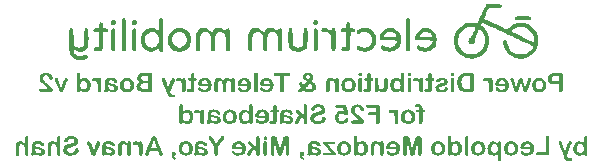
<source format=gbr>
%TF.GenerationSoftware,KiCad,Pcbnew,9.0.4*%
%TF.CreationDate,2025-11-21T04:25:38-05:00*%
%TF.ProjectId,pdb_v2,7064625f-7632-42e6-9b69-6361645f7063,v1*%
%TF.SameCoordinates,Original*%
%TF.FileFunction,Legend,Bot*%
%TF.FilePolarity,Positive*%
%FSLAX46Y46*%
G04 Gerber Fmt 4.6, Leading zero omitted, Abs format (unit mm)*
G04 Created by KiCad (PCBNEW 9.0.4) date 2025-11-21 04:25:38*
%MOMM*%
%LPD*%
G01*
G04 APERTURE LIST*
%ADD10C,0.200000*%
%ADD11C,0.000000*%
G04 APERTURE END LIST*
D10*
G36*
X73970197Y-43975207D02*
G01*
X74022031Y-43991436D01*
X74058891Y-44015776D01*
X74085351Y-44050359D01*
X74102953Y-44100182D01*
X74109636Y-44170626D01*
X74109636Y-45402685D01*
X74103789Y-45465896D01*
X74087921Y-45513985D01*
X74063441Y-45550403D01*
X74029664Y-45578313D01*
X73989677Y-45595134D01*
X73941573Y-45601010D01*
X73895704Y-45595202D01*
X73856381Y-45578334D01*
X73821981Y-45549914D01*
X73796847Y-45513022D01*
X73780586Y-45464359D01*
X73774599Y-45400438D01*
X73774599Y-44950738D01*
X73476756Y-44950738D01*
X73322579Y-44941329D01*
X73198424Y-44915484D01*
X73098953Y-44875908D01*
X73019753Y-44824025D01*
X72954260Y-44755611D01*
X72906704Y-44672934D01*
X72876729Y-44573050D01*
X72866654Y-44458833D01*
X73205522Y-44458833D01*
X73216307Y-44539929D01*
X73245881Y-44599614D01*
X73294068Y-44644883D01*
X73363495Y-44676990D01*
X73445814Y-44694148D01*
X73556484Y-44700633D01*
X73774599Y-44700633D01*
X73774599Y-44219182D01*
X73556484Y-44219182D01*
X73441152Y-44225153D01*
X73359748Y-44240574D01*
X73304165Y-44262435D01*
X73267742Y-44288937D01*
X73233740Y-44335889D01*
X73212870Y-44391700D01*
X73205522Y-44458833D01*
X72866654Y-44458833D01*
X72866034Y-44451799D01*
X72875851Y-44340657D01*
X72903920Y-44244681D01*
X72950834Y-44159271D01*
X73014906Y-44088756D01*
X73094031Y-44034489D01*
X73188211Y-43997605D01*
X73300227Y-43977323D01*
X73476855Y-43969077D01*
X73898445Y-43969077D01*
X73970197Y-43975207D01*
G37*
G36*
X72262459Y-44392933D02*
G01*
X72378861Y-44425225D01*
X72483641Y-44478299D01*
X72570367Y-44548909D01*
X72639651Y-44636470D01*
X72691641Y-44742252D01*
X72723000Y-44859182D01*
X72733879Y-44991380D01*
X72723136Y-45122457D01*
X72692235Y-45237870D01*
X72640465Y-45342338D01*
X72569774Y-45431212D01*
X72482013Y-45503407D01*
X72378960Y-45557046D01*
X72264131Y-45589609D01*
X72130873Y-45601010D01*
X71996573Y-45589759D01*
X71880708Y-45557632D01*
X71776741Y-45504469D01*
X71689301Y-45432971D01*
X71619015Y-45344470D01*
X71566840Y-45238749D01*
X71535434Y-45122115D01*
X71524602Y-44991966D01*
X71834118Y-44991966D01*
X71844223Y-45109822D01*
X71871893Y-45202065D01*
X71914736Y-45274115D01*
X71958724Y-45318883D01*
X72008512Y-45350221D01*
X72065273Y-45369292D01*
X72130873Y-45375916D01*
X72189186Y-45370569D01*
X72240701Y-45355099D01*
X72286768Y-45329705D01*
X72344288Y-45274590D01*
X72388654Y-45196251D01*
X72414861Y-45104390D01*
X72424265Y-44991966D01*
X72414711Y-44878404D01*
X72388061Y-44785434D01*
X72359508Y-44729676D01*
X72325235Y-44685765D01*
X72285186Y-44651980D01*
X72213981Y-44618351D01*
X72130873Y-44606844D01*
X72045437Y-44618434D01*
X71974596Y-44651832D01*
X71914736Y-44708156D01*
X71871999Y-44779875D01*
X71844280Y-44872569D01*
X71834118Y-44991966D01*
X71524602Y-44991966D01*
X71535359Y-44860730D01*
X71566346Y-44744792D01*
X71618010Y-44639735D01*
X71688213Y-44551254D01*
X71775816Y-44479534D01*
X71880708Y-44425811D01*
X71997414Y-44393124D01*
X72130873Y-44381750D01*
X72262459Y-44392933D01*
G37*
G36*
X71141294Y-44570696D02*
G01*
X70947315Y-45230152D01*
X70771141Y-44617884D01*
X70728310Y-44483941D01*
X70708959Y-44449765D01*
X70675388Y-44414771D01*
X70631229Y-44390611D01*
X70568853Y-44381750D01*
X70505614Y-44390645D01*
X70461329Y-44414771D01*
X70427487Y-44450038D01*
X70406726Y-44486090D01*
X70363301Y-44617884D01*
X70187028Y-45230249D01*
X69990972Y-44570696D01*
X69958725Y-44465281D01*
X69942331Y-44434682D01*
X69916882Y-44407151D01*
X69882768Y-44388690D01*
X69831911Y-44381750D01*
X69780087Y-44391252D01*
X69735565Y-44419852D01*
X69704813Y-44461662D01*
X69694811Y-44509440D01*
X69701825Y-44560890D01*
X69729333Y-44649342D01*
X69976134Y-45363899D01*
X70026088Y-45495692D01*
X70048806Y-45533777D01*
X70082867Y-45568770D01*
X70126946Y-45592340D01*
X70189303Y-45601010D01*
X70253639Y-45591765D01*
X70299202Y-45566523D01*
X70333884Y-45528328D01*
X70358157Y-45482503D01*
X70399307Y-45354227D01*
X70568853Y-44783773D01*
X70732959Y-45354227D01*
X70770290Y-45467439D01*
X70805565Y-45538386D01*
X70836759Y-45571997D01*
X70881306Y-45593159D01*
X70944051Y-45601010D01*
X70992038Y-45595855D01*
X71030208Y-45581471D01*
X71062564Y-45558099D01*
X71089362Y-45525979D01*
X71130709Y-45441177D01*
X71158308Y-45363899D01*
X71402933Y-44649342D01*
X71432650Y-44555179D01*
X71439631Y-44509440D01*
X71430010Y-44463308D01*
X71399965Y-44420926D01*
X71355958Y-44391618D01*
X71302531Y-44381750D01*
X71253426Y-44387400D01*
X71220247Y-44402227D01*
X71198469Y-44425030D01*
X71173268Y-44476289D01*
X71141294Y-44570696D01*
G37*
G36*
X69101390Y-44392931D02*
G01*
X69217925Y-44425127D01*
X69289765Y-44458689D01*
X69352526Y-44500154D01*
X69407156Y-44549691D01*
X69474254Y-44638028D01*
X69524078Y-44744401D01*
X69553808Y-44861114D01*
X69564041Y-44990305D01*
X69552868Y-45129916D01*
X69521240Y-45248492D01*
X69470800Y-45349746D01*
X69401518Y-45436488D01*
X69315474Y-45506341D01*
X69213310Y-45557387D01*
X69091810Y-45589572D01*
X68946691Y-45601010D01*
X68823244Y-45592389D01*
X68720465Y-45568281D01*
X68627922Y-45530072D01*
X68556854Y-45485825D01*
X68498273Y-45433229D01*
X68459221Y-45381680D01*
X68433913Y-45327900D01*
X68426677Y-45286230D01*
X68434485Y-45243661D01*
X68456452Y-45213445D01*
X68489788Y-45194338D01*
X68533905Y-45187556D01*
X68574639Y-45193162D01*
X68602356Y-45208170D01*
X68694251Y-45291701D01*
X68771210Y-45349147D01*
X68814013Y-45372528D01*
X68857368Y-45388421D01*
X68903113Y-45397675D01*
X68955594Y-45400926D01*
X69032330Y-45391052D01*
X69101696Y-45361750D01*
X69160476Y-45313995D01*
X69207934Y-45245295D01*
X69237860Y-45164022D01*
X69248986Y-45069538D01*
X68661213Y-45069538D01*
X68549516Y-45059983D01*
X68475543Y-45035637D01*
X68440648Y-45006817D01*
X68417811Y-44959977D01*
X68409839Y-44894464D01*
X68707704Y-44894464D01*
X69248689Y-44894464D01*
X69230829Y-44798973D01*
X69201391Y-44726013D01*
X69161937Y-44670933D01*
X69109934Y-44628490D01*
X69049732Y-44603123D01*
X68978741Y-44594339D01*
X68904039Y-44603153D01*
X68842143Y-44628296D01*
X68790103Y-44669761D01*
X68751198Y-44724273D01*
X68723116Y-44797442D01*
X68707704Y-44894464D01*
X68409839Y-44894464D01*
X68408971Y-44887332D01*
X68415854Y-44807464D01*
X68436726Y-44727915D01*
X68472477Y-44647681D01*
X68521221Y-44574951D01*
X68584326Y-44511230D01*
X68663488Y-44455902D01*
X68751318Y-44415648D01*
X68852216Y-44390553D01*
X68968849Y-44381750D01*
X69101390Y-44392931D01*
G37*
G36*
X67868778Y-45167137D02*
G01*
X67868778Y-45416362D01*
X67874396Y-45476224D01*
X67889569Y-45521171D01*
X67912895Y-45554702D01*
X67944783Y-45580371D01*
X67981530Y-45595706D01*
X68024673Y-45601010D01*
X68067015Y-45595657D01*
X68103033Y-45580157D01*
X68134275Y-45554115D01*
X68157000Y-45520346D01*
X68171758Y-45475555D01*
X68177205Y-45416460D01*
X68177205Y-44585937D01*
X68169425Y-44503606D01*
X68149300Y-44447903D01*
X68119596Y-44411391D01*
X68079924Y-44389564D01*
X68026849Y-44381750D01*
X67977999Y-44387694D01*
X67942142Y-44403890D01*
X67915962Y-44429719D01*
X67890599Y-44483257D01*
X67879065Y-44559461D01*
X67826161Y-44483307D01*
X67772530Y-44429230D01*
X67731582Y-44403668D01*
X67681080Y-44387538D01*
X67618514Y-44381750D01*
X67524641Y-44393444D01*
X67431757Y-44429328D01*
X67378966Y-44466814D01*
X67350271Y-44508451D01*
X67340851Y-44556237D01*
X67350775Y-44607543D01*
X67380022Y-44648463D01*
X67421619Y-44676099D01*
X67464696Y-44684806D01*
X67545414Y-44664583D01*
X67607563Y-44648989D01*
X67657191Y-44644360D01*
X67717829Y-44653240D01*
X67763825Y-44678163D01*
X67799304Y-44718423D01*
X67828122Y-44779182D01*
X67846971Y-44849962D01*
X67859974Y-44939600D01*
X67868778Y-45167137D01*
G37*
G36*
X66458288Y-43975350D02*
G01*
X66508655Y-43991954D01*
X66544261Y-44016949D01*
X66569624Y-44052063D01*
X66586467Y-44101742D01*
X66592830Y-44170919D01*
X66592830Y-45344653D01*
X66588919Y-45418984D01*
X66578784Y-45472050D01*
X66556768Y-45515711D01*
X66518443Y-45548742D01*
X66465761Y-45568213D01*
X66381639Y-45576000D01*
X65953323Y-45576000D01*
X65844075Y-45572255D01*
X65751826Y-45561833D01*
X65664719Y-45542295D01*
X65584555Y-45512692D01*
X65509928Y-45472149D01*
X65441025Y-45419879D01*
X65364895Y-45338778D01*
X65304221Y-45248030D01*
X65258382Y-45147574D01*
X65225383Y-45032510D01*
X65206522Y-44909638D01*
X65199862Y-44768533D01*
X65199974Y-44766481D01*
X65539251Y-44766481D01*
X65547385Y-44906103D01*
X65569739Y-45018922D01*
X65603897Y-45109531D01*
X65648442Y-45181811D01*
X65703059Y-45238749D01*
X65742022Y-45266283D01*
X65788525Y-45287402D01*
X65884080Y-45309091D01*
X66011981Y-45313390D01*
X66257794Y-45313390D01*
X66257794Y-44231687D01*
X66044031Y-44231687D01*
X65900059Y-44240358D01*
X65788624Y-44263732D01*
X65724227Y-44293127D01*
X65665411Y-44341611D01*
X65611263Y-44412915D01*
X65574321Y-44494632D01*
X65548925Y-44609240D01*
X65539251Y-44766481D01*
X65199974Y-44766481D01*
X65208101Y-44617955D01*
X65231462Y-44487221D01*
X65268362Y-44373654D01*
X65317863Y-44274931D01*
X65379719Y-44189155D01*
X65454379Y-44114939D01*
X65522805Y-44064154D01*
X65595232Y-44026000D01*
X65672395Y-43999754D01*
X65798641Y-43977367D01*
X65959950Y-43969077D01*
X66388168Y-43969077D01*
X66458288Y-43975350D01*
G37*
G36*
X64629894Y-44554283D02*
G01*
X64629894Y-45416460D01*
X64635473Y-45475522D01*
X64650614Y-45520346D01*
X64674012Y-45554213D01*
X64705936Y-45580176D01*
X64742681Y-45595660D01*
X64785790Y-45601010D01*
X64828886Y-45595507D01*
X64865094Y-45579639D01*
X64896083Y-45553041D01*
X64918599Y-45518695D01*
X64933108Y-45474138D01*
X64938421Y-45416460D01*
X64938421Y-44562978D01*
X64933032Y-44504580D01*
X64918466Y-44460555D01*
X64896083Y-44427570D01*
X64865197Y-44402252D01*
X64828982Y-44387043D01*
X64785790Y-44381750D01*
X64742604Y-44386997D01*
X64705856Y-44402152D01*
X64674012Y-44427472D01*
X64650251Y-44460439D01*
X64635287Y-44501904D01*
X64629894Y-44554283D01*
G37*
G36*
X64782525Y-44250445D02*
G01*
X64842599Y-44240458D01*
X64892621Y-44211073D01*
X64917556Y-44182040D01*
X64932930Y-44145690D01*
X64938421Y-44099796D01*
X64933069Y-44058398D01*
X64917572Y-44023142D01*
X64891533Y-43992524D01*
X64840623Y-43960806D01*
X64782525Y-43950319D01*
X64726112Y-43959869D01*
X64676287Y-43988616D01*
X64651099Y-44017015D01*
X64635500Y-44053260D01*
X64629894Y-44099796D01*
X64635292Y-44144957D01*
X64650476Y-44181164D01*
X64675199Y-44210487D01*
X64724471Y-44240395D01*
X64782525Y-44250445D01*
G37*
G36*
X63345242Y-45206802D02*
G01*
X63352454Y-45288101D01*
X63373128Y-45358687D01*
X63406670Y-45420563D01*
X63452798Y-45473843D01*
X63512410Y-45518710D01*
X63587789Y-45555288D01*
X63668896Y-45579696D01*
X63764970Y-45595398D01*
X63878510Y-45601010D01*
X63986580Y-45595009D01*
X64079252Y-45578084D01*
X64158746Y-45551478D01*
X64233355Y-45513491D01*
X64289912Y-45472006D01*
X64331458Y-45427207D01*
X64363466Y-45375344D01*
X64381520Y-45325634D01*
X64387346Y-45276949D01*
X64378283Y-45230108D01*
X64351043Y-45190487D01*
X64310306Y-45163621D01*
X64259148Y-45154436D01*
X64214484Y-45160853D01*
X64184267Y-45178079D01*
X64159835Y-45204877D01*
X64134610Y-45243634D01*
X64082586Y-45314427D01*
X64024514Y-45361945D01*
X63980053Y-45382465D01*
X63922844Y-45395961D01*
X63849725Y-45400926D01*
X63765708Y-45390450D01*
X63702930Y-45361652D01*
X63669610Y-45332383D01*
X63651681Y-45303086D01*
X63645953Y-45272552D01*
X63652970Y-45224453D01*
X63672624Y-45187865D01*
X63705304Y-45159907D01*
X63775280Y-45128145D01*
X63902449Y-45091519D01*
X64050911Y-45050132D01*
X64157163Y-45011017D01*
X64247314Y-44960941D01*
X64314839Y-44899447D01*
X64347372Y-44850399D01*
X64367192Y-44794065D01*
X64374091Y-44728477D01*
X64368114Y-44669821D01*
X64350136Y-44613235D01*
X64319389Y-44557702D01*
X64278390Y-44508949D01*
X64225316Y-44466255D01*
X64158251Y-44429524D01*
X64085724Y-44403856D01*
X64000941Y-44387539D01*
X63901756Y-44381750D01*
X63787355Y-44388060D01*
X63690071Y-44405783D01*
X63601255Y-44434941D01*
X63533087Y-44470263D01*
X63476203Y-44514344D01*
X63437038Y-44560340D01*
X63411731Y-44610681D01*
X63403900Y-44657451D01*
X63413021Y-44705505D01*
X63439709Y-44743327D01*
X63481045Y-44767755D01*
X63540902Y-44776739D01*
X63585443Y-44769915D01*
X63621718Y-44750166D01*
X63697193Y-44670836D01*
X63734351Y-44631625D01*
X63777020Y-44601568D01*
X63827897Y-44582774D01*
X63901657Y-44575581D01*
X63977821Y-44584577D01*
X64035791Y-44609384D01*
X64066479Y-44635023D01*
X64083369Y-44662500D01*
X64088910Y-44693013D01*
X64079330Y-44734218D01*
X64049936Y-44768044D01*
X64006297Y-44793933D01*
X63943698Y-44817186D01*
X63758127Y-44865253D01*
X63624607Y-44904605D01*
X63527647Y-44946732D01*
X63446821Y-45000086D01*
X63391634Y-45058889D01*
X63356976Y-45127821D01*
X63345242Y-45206802D01*
G37*
G36*
X63076381Y-44413013D02*
G01*
X63046310Y-44413013D01*
X63046310Y-44237060D01*
X63042452Y-44123438D01*
X63034743Y-44084069D01*
X63020493Y-44051924D01*
X62998672Y-44023825D01*
X62968462Y-44001122D01*
X62932850Y-43986544D01*
X62892690Y-43981582D01*
X62837345Y-43992190D01*
X62786452Y-44025057D01*
X62760593Y-44057327D01*
X62746390Y-44095790D01*
X62737883Y-44213027D01*
X62737883Y-44413013D01*
X62630359Y-44413013D01*
X62570416Y-44421357D01*
X62530253Y-44443592D01*
X62504297Y-44478257D01*
X62495533Y-44521847D01*
X62501399Y-44559748D01*
X62517689Y-44587438D01*
X62544893Y-44607528D01*
X62599888Y-44624945D01*
X62684566Y-44631854D01*
X62737883Y-44631854D01*
X62737883Y-45175050D01*
X62733036Y-45281443D01*
X62723804Y-45315535D01*
X62707317Y-45340940D01*
X62681854Y-45357127D01*
X62639261Y-45363411D01*
X62567644Y-45354129D01*
X62496423Y-45344848D01*
X62461074Y-45352103D01*
X62428367Y-45374841D01*
X62405739Y-45408148D01*
X62398098Y-45448798D01*
X62406716Y-45493557D01*
X62432435Y-45530653D01*
X62479014Y-45562127D01*
X62534569Y-45582164D01*
X62609883Y-45595851D01*
X62710087Y-45601010D01*
X62804461Y-45594765D01*
X62874875Y-45578156D01*
X62926619Y-45553529D01*
X62970437Y-45517631D01*
X63002391Y-45474351D01*
X63023460Y-45422420D01*
X63039866Y-45331845D01*
X63046310Y-45199963D01*
X63046310Y-44631854D01*
X63083009Y-44631854D01*
X63143954Y-44623377D01*
X63184796Y-44600787D01*
X63211232Y-44565578D01*
X63220110Y-44521847D01*
X63210872Y-44478368D01*
X63183213Y-44443592D01*
X63140587Y-44421420D01*
X63076381Y-44413013D01*
G37*
G36*
X61987488Y-45167137D02*
G01*
X61987488Y-45416362D01*
X61993107Y-45476224D01*
X62008279Y-45521171D01*
X62031606Y-45554702D01*
X62063494Y-45580371D01*
X62100240Y-45595706D01*
X62143384Y-45601010D01*
X62185726Y-45595657D01*
X62221744Y-45580157D01*
X62252985Y-45554115D01*
X62275710Y-45520346D01*
X62290468Y-45475555D01*
X62295916Y-45416460D01*
X62295916Y-44585937D01*
X62288135Y-44503606D01*
X62268011Y-44447903D01*
X62238307Y-44411391D01*
X62198634Y-44389564D01*
X62145560Y-44381750D01*
X62096709Y-44387694D01*
X62060853Y-44403890D01*
X62034672Y-44429719D01*
X62009309Y-44483257D01*
X61997776Y-44559461D01*
X61944872Y-44483307D01*
X61891241Y-44429230D01*
X61850292Y-44403668D01*
X61799791Y-44387538D01*
X61737225Y-44381750D01*
X61643351Y-44393444D01*
X61550467Y-44429328D01*
X61497676Y-44466814D01*
X61468982Y-44508451D01*
X61459561Y-44556237D01*
X61469485Y-44607543D01*
X61498733Y-44648463D01*
X61540330Y-44676099D01*
X61583407Y-44684806D01*
X61664124Y-44664583D01*
X61726274Y-44648989D01*
X61775902Y-44644360D01*
X61836539Y-44653240D01*
X61882536Y-44678163D01*
X61918014Y-44718423D01*
X61946833Y-44779182D01*
X61965682Y-44849962D01*
X61978684Y-44939600D01*
X61987488Y-45167137D01*
G37*
G36*
X60992864Y-44554283D02*
G01*
X60992864Y-45416460D01*
X60998443Y-45475522D01*
X61013584Y-45520346D01*
X61036982Y-45554213D01*
X61068906Y-45580176D01*
X61105651Y-45595660D01*
X61148760Y-45601010D01*
X61191856Y-45595507D01*
X61228064Y-45579639D01*
X61259053Y-45553041D01*
X61281569Y-45518695D01*
X61296078Y-45474138D01*
X61301391Y-45416460D01*
X61301391Y-44562978D01*
X61296002Y-44504580D01*
X61281436Y-44460555D01*
X61259053Y-44427570D01*
X61228167Y-44402252D01*
X61191952Y-44387043D01*
X61148760Y-44381750D01*
X61105574Y-44386997D01*
X61068826Y-44402152D01*
X61036982Y-44427472D01*
X61013221Y-44460439D01*
X60998257Y-44501904D01*
X60992864Y-44554283D01*
G37*
G36*
X61145495Y-44250445D02*
G01*
X61205569Y-44240458D01*
X61255591Y-44211073D01*
X61280526Y-44182040D01*
X61295900Y-44145690D01*
X61301391Y-44099796D01*
X61296039Y-44058398D01*
X61280542Y-44023142D01*
X61254503Y-43992524D01*
X61203593Y-43960806D01*
X61145495Y-43950319D01*
X61089082Y-43959869D01*
X61039257Y-43988616D01*
X61014068Y-44017015D01*
X60998470Y-44053260D01*
X60992864Y-44099796D01*
X60998262Y-44144957D01*
X61013446Y-44181164D01*
X61038169Y-44210487D01*
X61087441Y-44240395D01*
X61145495Y-44250445D01*
G37*
G36*
X60593178Y-43943370D02*
G01*
X60627789Y-43959142D01*
X60656047Y-43985295D01*
X60675915Y-44019032D01*
X60689044Y-44064316D01*
X60693933Y-44124513D01*
X60693933Y-45427402D01*
X60688967Y-45483052D01*
X60675541Y-45525172D01*
X60654959Y-45556851D01*
X60626296Y-45581173D01*
X60591960Y-45595861D01*
X60550205Y-45601010D01*
X60491023Y-45589800D01*
X60443867Y-45556753D01*
X60421666Y-45524775D01*
X60407311Y-45482492D01*
X60402025Y-45426816D01*
X60402025Y-45405616D01*
X60327144Y-45485043D01*
X60253054Y-45540829D01*
X60206438Y-45564636D01*
X60147706Y-45584401D01*
X60084449Y-45596767D01*
X60015650Y-45601010D01*
X59904815Y-45589427D01*
X59805745Y-45555581D01*
X59717691Y-45500726D01*
X59643618Y-45426718D01*
X59585458Y-45337226D01*
X59541831Y-45230249D01*
X59515866Y-45113526D01*
X59507396Y-44989914D01*
X59816329Y-44989914D01*
X59826674Y-45107871D01*
X59854758Y-45198178D01*
X59897937Y-45266983D01*
X59957545Y-45321784D01*
X60021444Y-45353002D01*
X60092015Y-45363411D01*
X60175922Y-45352591D01*
X60246168Y-45321415D01*
X60306074Y-45269133D01*
X60349334Y-45201723D01*
X60377373Y-45113534D01*
X60387682Y-44998609D01*
X60377499Y-44883630D01*
X60349301Y-44791491D01*
X60302656Y-44713446D01*
X60244151Y-44658819D01*
X60173201Y-44624669D01*
X60092015Y-44613096D01*
X60013582Y-44624720D01*
X59946704Y-44658819D01*
X59892481Y-44712720D01*
X59850357Y-44788658D01*
X59825404Y-44877786D01*
X59816329Y-44989914D01*
X59507396Y-44989914D01*
X59506814Y-44981415D01*
X59514352Y-44860195D01*
X59535757Y-44755045D01*
X59569726Y-44663606D01*
X59618405Y-44579694D01*
X59677261Y-44512064D01*
X59746790Y-44458735D01*
X59825642Y-44419960D01*
X59913503Y-44396216D01*
X60012385Y-44388002D01*
X60098974Y-44393660D01*
X60171711Y-44409523D01*
X60232874Y-44434408D01*
X60318272Y-44488452D01*
X60402025Y-44562196D01*
X60402025Y-44112203D01*
X60412531Y-44035312D01*
X60440504Y-43983243D01*
X60469041Y-43958471D01*
X60504859Y-43943247D01*
X60550205Y-43937814D01*
X60593178Y-43943370D01*
G37*
G36*
X58500418Y-45431212D02*
G01*
X58500418Y-45401806D01*
X58552246Y-45459564D01*
X58609328Y-45509468D01*
X58672408Y-45549916D01*
X58740790Y-45578344D01*
X58815049Y-45595056D01*
X58903313Y-45601010D01*
X59009359Y-45589368D01*
X59101347Y-45555678D01*
X59155875Y-45521215D01*
X59200759Y-45479696D01*
X59236965Y-45430626D01*
X59266461Y-45364068D01*
X59286373Y-45274405D01*
X59293843Y-45155413D01*
X59293843Y-44563271D01*
X59288470Y-44503959D01*
X59274032Y-44459749D01*
X59252000Y-44427081D01*
X59221489Y-44402127D01*
X59185179Y-44387035D01*
X59141310Y-44381750D01*
X59096652Y-44387090D01*
X59059584Y-44402347D01*
X59028346Y-44427570D01*
X59005629Y-44460666D01*
X58990871Y-44504789D01*
X58985415Y-44563271D01*
X58985415Y-45041498D01*
X58980607Y-45140803D01*
X58967907Y-45215009D01*
X58942670Y-45278637D01*
X58905291Y-45324234D01*
X58854112Y-45352959D01*
X58782731Y-45363411D01*
X58710102Y-45352499D01*
X58640685Y-45319056D01*
X58582868Y-45267786D01*
X58543349Y-45203383D01*
X58526374Y-45121838D01*
X58518125Y-44926607D01*
X58518125Y-44563271D01*
X58512669Y-44504789D01*
X58497911Y-44460666D01*
X58475194Y-44427570D01*
X58443981Y-44402291D01*
X58407251Y-44387061D01*
X58363318Y-44381750D01*
X58319449Y-44387035D01*
X58283139Y-44402127D01*
X58252628Y-44427081D01*
X58230588Y-44459807D01*
X58216153Y-44504026D01*
X58210786Y-44563271D01*
X58210786Y-45429258D01*
X58215920Y-45485678D01*
X58229760Y-45527991D01*
X58250946Y-45559489D01*
X58296516Y-45592071D01*
X58354514Y-45603159D01*
X58412499Y-45591754D01*
X58459169Y-45557828D01*
X58481262Y-45525259D01*
X58495320Y-45483877D01*
X58500418Y-45431212D01*
G37*
G36*
X57910469Y-44413013D02*
G01*
X57880398Y-44413013D01*
X57880398Y-44237060D01*
X57876540Y-44123438D01*
X57868831Y-44084069D01*
X57854581Y-44051924D01*
X57832760Y-44023825D01*
X57802549Y-44001122D01*
X57766938Y-43986544D01*
X57726778Y-43981582D01*
X57671433Y-43992190D01*
X57620540Y-44025057D01*
X57594681Y-44057327D01*
X57580478Y-44095790D01*
X57571971Y-44213027D01*
X57571971Y-44413013D01*
X57464447Y-44413013D01*
X57404504Y-44421357D01*
X57364341Y-44443592D01*
X57338385Y-44478257D01*
X57329621Y-44521847D01*
X57335487Y-44559748D01*
X57351777Y-44587438D01*
X57378981Y-44607528D01*
X57433975Y-44624945D01*
X57518654Y-44631854D01*
X57571971Y-44631854D01*
X57571971Y-45175050D01*
X57567124Y-45281443D01*
X57557892Y-45315535D01*
X57541405Y-45340940D01*
X57515942Y-45357127D01*
X57473349Y-45363411D01*
X57401732Y-45354129D01*
X57330511Y-45344848D01*
X57295161Y-45352103D01*
X57262455Y-45374841D01*
X57239827Y-45408148D01*
X57232186Y-45448798D01*
X57240804Y-45493557D01*
X57266523Y-45530653D01*
X57313101Y-45562127D01*
X57368657Y-45582164D01*
X57443971Y-45595851D01*
X57544175Y-45601010D01*
X57638549Y-45594765D01*
X57708963Y-45578156D01*
X57760707Y-45553529D01*
X57804525Y-45517631D01*
X57836479Y-45474351D01*
X57857548Y-45422420D01*
X57873954Y-45331845D01*
X57880398Y-45199963D01*
X57880398Y-44631854D01*
X57917097Y-44631854D01*
X57978042Y-44623377D01*
X58018884Y-44600787D01*
X58045320Y-44565578D01*
X58054198Y-44521847D01*
X58044960Y-44478368D01*
X58017301Y-44443592D01*
X57974675Y-44421420D01*
X57910469Y-44413013D01*
G37*
G36*
X56819301Y-44554283D02*
G01*
X56819301Y-45416460D01*
X56824880Y-45475522D01*
X56840021Y-45520346D01*
X56863419Y-45554213D01*
X56895343Y-45580176D01*
X56932088Y-45595660D01*
X56975196Y-45601010D01*
X57018293Y-45595507D01*
X57054501Y-45579639D01*
X57085490Y-45553041D01*
X57108006Y-45518695D01*
X57122515Y-45474138D01*
X57127827Y-45416460D01*
X57127827Y-44562978D01*
X57122439Y-44504580D01*
X57107873Y-44460555D01*
X57085490Y-44427570D01*
X57054604Y-44402252D01*
X57018389Y-44387043D01*
X56975196Y-44381750D01*
X56932011Y-44386997D01*
X56895263Y-44402152D01*
X56863419Y-44427472D01*
X56839657Y-44460439D01*
X56824694Y-44501904D01*
X56819301Y-44554283D01*
G37*
G36*
X56971932Y-44250445D02*
G01*
X57032006Y-44240458D01*
X57082028Y-44211073D01*
X57106963Y-44182040D01*
X57122337Y-44145690D01*
X57127827Y-44099796D01*
X57122476Y-44058398D01*
X57106979Y-44023142D01*
X57080940Y-43992524D01*
X57030030Y-43960806D01*
X56971932Y-43950319D01*
X56915519Y-43959869D01*
X56865694Y-43988616D01*
X56840505Y-44017015D01*
X56824907Y-44053260D01*
X56819301Y-44099796D01*
X56824698Y-44144957D01*
X56839882Y-44181164D01*
X56864606Y-44210487D01*
X56913878Y-44240395D01*
X56971932Y-44250445D01*
G37*
G36*
X56114235Y-44392933D02*
G01*
X56230638Y-44425225D01*
X56335417Y-44478299D01*
X56422144Y-44548909D01*
X56491427Y-44636470D01*
X56543418Y-44742252D01*
X56574777Y-44859182D01*
X56585656Y-44991380D01*
X56574913Y-45122457D01*
X56544011Y-45237870D01*
X56492242Y-45342338D01*
X56421550Y-45431212D01*
X56333790Y-45503407D01*
X56230737Y-45557046D01*
X56115908Y-45589609D01*
X55982650Y-45601010D01*
X55848349Y-45589759D01*
X55732485Y-45557632D01*
X55628517Y-45504469D01*
X55541078Y-45432971D01*
X55470792Y-45344470D01*
X55418617Y-45238749D01*
X55387211Y-45122115D01*
X55376379Y-44991966D01*
X55685895Y-44991966D01*
X55696000Y-45109822D01*
X55723670Y-45202065D01*
X55766513Y-45274115D01*
X55810501Y-45318883D01*
X55860288Y-45350221D01*
X55917049Y-45369292D01*
X55982650Y-45375916D01*
X56040962Y-45370569D01*
X56092477Y-45355099D01*
X56138545Y-45329705D01*
X56196064Y-45274590D01*
X56240431Y-45196251D01*
X56266637Y-45104390D01*
X56276041Y-44991966D01*
X56266488Y-44878404D01*
X56239837Y-44785434D01*
X56211285Y-44729676D01*
X56177012Y-44685765D01*
X56136962Y-44651980D01*
X56065758Y-44618351D01*
X55982650Y-44606844D01*
X55897214Y-44618434D01*
X55826373Y-44651832D01*
X55766513Y-44708156D01*
X55723775Y-44779875D01*
X55696056Y-44872569D01*
X55685895Y-44991966D01*
X55376379Y-44991966D01*
X55387136Y-44860730D01*
X55418123Y-44744792D01*
X55469787Y-44639735D01*
X55539990Y-44551254D01*
X55627593Y-44479534D01*
X55732485Y-44425811D01*
X55849191Y-44393124D01*
X55982650Y-44381750D01*
X56114235Y-44392933D01*
G37*
G36*
X54863883Y-44550473D02*
G01*
X54863883Y-44577339D01*
X54810630Y-44516484D01*
X54754182Y-44468090D01*
X54694238Y-44430891D01*
X54629049Y-44404053D01*
X54556539Y-44387490D01*
X54475332Y-44381750D01*
X54396524Y-44387751D01*
X54325240Y-44405190D01*
X54260184Y-44433725D01*
X54201980Y-44473409D01*
X54155074Y-44522108D01*
X54118434Y-44580759D01*
X54093646Y-44637835D01*
X54079362Y-44699656D01*
X54070459Y-44861833D01*
X54070459Y-45416558D01*
X54075852Y-45475695D01*
X54090451Y-45520484D01*
X54112895Y-45554213D01*
X54143792Y-45580118D01*
X54179939Y-45595623D01*
X54222991Y-45601010D01*
X54266773Y-45595501D01*
X54303501Y-45579645D01*
X54334868Y-45553138D01*
X54357725Y-45518748D01*
X54372423Y-45474219D01*
X54377798Y-45416655D01*
X54377798Y-44919768D01*
X54383243Y-44821995D01*
X54397635Y-44749270D01*
X54418652Y-44696237D01*
X54452700Y-44655227D01*
X54504655Y-44629181D01*
X54581570Y-44619349D01*
X54657707Y-44631031D01*
X54726980Y-44666244D01*
X54783207Y-44721217D01*
X54823129Y-44795302D01*
X54838192Y-44875736D01*
X54845089Y-45043159D01*
X54845089Y-45416655D01*
X54850638Y-45476434D01*
X54865616Y-45521321D01*
X54888613Y-45554799D01*
X54920157Y-45580328D01*
X54957064Y-45595671D01*
X55000984Y-45601010D01*
X55043248Y-45595555D01*
X55079264Y-45579730D01*
X55110585Y-45553041D01*
X55133439Y-45518649D01*
X55148139Y-45474090D01*
X55153516Y-45416460D01*
X55153516Y-44554283D01*
X55148553Y-44497788D01*
X55135247Y-44455773D01*
X55115037Y-44424834D01*
X55070368Y-44392907D01*
X55009788Y-44381750D01*
X54970725Y-44386618D01*
X54936291Y-44400898D01*
X54907135Y-44424234D01*
X54883667Y-44457953D01*
X54869141Y-44498654D01*
X54863883Y-44550473D01*
G37*
G36*
X52648227Y-43943705D02*
G01*
X52729689Y-43960512D01*
X52801238Y-43987346D01*
X52866964Y-44025241D01*
X52919389Y-44069775D01*
X52960199Y-44121191D01*
X52990225Y-44179331D01*
X53008208Y-44241220D01*
X53014308Y-44307988D01*
X53003753Y-44392360D01*
X52971476Y-44475344D01*
X52921808Y-44557124D01*
X52847729Y-44656572D01*
X52934315Y-44704046D01*
X53008076Y-44751826D01*
X53074266Y-44804112D01*
X53127075Y-44857144D01*
X53170025Y-44915909D01*
X53202253Y-44981415D01*
X53222097Y-45052565D01*
X53228960Y-45132650D01*
X53220163Y-45217315D01*
X53193350Y-45301568D01*
X53148855Y-45379980D01*
X53084144Y-45452803D01*
X53003078Y-45512840D01*
X52899958Y-45560954D01*
X52784766Y-45590579D01*
X52650288Y-45601010D01*
X52544297Y-45595613D01*
X52453144Y-45580396D01*
X52367222Y-45554350D01*
X52287456Y-45517674D01*
X52212694Y-45470415D01*
X52140067Y-45411184D01*
X51934713Y-45568379D01*
X51883877Y-45593077D01*
X51832530Y-45601010D01*
X51783411Y-45591440D01*
X51737865Y-45561638D01*
X51706056Y-45517592D01*
X51695429Y-45464234D01*
X51701036Y-45423999D01*
X51716400Y-45394771D01*
X51746642Y-45364347D01*
X51826496Y-45297953D01*
X51909121Y-45231031D01*
X52337409Y-45231031D01*
X52432965Y-45308993D01*
X52481801Y-45337543D01*
X52532971Y-45358526D01*
X52586365Y-45371561D01*
X52641484Y-45375916D01*
X52697252Y-45370753D01*
X52749899Y-45355399D01*
X52798207Y-45330186D01*
X52840211Y-45295804D01*
X52874707Y-45254619D01*
X52899266Y-45211198D01*
X52914399Y-45164625D01*
X52919445Y-45115944D01*
X52913159Y-45059537D01*
X52894813Y-45009496D01*
X52864150Y-44964318D01*
X52799413Y-44903851D01*
X52698560Y-44837116D01*
X52512099Y-45054981D01*
X52430173Y-45142077D01*
X52337409Y-45231031D01*
X51909121Y-45231031D01*
X51954595Y-45194199D01*
X51896235Y-45089664D01*
X51856073Y-45000173D01*
X51828813Y-44915507D01*
X51821649Y-44862713D01*
X51831786Y-44812906D01*
X51862403Y-44771073D01*
X51906571Y-44742754D01*
X51956475Y-44733459D01*
X52007618Y-44743333D01*
X52044314Y-44771561D01*
X52073659Y-44816301D01*
X52110293Y-44894171D01*
X52159752Y-45005546D01*
X52237403Y-44924262D01*
X52329199Y-44817967D01*
X52429700Y-44699070D01*
X52285587Y-44602184D01*
X52190713Y-44515204D01*
X52144764Y-44450376D01*
X52117503Y-44379314D01*
X52108216Y-44299879D01*
X52108935Y-44294799D01*
X52374603Y-44294799D01*
X52380166Y-44337959D01*
X52396527Y-44376204D01*
X52424359Y-44410863D01*
X52482946Y-44459720D01*
X52584310Y-44528588D01*
X52657707Y-44436655D01*
X52705583Y-44362113D01*
X52720224Y-44324845D01*
X52724675Y-44292650D01*
X52719159Y-44253284D01*
X52702696Y-44217543D01*
X52674127Y-44184206D01*
X52638069Y-44158672D01*
X52596707Y-44143248D01*
X52548501Y-44137898D01*
X52500252Y-44143166D01*
X52459310Y-44158271D01*
X52424062Y-44183131D01*
X52396446Y-44215819D01*
X52380169Y-44252567D01*
X52374603Y-44294799D01*
X52108935Y-44294799D01*
X52120686Y-44211806D01*
X52159060Y-44125392D01*
X52197634Y-44074114D01*
X52248154Y-44028963D01*
X52312383Y-43989691D01*
X52382592Y-43961584D01*
X52462891Y-43943988D01*
X52555129Y-43937814D01*
X52648227Y-43943705D01*
G37*
G36*
X49842689Y-44244192D02*
G01*
X50198102Y-44244192D01*
X50198102Y-45400829D01*
X50204077Y-45466983D01*
X50220075Y-45515889D01*
X50244396Y-45551673D01*
X50278025Y-45578943D01*
X50317307Y-45595317D01*
X50363988Y-45601010D01*
X50411371Y-45595244D01*
X50451202Y-45578671D01*
X50485262Y-45551087D01*
X50509925Y-45514983D01*
X50526055Y-45466201D01*
X50532051Y-45400829D01*
X50532051Y-44244192D01*
X50887365Y-44244192D01*
X50943092Y-44239339D01*
X50984385Y-44226336D01*
X51014673Y-44206579D01*
X51045865Y-44163504D01*
X51056615Y-44107221D01*
X51045360Y-44049097D01*
X51012992Y-44006104D01*
X50962680Y-43979217D01*
X50887365Y-43969077D01*
X49842689Y-43969077D01*
X49786329Y-43974003D01*
X49744554Y-43987205D01*
X49713897Y-44007277D01*
X49682230Y-44050816D01*
X49671362Y-44107221D01*
X49682350Y-44163413D01*
X49714391Y-44206579D01*
X49764660Y-44233781D01*
X49842689Y-44244192D01*
G37*
G36*
X49168946Y-44392931D02*
G01*
X49285481Y-44425127D01*
X49357321Y-44458689D01*
X49420082Y-44500154D01*
X49474712Y-44549691D01*
X49541810Y-44638028D01*
X49591634Y-44744401D01*
X49621364Y-44861114D01*
X49631597Y-44990305D01*
X49620424Y-45129916D01*
X49588796Y-45248492D01*
X49538356Y-45349746D01*
X49469074Y-45436488D01*
X49383030Y-45506341D01*
X49280866Y-45557387D01*
X49159366Y-45589572D01*
X49014247Y-45601010D01*
X48890800Y-45592389D01*
X48788021Y-45568281D01*
X48695478Y-45530072D01*
X48624410Y-45485825D01*
X48565829Y-45433229D01*
X48526778Y-45381680D01*
X48501469Y-45327900D01*
X48494234Y-45286230D01*
X48502042Y-45243661D01*
X48524008Y-45213445D01*
X48557344Y-45194338D01*
X48601461Y-45187556D01*
X48642195Y-45193162D01*
X48669913Y-45208170D01*
X48761808Y-45291701D01*
X48838766Y-45349147D01*
X48881569Y-45372528D01*
X48924924Y-45388421D01*
X48970669Y-45397675D01*
X49023150Y-45400926D01*
X49099886Y-45391052D01*
X49169252Y-45361750D01*
X49228032Y-45313995D01*
X49275491Y-45245295D01*
X49305416Y-45164022D01*
X49316542Y-45069538D01*
X48728769Y-45069538D01*
X48617072Y-45059983D01*
X48543099Y-45035637D01*
X48508204Y-45006817D01*
X48485368Y-44959977D01*
X48477395Y-44894464D01*
X48775261Y-44894464D01*
X49316245Y-44894464D01*
X49298385Y-44798973D01*
X49268947Y-44726013D01*
X49229494Y-44670933D01*
X49177490Y-44628490D01*
X49117289Y-44603123D01*
X49046297Y-44594339D01*
X48971596Y-44603153D01*
X48909699Y-44628296D01*
X48857660Y-44669761D01*
X48818754Y-44724273D01*
X48790672Y-44797442D01*
X48775261Y-44894464D01*
X48477395Y-44894464D01*
X48476527Y-44887332D01*
X48483410Y-44807464D01*
X48504282Y-44727915D01*
X48540033Y-44647681D01*
X48588777Y-44574951D01*
X48651883Y-44511230D01*
X48731044Y-44455902D01*
X48818874Y-44415648D01*
X48919772Y-44390553D01*
X49036405Y-44381750D01*
X49168946Y-44392931D01*
G37*
G36*
X48299562Y-45416460D02*
G01*
X48299562Y-44122364D01*
X48294300Y-44063126D01*
X48280085Y-44018342D01*
X48258313Y-43984709D01*
X48228014Y-43958909D01*
X48191521Y-43943298D01*
X48146931Y-43937814D01*
X48102316Y-43943211D01*
X48065249Y-43958648D01*
X48033966Y-43984220D01*
X48011307Y-44017650D01*
X47996520Y-44062534D01*
X47991036Y-44122364D01*
X47991036Y-45416460D01*
X47996587Y-45476306D01*
X48011567Y-45521222D01*
X48034560Y-45554702D01*
X48066170Y-45580298D01*
X48103081Y-45595667D01*
X48146931Y-45601010D01*
X48190028Y-45595507D01*
X48226235Y-45579639D01*
X48257225Y-45553041D01*
X48279740Y-45518695D01*
X48294250Y-45474138D01*
X48299562Y-45416460D01*
G37*
G36*
X47279210Y-44392931D02*
G01*
X47395745Y-44425127D01*
X47467585Y-44458689D01*
X47530346Y-44500154D01*
X47584976Y-44549691D01*
X47652074Y-44638028D01*
X47701898Y-44744401D01*
X47731628Y-44861114D01*
X47741861Y-44990305D01*
X47730687Y-45129916D01*
X47699060Y-45248492D01*
X47648620Y-45349746D01*
X47579338Y-45436488D01*
X47493294Y-45506341D01*
X47391130Y-45557387D01*
X47269630Y-45589572D01*
X47124511Y-45601010D01*
X47001064Y-45592389D01*
X46898285Y-45568281D01*
X46805742Y-45530072D01*
X46734674Y-45485825D01*
X46676093Y-45433229D01*
X46637041Y-45381680D01*
X46611732Y-45327900D01*
X46604497Y-45286230D01*
X46612305Y-45243661D01*
X46634272Y-45213445D01*
X46667608Y-45194338D01*
X46711725Y-45187556D01*
X46752459Y-45193162D01*
X46780176Y-45208170D01*
X46872071Y-45291701D01*
X46949030Y-45349147D01*
X46991833Y-45372528D01*
X47035188Y-45388421D01*
X47080933Y-45397675D01*
X47133414Y-45400926D01*
X47210150Y-45391052D01*
X47279516Y-45361750D01*
X47338296Y-45313995D01*
X47385754Y-45245295D01*
X47415680Y-45164022D01*
X47426806Y-45069538D01*
X46839033Y-45069538D01*
X46727336Y-45059983D01*
X46653363Y-45035637D01*
X46618468Y-45006817D01*
X46595631Y-44959977D01*
X46587659Y-44894464D01*
X46885524Y-44894464D01*
X47426509Y-44894464D01*
X47408649Y-44798973D01*
X47379211Y-44726013D01*
X47339757Y-44670933D01*
X47287754Y-44628490D01*
X47227552Y-44603123D01*
X47156561Y-44594339D01*
X47081859Y-44603153D01*
X47019962Y-44628296D01*
X46967923Y-44669761D01*
X46929018Y-44724273D01*
X46900936Y-44797442D01*
X46885524Y-44894464D01*
X46587659Y-44894464D01*
X46586791Y-44887332D01*
X46593674Y-44807464D01*
X46614546Y-44727915D01*
X46650296Y-44647681D01*
X46699041Y-44574951D01*
X46762146Y-44511230D01*
X46841308Y-44455902D01*
X46929138Y-44415648D01*
X47030036Y-44390553D01*
X47146669Y-44381750D01*
X47279210Y-44392931D01*
G37*
G36*
X45327362Y-45016097D02*
G01*
X45327362Y-45410891D01*
X45333000Y-45472579D01*
X45348198Y-45518862D01*
X45371480Y-45553334D01*
X45403571Y-45579590D01*
X45441703Y-45595457D01*
X45487709Y-45601010D01*
X45532183Y-45595506D01*
X45569431Y-45579691D01*
X45601168Y-45553334D01*
X45624113Y-45518910D01*
X45639121Y-45472631D01*
X45644693Y-45410891D01*
X45644693Y-44937842D01*
X45652408Y-44764625D01*
X45667089Y-44707612D01*
X45693657Y-44664387D01*
X45718653Y-44643780D01*
X45752992Y-44630521D01*
X45799796Y-44625602D01*
X45871566Y-44632819D01*
X45924961Y-44652336D01*
X45964432Y-44682612D01*
X45992588Y-44724471D01*
X46016395Y-44792176D01*
X46032777Y-44884996D01*
X46038981Y-45009551D01*
X46038981Y-45410891D01*
X46044519Y-45471894D01*
X46059499Y-45518043D01*
X46082505Y-45552748D01*
X46114312Y-45579398D01*
X46151897Y-45595421D01*
X46197053Y-45601010D01*
X46241579Y-45595462D01*
X46279244Y-45579449D01*
X46311699Y-45552650D01*
X46335324Y-45517796D01*
X46350654Y-45471576D01*
X46356311Y-45410598D01*
X46356311Y-44559949D01*
X46351230Y-44504599D01*
X46337433Y-44462413D01*
X46316150Y-44430403D01*
X46270203Y-44397232D01*
X46210407Y-44385853D01*
X46151968Y-44396519D01*
X46104663Y-44427960D01*
X46081685Y-44458376D01*
X46067357Y-44496193D01*
X46062227Y-44543536D01*
X46062227Y-44563466D01*
X45983283Y-44486014D01*
X45898517Y-44432161D01*
X45804322Y-44399289D01*
X45697911Y-44388002D01*
X45622562Y-44393398D01*
X45557332Y-44408762D01*
X45500568Y-44433334D01*
X45449454Y-44467850D01*
X45404919Y-44511904D01*
X45366534Y-44566593D01*
X45287531Y-44487224D01*
X45204704Y-44432748D01*
X45112852Y-44399404D01*
X45009637Y-44388002D01*
X44927696Y-44393799D01*
X44856562Y-44410318D01*
X44794489Y-44436753D01*
X44738993Y-44474071D01*
X44694249Y-44520230D01*
X44659268Y-44576167D01*
X44639604Y-44632153D01*
X44625624Y-44714379D01*
X44620195Y-44830961D01*
X44620195Y-45410794D01*
X44625832Y-45472482D01*
X44641031Y-45518764D01*
X44664313Y-45553236D01*
X44696412Y-45579550D01*
X44734543Y-45595447D01*
X44780542Y-45601010D01*
X44825076Y-45595471D01*
X44862741Y-45579488D01*
X44895188Y-45552748D01*
X44918813Y-45517955D01*
X44934143Y-45471801D01*
X44939800Y-45410891D01*
X44939800Y-44911757D01*
X44948011Y-44759154D01*
X44963380Y-44706199D01*
X44991930Y-44663899D01*
X45034589Y-44636012D01*
X45100345Y-44625602D01*
X45157126Y-44634017D01*
X45212024Y-44659893D01*
X45258898Y-44699888D01*
X45294423Y-44752120D01*
X45310516Y-44803829D01*
X45322535Y-44887807D01*
X45327362Y-45016097D01*
G37*
G36*
X43927065Y-44392931D02*
G01*
X44043600Y-44425127D01*
X44115440Y-44458689D01*
X44178200Y-44500154D01*
X44232831Y-44549691D01*
X44299929Y-44638028D01*
X44349752Y-44744401D01*
X44379483Y-44861114D01*
X44389715Y-44990305D01*
X44378542Y-45129916D01*
X44346915Y-45248492D01*
X44296475Y-45349746D01*
X44227193Y-45436488D01*
X44141149Y-45506341D01*
X44038985Y-45557387D01*
X43917485Y-45589572D01*
X43772366Y-45601010D01*
X43648919Y-45592389D01*
X43546140Y-45568281D01*
X43453597Y-45530072D01*
X43382529Y-45485825D01*
X43323947Y-45433229D01*
X43284896Y-45381680D01*
X43259587Y-45327900D01*
X43252352Y-45286230D01*
X43260160Y-45243661D01*
X43282127Y-45213445D01*
X43315463Y-45194338D01*
X43359580Y-45187556D01*
X43400313Y-45193162D01*
X43428031Y-45208170D01*
X43519926Y-45291701D01*
X43596885Y-45349147D01*
X43639688Y-45372528D01*
X43683043Y-45388421D01*
X43728788Y-45397675D01*
X43781269Y-45400926D01*
X43858005Y-45391052D01*
X43927371Y-45361750D01*
X43986151Y-45313995D01*
X44033609Y-45245295D01*
X44063535Y-45164022D01*
X44074660Y-45069538D01*
X43486888Y-45069538D01*
X43375190Y-45059983D01*
X43301218Y-45035637D01*
X43266323Y-45006817D01*
X43243486Y-44959977D01*
X43235514Y-44894464D01*
X43533379Y-44894464D01*
X44074364Y-44894464D01*
X44056504Y-44798973D01*
X44027065Y-44726013D01*
X43987612Y-44670933D01*
X43935609Y-44628490D01*
X43875407Y-44603123D01*
X43804415Y-44594339D01*
X43729714Y-44603153D01*
X43667817Y-44628296D01*
X43615778Y-44669761D01*
X43576873Y-44724273D01*
X43548791Y-44797442D01*
X43533379Y-44894464D01*
X43235514Y-44894464D01*
X43234646Y-44887332D01*
X43241529Y-44807464D01*
X43262401Y-44727915D01*
X43298151Y-44647681D01*
X43346896Y-44574951D01*
X43410001Y-44511230D01*
X43489163Y-44455902D01*
X43576992Y-44415648D01*
X43677891Y-44390553D01*
X43794524Y-44381750D01*
X43927065Y-44392931D01*
G37*
G36*
X42966676Y-44413013D02*
G01*
X42936605Y-44413013D01*
X42936605Y-44237060D01*
X42932747Y-44123438D01*
X42925037Y-44084069D01*
X42910787Y-44051924D01*
X42888967Y-44023825D01*
X42858756Y-44001122D01*
X42823145Y-43986544D01*
X42782985Y-43981582D01*
X42727640Y-43992190D01*
X42676746Y-44025057D01*
X42650887Y-44057327D01*
X42636684Y-44095790D01*
X42628177Y-44213027D01*
X42628177Y-44413013D01*
X42520653Y-44413013D01*
X42460710Y-44421357D01*
X42420548Y-44443592D01*
X42394592Y-44478257D01*
X42385827Y-44521847D01*
X42391693Y-44559748D01*
X42407983Y-44587438D01*
X42435188Y-44607528D01*
X42490182Y-44624945D01*
X42574860Y-44631854D01*
X42628177Y-44631854D01*
X42628177Y-45175050D01*
X42623330Y-45281443D01*
X42614098Y-45315535D01*
X42597612Y-45340940D01*
X42572148Y-45357127D01*
X42529556Y-45363411D01*
X42457939Y-45354129D01*
X42386718Y-45344848D01*
X42351368Y-45352103D01*
X42318662Y-45374841D01*
X42296033Y-45408148D01*
X42288393Y-45448798D01*
X42297010Y-45493557D01*
X42322729Y-45530653D01*
X42369308Y-45562127D01*
X42424864Y-45582164D01*
X42500178Y-45595851D01*
X42600381Y-45601010D01*
X42694756Y-45594765D01*
X42765170Y-45578156D01*
X42816914Y-45553529D01*
X42860732Y-45517631D01*
X42892686Y-45474351D01*
X42913755Y-45422420D01*
X42930161Y-45331845D01*
X42936605Y-45199963D01*
X42936605Y-44631854D01*
X42973303Y-44631854D01*
X43034248Y-44623377D01*
X43075090Y-44600787D01*
X43101527Y-44565578D01*
X43110404Y-44521847D01*
X43101167Y-44478368D01*
X43073508Y-44443592D01*
X43030882Y-44421420D01*
X42966676Y-44413013D01*
G37*
G36*
X41877783Y-45167137D02*
G01*
X41877783Y-45416362D01*
X41883401Y-45476224D01*
X41898574Y-45521171D01*
X41921900Y-45554702D01*
X41953788Y-45580371D01*
X41990535Y-45595706D01*
X42033678Y-45601010D01*
X42076020Y-45595657D01*
X42112038Y-45580157D01*
X42143280Y-45554115D01*
X42166005Y-45520346D01*
X42180763Y-45475555D01*
X42186210Y-45416460D01*
X42186210Y-44585937D01*
X42178430Y-44503606D01*
X42158305Y-44447903D01*
X42128601Y-44411391D01*
X42088929Y-44389564D01*
X42035854Y-44381750D01*
X41987004Y-44387694D01*
X41951147Y-44403890D01*
X41924967Y-44429719D01*
X41899603Y-44483257D01*
X41888070Y-44559461D01*
X41835166Y-44483307D01*
X41781535Y-44429230D01*
X41740586Y-44403668D01*
X41690085Y-44387538D01*
X41627519Y-44381750D01*
X41533646Y-44393444D01*
X41440761Y-44429328D01*
X41387970Y-44466814D01*
X41359276Y-44508451D01*
X41349855Y-44556237D01*
X41359780Y-44607543D01*
X41389027Y-44648463D01*
X41430624Y-44676099D01*
X41473701Y-44684806D01*
X41554419Y-44664583D01*
X41616568Y-44648989D01*
X41666196Y-44644360D01*
X41726834Y-44653240D01*
X41772830Y-44678163D01*
X41808308Y-44718423D01*
X41837127Y-44779182D01*
X41855976Y-44849962D01*
X41868979Y-44939600D01*
X41877783Y-45167137D01*
G37*
G36*
X40912537Y-45635986D02*
G01*
X40885335Y-45570431D01*
X41256773Y-44645532D01*
X41284413Y-44569535D01*
X41291197Y-44528295D01*
X41286102Y-44490511D01*
X41270820Y-44455511D01*
X41246764Y-44425399D01*
X41214931Y-44401875D01*
X41178381Y-44386707D01*
X41140841Y-44381750D01*
X41098342Y-44386830D01*
X41065592Y-44400921D01*
X41040241Y-44423662D01*
X41010053Y-44471055D01*
X40980791Y-44542559D01*
X40728154Y-45269426D01*
X40488771Y-44594046D01*
X40436542Y-44463131D01*
X40410429Y-44421018D01*
X40386193Y-44398651D01*
X40356043Y-44386457D01*
X40310916Y-44381750D01*
X40276680Y-44386301D01*
X40243454Y-44400214D01*
X40214806Y-44421988D01*
X40193698Y-44450040D01*
X40180465Y-44482406D01*
X40176090Y-44516376D01*
X40190631Y-44575972D01*
X40214965Y-44653934D01*
X40608957Y-45673208D01*
X40662485Y-45799830D01*
X40709062Y-45885016D01*
X40766102Y-45953263D01*
X40838942Y-46003522D01*
X40894555Y-46025243D01*
X40965941Y-46039640D01*
X41056760Y-46044946D01*
X41181665Y-46036559D01*
X41257960Y-46016125D01*
X41295568Y-45991475D01*
X41317641Y-45957244D01*
X41325522Y-45910221D01*
X41316956Y-45862664D01*
X41292977Y-45829133D01*
X41255110Y-45808380D01*
X41197323Y-45800508D01*
X41148952Y-45807151D01*
X41099889Y-45813599D01*
X41051910Y-45809412D01*
X41019567Y-45798651D01*
X40992849Y-45779121D01*
X40966943Y-45746383D01*
X40912537Y-45635986D01*
G37*
G36*
X39245041Y-43975289D02*
G01*
X39294858Y-43991725D01*
X39330042Y-44016460D01*
X39355003Y-44051189D01*
X39371683Y-44100944D01*
X39378017Y-44170919D01*
X39378017Y-45374157D01*
X39371890Y-45442761D01*
X39355651Y-45492344D01*
X39331229Y-45527639D01*
X39296569Y-45552797D01*
X39246513Y-45569606D01*
X39175630Y-45576000D01*
X38679950Y-45576000D01*
X38555293Y-45572616D01*
X38454812Y-45563397D01*
X38361705Y-45545659D01*
X38283584Y-45519921D01*
X38209293Y-45478960D01*
X38146513Y-45425887D01*
X38094057Y-45359698D01*
X38055205Y-45284768D01*
X38031804Y-45203978D01*
X38023825Y-45115748D01*
X38026181Y-45091226D01*
X38363214Y-45091226D01*
X38372050Y-45161743D01*
X38396762Y-45217016D01*
X38437075Y-45260746D01*
X38495879Y-45294469D01*
X38578732Y-45317257D01*
X38693205Y-45325895D01*
X39043079Y-45325895D01*
X39043079Y-44863201D01*
X38704284Y-44863201D01*
X38590963Y-44870411D01*
X38507972Y-44889406D01*
X38448382Y-44917228D01*
X38401953Y-44959397D01*
X38373502Y-45015796D01*
X38363214Y-45091226D01*
X38026181Y-45091226D01*
X38032820Y-45022132D01*
X38058448Y-44942568D01*
X38099969Y-44874245D01*
X38158401Y-44815285D01*
X38236414Y-44764946D01*
X38338088Y-44723690D01*
X38249205Y-44672591D01*
X38183719Y-44613084D01*
X38137897Y-44544746D01*
X38109941Y-44465825D01*
X38104727Y-44416432D01*
X38428500Y-44416432D01*
X38435425Y-44469825D01*
X38455801Y-44517158D01*
X38482863Y-44555236D01*
X38516234Y-44583508D01*
X38556797Y-44603034D01*
X38630063Y-44619095D01*
X38745236Y-44625602D01*
X39043079Y-44625602D01*
X39043079Y-44219182D01*
X38779462Y-44219182D01*
X38659635Y-44224580D01*
X38574009Y-44238561D01*
X38514757Y-44258358D01*
X38468059Y-44291956D01*
X38439219Y-44342511D01*
X38428500Y-44416432D01*
X38104727Y-44416432D01*
X38100190Y-44373445D01*
X38106115Y-44304545D01*
X38123633Y-44239991D01*
X38152310Y-44179641D01*
X38191689Y-44124611D01*
X38239813Y-44076859D01*
X38294366Y-44038442D01*
X38365923Y-44004545D01*
X38447987Y-43983341D01*
X38537376Y-43972925D01*
X38650077Y-43969077D01*
X39175630Y-43969077D01*
X39245041Y-43975289D01*
G37*
G36*
X37367229Y-44392933D02*
G01*
X37483632Y-44425225D01*
X37588411Y-44478299D01*
X37675138Y-44548909D01*
X37744421Y-44636470D01*
X37796411Y-44742252D01*
X37827770Y-44859182D01*
X37838650Y-44991380D01*
X37827907Y-45122457D01*
X37797005Y-45237870D01*
X37745235Y-45342338D01*
X37674544Y-45431212D01*
X37586784Y-45503407D01*
X37483731Y-45557046D01*
X37368901Y-45589609D01*
X37235643Y-45601010D01*
X37101343Y-45589759D01*
X36985479Y-45557632D01*
X36881511Y-45504469D01*
X36794072Y-45432971D01*
X36723785Y-45344470D01*
X36671611Y-45238749D01*
X36640205Y-45122115D01*
X36629373Y-44991966D01*
X36938888Y-44991966D01*
X36948993Y-45109822D01*
X36976663Y-45202065D01*
X37019507Y-45274115D01*
X37063494Y-45318883D01*
X37113282Y-45350221D01*
X37170043Y-45369292D01*
X37235643Y-45375916D01*
X37293956Y-45370569D01*
X37345471Y-45355099D01*
X37391539Y-45329705D01*
X37449058Y-45274590D01*
X37493425Y-45196251D01*
X37519631Y-45104390D01*
X37529035Y-44991966D01*
X37519482Y-44878404D01*
X37492831Y-44785434D01*
X37464278Y-44729676D01*
X37430005Y-44685765D01*
X37389956Y-44651980D01*
X37318752Y-44618351D01*
X37235643Y-44606844D01*
X37150208Y-44618434D01*
X37079367Y-44651832D01*
X37019507Y-44708156D01*
X36976769Y-44779875D01*
X36949050Y-44872569D01*
X36938888Y-44991966D01*
X36629373Y-44991966D01*
X36640130Y-44860730D01*
X36671116Y-44744792D01*
X36722780Y-44639735D01*
X36792984Y-44551254D01*
X36880586Y-44479534D01*
X36985479Y-44425811D01*
X37102184Y-44393124D01*
X37235643Y-44381750D01*
X37367229Y-44392933D01*
G37*
G36*
X35994111Y-44387777D02*
G01*
X36092765Y-44404509D01*
X36174447Y-44430305D01*
X36251250Y-44467812D01*
X36309256Y-44509184D01*
X36351709Y-44554185D01*
X36384138Y-44606517D01*
X36402645Y-44657960D01*
X36408686Y-44709621D01*
X36399111Y-44756960D01*
X36370701Y-44794715D01*
X36329254Y-44819574D01*
X36280488Y-44827933D01*
X36228875Y-44821530D01*
X36204914Y-44806830D01*
X36145860Y-44721736D01*
X36099539Y-44664896D01*
X36047139Y-44626090D01*
X35981786Y-44603488D01*
X35875516Y-44594339D01*
X35788899Y-44602079D01*
X35734184Y-44621487D01*
X35701420Y-44649244D01*
X35679382Y-44688146D01*
X35662984Y-44743459D01*
X35654137Y-44820214D01*
X35828134Y-44866523D01*
X36023399Y-44909119D01*
X36166138Y-44938916D01*
X36254399Y-44966019D01*
X36325989Y-45004776D01*
X36383660Y-45054883D01*
X36427613Y-45116317D01*
X36453939Y-45185242D01*
X36462992Y-45263955D01*
X36451005Y-45351517D01*
X36415017Y-45432580D01*
X36378888Y-45480301D01*
X36333652Y-45521208D01*
X36278213Y-45555678D01*
X36217496Y-45580373D01*
X36149369Y-45595683D01*
X36072462Y-45601010D01*
X35948837Y-45590189D01*
X35841785Y-45559196D01*
X35740479Y-45508909D01*
X35631781Y-45435706D01*
X35580845Y-45508567D01*
X35536523Y-45557632D01*
X35488322Y-45590964D01*
X35442748Y-45601010D01*
X35389495Y-45591592D01*
X35341555Y-45562908D01*
X35307382Y-45521298D01*
X35296844Y-45477814D01*
X35301897Y-45444020D01*
X35325134Y-45360968D01*
X35346508Y-45271056D01*
X35353326Y-45187751D01*
X35351866Y-45046090D01*
X35654038Y-45046090D01*
X35659726Y-45148350D01*
X35674247Y-45218637D01*
X35694594Y-45265127D01*
X35738249Y-45318304D01*
X35804592Y-45362922D01*
X35882506Y-45391302D01*
X35968400Y-45400926D01*
X36021931Y-45395422D01*
X36065928Y-45379893D01*
X36102435Y-45354813D01*
X36131037Y-45321378D01*
X36147722Y-45284540D01*
X36153378Y-45242950D01*
X36142139Y-45185595D01*
X36109952Y-45143983D01*
X36064615Y-45113870D01*
X36018255Y-45096111D01*
X35843170Y-45057228D01*
X35724799Y-45029773D01*
X35654038Y-45008379D01*
X35654038Y-45046090D01*
X35351866Y-45046090D01*
X35351644Y-45024597D01*
X35351051Y-44846006D01*
X35357118Y-44734878D01*
X35373625Y-44646654D01*
X35398532Y-44577242D01*
X35437132Y-44516121D01*
X35490443Y-44466913D01*
X35560857Y-44428644D01*
X35639055Y-44404343D01*
X35742002Y-44387889D01*
X35875417Y-44381750D01*
X35994111Y-44387777D01*
G37*
G36*
X34744582Y-45167137D02*
G01*
X34744582Y-45416362D01*
X34750201Y-45476224D01*
X34765374Y-45521171D01*
X34788700Y-45554702D01*
X34820588Y-45580371D01*
X34857334Y-45595706D01*
X34900478Y-45601010D01*
X34942820Y-45595657D01*
X34978838Y-45580157D01*
X35010079Y-45554115D01*
X35032804Y-45520346D01*
X35047562Y-45475555D01*
X35053010Y-45416460D01*
X35053010Y-44585937D01*
X35045229Y-44503606D01*
X35025105Y-44447903D01*
X34995401Y-44411391D01*
X34955728Y-44389564D01*
X34902654Y-44381750D01*
X34853803Y-44387694D01*
X34817947Y-44403890D01*
X34791766Y-44429719D01*
X34766403Y-44483257D01*
X34754870Y-44559461D01*
X34701966Y-44483307D01*
X34648335Y-44429230D01*
X34607386Y-44403668D01*
X34556885Y-44387538D01*
X34494319Y-44381750D01*
X34400445Y-44393444D01*
X34307561Y-44429328D01*
X34254770Y-44466814D01*
X34226076Y-44508451D01*
X34216655Y-44556237D01*
X34226579Y-44607543D01*
X34255827Y-44648463D01*
X34297424Y-44676099D01*
X34340501Y-44684806D01*
X34421218Y-44664583D01*
X34483368Y-44648989D01*
X34532996Y-44644360D01*
X34593634Y-44653240D01*
X34639630Y-44678163D01*
X34675108Y-44718423D01*
X34703927Y-44779182D01*
X34722776Y-44849962D01*
X34735779Y-44939600D01*
X34744582Y-45167137D01*
G37*
G36*
X33157652Y-43943508D02*
G01*
X33192960Y-43959578D01*
X33221339Y-43986076D01*
X33241125Y-44020251D01*
X33254236Y-44066256D01*
X33259126Y-44127542D01*
X33259126Y-44561903D01*
X33343478Y-44485402D01*
X33429562Y-44432161D01*
X33491282Y-44408485D01*
X33564391Y-44393384D01*
X33651040Y-44388002D01*
X33761741Y-44398306D01*
X33857947Y-44427932D01*
X33942528Y-44476312D01*
X34017434Y-44544709D01*
X34075745Y-44626191D01*
X34119086Y-44723875D01*
X34146730Y-44840953D01*
X34156612Y-44981415D01*
X34147627Y-45110687D01*
X34121595Y-45227514D01*
X34077749Y-45335093D01*
X34018720Y-45425644D01*
X33943990Y-45500729D01*
X33857680Y-45555581D01*
X33761205Y-45589514D01*
X33655491Y-45601010D01*
X33575189Y-45595179D01*
X33503454Y-45578344D01*
X33436340Y-45550564D01*
X33374168Y-45512203D01*
X33316591Y-45464656D01*
X33259126Y-45405616D01*
X33259126Y-45426816D01*
X33253979Y-45481014D01*
X33239877Y-45523070D01*
X33217877Y-45555678D01*
X33171206Y-45589605D01*
X33113221Y-45601010D01*
X33054191Y-45589910D01*
X33008071Y-45557437D01*
X32986548Y-45525952D01*
X32972517Y-45483702D01*
X32967316Y-45427402D01*
X32967316Y-44989914D01*
X33275744Y-44989914D01*
X33286287Y-45109169D01*
X33314718Y-45199084D01*
X33361417Y-45273398D01*
X33418681Y-45323062D01*
X33486965Y-45353262D01*
X33562508Y-45363411D01*
X33637068Y-45352815D01*
X33705841Y-45320912D01*
X33763371Y-45269382D01*
X33809309Y-45194297D01*
X33836993Y-45104574D01*
X33847096Y-44989914D01*
X33837728Y-44880607D01*
X33811486Y-44790417D01*
X33767512Y-44713186D01*
X33711281Y-44658819D01*
X33642706Y-44624620D01*
X33564783Y-44613096D01*
X33489344Y-44624209D01*
X33419868Y-44657744D01*
X33361509Y-44711125D01*
X33314718Y-44787193D01*
X33286087Y-44877160D01*
X33275744Y-44989914D01*
X32967316Y-44989914D01*
X32967316Y-44111422D01*
X32977781Y-44033132D01*
X33005202Y-43981973D01*
X33033254Y-43957921D01*
X33068521Y-43943108D01*
X33113221Y-43937814D01*
X33157652Y-43943508D01*
G37*
G36*
X31912649Y-44569621D02*
G01*
X31670991Y-45238554D01*
X31410539Y-44540019D01*
X31376894Y-44461526D01*
X31348913Y-44418093D01*
X31312025Y-44391492D01*
X31255930Y-44381750D01*
X31201363Y-44391607D01*
X31155825Y-44420926D01*
X31124575Y-44463684D01*
X31114477Y-44511687D01*
X31121797Y-44558288D01*
X31138514Y-44607821D01*
X31160078Y-44660382D01*
X31450008Y-45370640D01*
X31481662Y-45448407D01*
X31525285Y-45529398D01*
X31552341Y-45559575D01*
X31584932Y-45582057D01*
X31622978Y-45595997D01*
X31670991Y-45601010D01*
X31731597Y-45593077D01*
X31775152Y-45571505D01*
X31809688Y-45539832D01*
X31832525Y-45507221D01*
X31894151Y-45370640D01*
X32181905Y-44668002D01*
X32202480Y-44615441D01*
X32220285Y-44561512D01*
X32227506Y-44513836D01*
X32222874Y-44483089D01*
X32208316Y-44451603D01*
X32185582Y-44423792D01*
X32155098Y-44401289D01*
X32119793Y-44386643D01*
X32081601Y-44381750D01*
X32032466Y-44387376D01*
X31998630Y-44402246D01*
X31975858Y-44425225D01*
X31948483Y-44476599D01*
X31912649Y-44569621D01*
G37*
G36*
X30545399Y-45313390D02*
G01*
X29973552Y-45313390D01*
X29892978Y-45323234D01*
X29839815Y-45348951D01*
X29814017Y-45375470D01*
X29798669Y-45407180D01*
X29793323Y-45445769D01*
X29802633Y-45496346D01*
X29830220Y-45538191D01*
X29873960Y-45565679D01*
X29941503Y-45576000D01*
X30755997Y-45576000D01*
X30810324Y-45570387D01*
X30853408Y-45554778D01*
X30887756Y-45529886D01*
X30923461Y-45479283D01*
X30935138Y-45421443D01*
X30928745Y-45379197D01*
X30905067Y-45316125D01*
X30872038Y-45255511D01*
X30839088Y-45213348D01*
X30573294Y-44953376D01*
X30462015Y-44855625D01*
X30403649Y-44810933D01*
X30318579Y-44745395D01*
X30253195Y-44683438D01*
X30199388Y-44617309D01*
X30161893Y-44552427D01*
X30138102Y-44484988D01*
X30130536Y-44421317D01*
X30139045Y-44354894D01*
X30163871Y-44297144D01*
X30203177Y-44248552D01*
X30254579Y-44212050D01*
X30314241Y-44189337D01*
X30379711Y-44181666D01*
X30447923Y-44189568D01*
X30506938Y-44212477D01*
X30558931Y-44250728D01*
X30605047Y-44306621D01*
X30642043Y-44396404D01*
X30671482Y-44464768D01*
X30701394Y-44510417D01*
X30741133Y-44540127D01*
X30799125Y-44550766D01*
X30851421Y-44541370D01*
X30893295Y-44513836D01*
X30920860Y-44471551D01*
X30930686Y-44413501D01*
X30922398Y-44337564D01*
X30896164Y-44255232D01*
X30853495Y-44177303D01*
X30793091Y-44105853D01*
X30717110Y-44046381D01*
X30619390Y-43997702D01*
X30508707Y-43967443D01*
X30373084Y-43956572D01*
X30260573Y-43962903D01*
X30164682Y-43980714D01*
X30082956Y-44008644D01*
X30009670Y-44050596D01*
X29945855Y-44105755D01*
X29893509Y-44172095D01*
X29853960Y-44248588D01*
X29829250Y-44331218D01*
X29821020Y-44416823D01*
X29828783Y-44506106D01*
X29851592Y-44588467D01*
X29889472Y-44665364D01*
X29961475Y-44768712D01*
X30028848Y-44840340D01*
X30266351Y-45038177D01*
X30417607Y-45167833D01*
X30494654Y-45247151D01*
X30545399Y-45313390D01*
G37*
G36*
X62316392Y-47101013D02*
G01*
X62247644Y-47101013D01*
X62247644Y-47013476D01*
X62237480Y-46879343D01*
X62211341Y-46787210D01*
X62181506Y-46736043D01*
X62140988Y-46695488D01*
X62088385Y-46664404D01*
X62029191Y-46644343D01*
X61951709Y-46630838D01*
X61851673Y-46625814D01*
X61736024Y-46633672D01*
X61661842Y-46653293D01*
X61616871Y-46680434D01*
X61592273Y-46713749D01*
X61584000Y-46755263D01*
X61591193Y-46794628D01*
X61612588Y-46827656D01*
X61644010Y-46850352D01*
X61680149Y-46857747D01*
X61741182Y-46851201D01*
X61814084Y-46844655D01*
X61864479Y-46850956D01*
X61896826Y-46867285D01*
X61916564Y-46892527D01*
X61932709Y-46946081D01*
X61939216Y-47030866D01*
X61939216Y-47101013D01*
X61868292Y-47101013D01*
X61780766Y-47109879D01*
X61729401Y-47131656D01*
X61701811Y-47162810D01*
X61692415Y-47205549D01*
X61698601Y-47252269D01*
X61714641Y-47282016D01*
X61739599Y-47299924D01*
X61791445Y-47314241D01*
X61868292Y-47319854D01*
X61939216Y-47319854D01*
X61939216Y-48104949D01*
X61944693Y-48163126D01*
X61959611Y-48207690D01*
X61982740Y-48241725D01*
X62014365Y-48267896D01*
X62051270Y-48283568D01*
X62095112Y-48289010D01*
X62136726Y-48283663D01*
X62172610Y-48268082D01*
X62204218Y-48241725D01*
X62227291Y-48207698D01*
X62242178Y-48163134D01*
X62247644Y-48104949D01*
X62247644Y-47319854D01*
X62327471Y-47319854D01*
X62390737Y-47311530D01*
X62433709Y-47289373D01*
X62461779Y-47254302D01*
X62471199Y-47209847D01*
X62462195Y-47163683D01*
X62436686Y-47131334D01*
X62391291Y-47109640D01*
X62316392Y-47101013D01*
G37*
G36*
X61156697Y-47080933D02*
G01*
X61273100Y-47113225D01*
X61377880Y-47166299D01*
X61464606Y-47236909D01*
X61533889Y-47324470D01*
X61585880Y-47430252D01*
X61617239Y-47547182D01*
X61628118Y-47679380D01*
X61617375Y-47810457D01*
X61586473Y-47925870D01*
X61534704Y-48030338D01*
X61464012Y-48119212D01*
X61376252Y-48191407D01*
X61273199Y-48245046D01*
X61158370Y-48277609D01*
X61025112Y-48289010D01*
X60890812Y-48277759D01*
X60774947Y-48245632D01*
X60670979Y-48192469D01*
X60583540Y-48120971D01*
X60513254Y-48032470D01*
X60461079Y-47926749D01*
X60429673Y-47810115D01*
X60418841Y-47679966D01*
X60728357Y-47679966D01*
X60738462Y-47797822D01*
X60766132Y-47890065D01*
X60808975Y-47962115D01*
X60852963Y-48006883D01*
X60902750Y-48038221D01*
X60959511Y-48057292D01*
X61025112Y-48063916D01*
X61083424Y-48058569D01*
X61134939Y-48043099D01*
X61181007Y-48017705D01*
X61238526Y-47962590D01*
X61282893Y-47884251D01*
X61309099Y-47792390D01*
X61318504Y-47679966D01*
X61308950Y-47566404D01*
X61282299Y-47473434D01*
X61253747Y-47417676D01*
X61219474Y-47373765D01*
X61179424Y-47339980D01*
X61108220Y-47306351D01*
X61025112Y-47294844D01*
X60939676Y-47306434D01*
X60868835Y-47339832D01*
X60808975Y-47396156D01*
X60766238Y-47467875D01*
X60738518Y-47560569D01*
X60728357Y-47679966D01*
X60418841Y-47679966D01*
X60429598Y-47548730D01*
X60460585Y-47432792D01*
X60512249Y-47327735D01*
X60582452Y-47239254D01*
X60670055Y-47167534D01*
X60774947Y-47113811D01*
X60891653Y-47081124D01*
X61025112Y-47069750D01*
X61156697Y-47080933D01*
G37*
G36*
X59895167Y-47855137D02*
G01*
X59895167Y-48104362D01*
X59900786Y-48164224D01*
X59915958Y-48209171D01*
X59939285Y-48242702D01*
X59971173Y-48268371D01*
X60007919Y-48283706D01*
X60051063Y-48289010D01*
X60093405Y-48283657D01*
X60129423Y-48268157D01*
X60160664Y-48242115D01*
X60183389Y-48208346D01*
X60198147Y-48163555D01*
X60203595Y-48104460D01*
X60203595Y-47273937D01*
X60195814Y-47191606D01*
X60175690Y-47135903D01*
X60145986Y-47099391D01*
X60106313Y-47077564D01*
X60053239Y-47069750D01*
X60004388Y-47075694D01*
X59968532Y-47091890D01*
X59942351Y-47117719D01*
X59916988Y-47171257D01*
X59905455Y-47247461D01*
X59852551Y-47171307D01*
X59798920Y-47117230D01*
X59757971Y-47091668D01*
X59707470Y-47075538D01*
X59644904Y-47069750D01*
X59551030Y-47081444D01*
X59458146Y-47117328D01*
X59405355Y-47154814D01*
X59376661Y-47196451D01*
X59367240Y-47244237D01*
X59377164Y-47295543D01*
X59406412Y-47336463D01*
X59448009Y-47364099D01*
X59491086Y-47372806D01*
X59571803Y-47352583D01*
X59633953Y-47336989D01*
X59683581Y-47332360D01*
X59744219Y-47341240D01*
X59790215Y-47366163D01*
X59825693Y-47406423D01*
X59854512Y-47467182D01*
X59873361Y-47537962D01*
X59886364Y-47627600D01*
X59895167Y-47855137D01*
G37*
G36*
X57648830Y-46913434D02*
G01*
X58292987Y-46913434D01*
X58292987Y-47313602D01*
X57755069Y-47313602D01*
X57685233Y-47323094D01*
X57640521Y-47347893D01*
X57612253Y-47387129D01*
X57602438Y-47439240D01*
X57612396Y-47491131D01*
X57641115Y-47530001D01*
X57686051Y-47554411D01*
X57755069Y-47563706D01*
X58292987Y-47563706D01*
X58292987Y-48088145D01*
X58299033Y-48154516D01*
X58315228Y-48203578D01*
X58339874Y-48239478D01*
X58373820Y-48266881D01*
X58413277Y-48283309D01*
X58459961Y-48289010D01*
X58507343Y-48283244D01*
X58547175Y-48266671D01*
X58581235Y-48239087D01*
X58605894Y-48202920D01*
X58622026Y-48154043D01*
X58628023Y-48088535D01*
X58628023Y-46858626D01*
X58622182Y-46791937D01*
X58606657Y-46743246D01*
X58579133Y-46704314D01*
X58539590Y-46677691D01*
X58490255Y-46662695D01*
X58423460Y-46657077D01*
X57648830Y-46657077D01*
X57575964Y-46666878D01*
X57529832Y-46692346D01*
X57500674Y-46732543D01*
X57490660Y-46784669D01*
X57500727Y-46837806D01*
X57529832Y-46878166D01*
X57575964Y-46903633D01*
X57648830Y-46913434D01*
G37*
G36*
X56914658Y-48001390D02*
G01*
X56342811Y-48001390D01*
X56262237Y-48011234D01*
X56209074Y-48036951D01*
X56183276Y-48063470D01*
X56167928Y-48095180D01*
X56162582Y-48133769D01*
X56171892Y-48184346D01*
X56199479Y-48226191D01*
X56243219Y-48253679D01*
X56310762Y-48264000D01*
X57125256Y-48264000D01*
X57179583Y-48258387D01*
X57222667Y-48242778D01*
X57257015Y-48217886D01*
X57292720Y-48167283D01*
X57304397Y-48109443D01*
X57298004Y-48067197D01*
X57274326Y-48004125D01*
X57241297Y-47943511D01*
X57208347Y-47901348D01*
X56942553Y-47641376D01*
X56831274Y-47543625D01*
X56772908Y-47498933D01*
X56687838Y-47433395D01*
X56622454Y-47371438D01*
X56568648Y-47305309D01*
X56531152Y-47240427D01*
X56507361Y-47172988D01*
X56499795Y-47109317D01*
X56508304Y-47042894D01*
X56533130Y-46985144D01*
X56572436Y-46936552D01*
X56623838Y-46900050D01*
X56683500Y-46877337D01*
X56748970Y-46869666D01*
X56817182Y-46877568D01*
X56876197Y-46900477D01*
X56928190Y-46938728D01*
X56974306Y-46994621D01*
X57011302Y-47084404D01*
X57040741Y-47152768D01*
X57070653Y-47198417D01*
X57110392Y-47228127D01*
X57168384Y-47238766D01*
X57220680Y-47229370D01*
X57262554Y-47201836D01*
X57290119Y-47159551D01*
X57299945Y-47101501D01*
X57291657Y-47025564D01*
X57265423Y-46943232D01*
X57222754Y-46865303D01*
X57162350Y-46793853D01*
X57086369Y-46734381D01*
X56988649Y-46685702D01*
X56877966Y-46655443D01*
X56742343Y-46644572D01*
X56629832Y-46650903D01*
X56533941Y-46668714D01*
X56452215Y-46696644D01*
X56378929Y-46738596D01*
X56315114Y-46793755D01*
X56262768Y-46860095D01*
X56223219Y-46936588D01*
X56198509Y-47019218D01*
X56190279Y-47104823D01*
X56198042Y-47194106D01*
X56220851Y-47276467D01*
X56258731Y-47353364D01*
X56330734Y-47456712D01*
X56398107Y-47528340D01*
X56635610Y-47726177D01*
X56786866Y-47855833D01*
X56863913Y-47935151D01*
X56914658Y-48001390D01*
G37*
G36*
X55030264Y-46932192D02*
G01*
X55553245Y-46932192D01*
X55614772Y-47274132D01*
X55511005Y-47228478D01*
X55416392Y-47202912D01*
X55329096Y-47194802D01*
X55225002Y-47204828D01*
X55129281Y-47234369D01*
X55041849Y-47281617D01*
X54966165Y-47343790D01*
X54903816Y-47419508D01*
X54855871Y-47509191D01*
X54825896Y-47607560D01*
X54815710Y-47714551D01*
X54823969Y-47818860D01*
X54848170Y-47915007D01*
X54888118Y-48004516D01*
X54943202Y-48085386D01*
X55012295Y-48154285D01*
X55096836Y-48212122D01*
X55190504Y-48254213D01*
X55294516Y-48280067D01*
X55411001Y-48289010D01*
X55542040Y-48279989D01*
X55648208Y-48255073D01*
X55734068Y-48216519D01*
X55812227Y-48162988D01*
X55869811Y-48107511D01*
X55910143Y-48049847D01*
X55950403Y-47957042D01*
X55961976Y-47885032D01*
X55953220Y-47843408D01*
X55925079Y-47801990D01*
X55883664Y-47772673D01*
X55832591Y-47762813D01*
X55776193Y-47774191D01*
X55729988Y-47808392D01*
X55691434Y-47871452D01*
X55657691Y-47932950D01*
X55618246Y-47982800D01*
X55573029Y-48022492D01*
X55521196Y-48052556D01*
X55466105Y-48070393D01*
X55406549Y-48076421D01*
X55326763Y-48065315D01*
X55258963Y-48032946D01*
X55203337Y-47981946D01*
X55161034Y-47913169D01*
X55135393Y-47833180D01*
X55126412Y-47739561D01*
X55136309Y-47639649D01*
X55163705Y-47560580D01*
X55208085Y-47494928D01*
X55263217Y-47450085D01*
X55328619Y-47422879D01*
X55402098Y-47413644D01*
X55489214Y-47420456D01*
X55536924Y-47436407D01*
X55654636Y-47516714D01*
X55730794Y-47562324D01*
X55782835Y-47574355D01*
X55834862Y-47564652D01*
X55881357Y-47534983D01*
X55913952Y-47491989D01*
X55924288Y-47445297D01*
X55912121Y-47370950D01*
X55819138Y-46851103D01*
X55794877Y-46765030D01*
X55760578Y-46712960D01*
X55728984Y-46690318D01*
X55684050Y-46675274D01*
X55621202Y-46669582D01*
X55036891Y-46669582D01*
X54952932Y-46679804D01*
X54901300Y-46705793D01*
X54871712Y-46745266D01*
X54861113Y-46802548D01*
X54872000Y-46855366D01*
X54904143Y-46896435D01*
X54953967Y-46922308D01*
X55030264Y-46932192D01*
G37*
G36*
X52752867Y-47778347D02*
G01*
X52761548Y-47873473D01*
X52786993Y-47960396D01*
X52829232Y-48040859D01*
X52886582Y-48111540D01*
X52960130Y-48172200D01*
X53052292Y-48223162D01*
X53152285Y-48258696D01*
X53267362Y-48281112D01*
X53400089Y-48289010D01*
X53558727Y-48277977D01*
X53689684Y-48247240D01*
X53797840Y-48199226D01*
X53867538Y-48151147D01*
X53927643Y-48093712D01*
X53978861Y-48026205D01*
X54018808Y-47951709D01*
X54041294Y-47881909D01*
X54048499Y-47815374D01*
X54037884Y-47759476D01*
X54006063Y-47712206D01*
X53958385Y-47680174D01*
X53898143Y-47669219D01*
X53848686Y-47677710D01*
X53808226Y-47702632D01*
X53775626Y-47741757D01*
X53745710Y-47801208D01*
X53712494Y-47873449D01*
X53679336Y-47928312D01*
X53637331Y-47973965D01*
X53579033Y-48012234D01*
X53508344Y-48036105D01*
X53408992Y-48045158D01*
X53314420Y-48037061D01*
X53237150Y-48014454D01*
X53173764Y-47978724D01*
X53122435Y-47929323D01*
X53093239Y-47874955D01*
X53083452Y-47813323D01*
X53089167Y-47762917D01*
X53105424Y-47721050D01*
X53132021Y-47685828D01*
X53186538Y-47643301D01*
X53258142Y-47610699D01*
X53466068Y-47555109D01*
X53633348Y-47509099D01*
X53759756Y-47460245D01*
X53834496Y-47418696D01*
X53896712Y-47369218D01*
X53947800Y-47311550D01*
X53985649Y-47245591D01*
X54009160Y-47168420D01*
X54017439Y-47077370D01*
X54009061Y-46990776D01*
X53984555Y-46912401D01*
X53943844Y-46840454D01*
X53888985Y-46778121D01*
X53818912Y-46725150D01*
X53731169Y-46681404D01*
X53636824Y-46651428D01*
X53528669Y-46632485D01*
X53404541Y-46625814D01*
X53260347Y-46635677D01*
X53145078Y-46662743D01*
X53042627Y-46706860D01*
X52963167Y-46760734D01*
X52898913Y-46825230D01*
X52857225Y-46889205D01*
X52831753Y-46957015D01*
X52823692Y-47020706D01*
X52834119Y-47076520D01*
X52866128Y-47127391D01*
X52896975Y-47153949D01*
X52931754Y-47169543D01*
X52971872Y-47174872D01*
X53024534Y-47167231D01*
X53059513Y-47146833D01*
X53088258Y-47113289D01*
X53124107Y-47055584D01*
X53174103Y-46972513D01*
X53229455Y-46914020D01*
X53273481Y-46887976D01*
X53337032Y-46870213D01*
X53426698Y-46863413D01*
X53509249Y-46870120D01*
X53575934Y-46888718D01*
X53629877Y-46917831D01*
X53674178Y-46958392D01*
X53698762Y-47001285D01*
X53706835Y-47048256D01*
X53700179Y-47092545D01*
X53680820Y-47129540D01*
X53650666Y-47160779D01*
X53608807Y-47188745D01*
X53515329Y-47227824D01*
X53358346Y-47269247D01*
X53224590Y-47303408D01*
X53109566Y-47339296D01*
X53003767Y-47383080D01*
X52919544Y-47432695D01*
X52849620Y-47494968D01*
X52796984Y-47571913D01*
X52773280Y-47629702D01*
X52758220Y-47697851D01*
X52752867Y-47778347D01*
G37*
G36*
X51748549Y-48151062D02*
G01*
X52013254Y-47721780D01*
X52173205Y-47871159D01*
X52173205Y-48106805D01*
X52178996Y-48163373D01*
X52194946Y-48207401D01*
X52220092Y-48241725D01*
X52271170Y-48277473D01*
X52328012Y-48289010D01*
X52373247Y-48283488D01*
X52409865Y-48267846D01*
X52439889Y-48242115D01*
X52461325Y-48208530D01*
X52475348Y-48163748D01*
X52480544Y-48104460D01*
X52480544Y-46832248D01*
X52475443Y-46766113D01*
X52461743Y-46716143D01*
X52441076Y-46678766D01*
X52411234Y-46649561D01*
X52374306Y-46632005D01*
X52328012Y-46625814D01*
X52282778Y-46631439D01*
X52245770Y-46647459D01*
X52215047Y-46673979D01*
X52192986Y-46708482D01*
X52178553Y-46754501D01*
X52173205Y-46815444D01*
X52173205Y-47534006D01*
X51838861Y-47185228D01*
X51741921Y-47094369D01*
X51705230Y-47076139D01*
X51659522Y-47069750D01*
X51606148Y-47079042D01*
X51563274Y-47106191D01*
X51534446Y-47146927D01*
X51524696Y-47197440D01*
X51534483Y-47238494D01*
X51570787Y-47295236D01*
X51648542Y-47374662D01*
X51807108Y-47518180D01*
X51498681Y-47996798D01*
X51449123Y-48078766D01*
X51437573Y-48107133D01*
X51433988Y-48132890D01*
X51444626Y-48199258D01*
X51474149Y-48247098D01*
X51519872Y-48278214D01*
X51579893Y-48289010D01*
X51631495Y-48280939D01*
X51666941Y-48258919D01*
X51698672Y-48222022D01*
X51748549Y-48151062D01*
G37*
G36*
X50841361Y-47075777D02*
G01*
X50940014Y-47092509D01*
X51021696Y-47118305D01*
X51098499Y-47155812D01*
X51156505Y-47197184D01*
X51198958Y-47242185D01*
X51231388Y-47294517D01*
X51249895Y-47345960D01*
X51255935Y-47397621D01*
X51246361Y-47444960D01*
X51217950Y-47482715D01*
X51176503Y-47507574D01*
X51127737Y-47515933D01*
X51076125Y-47509530D01*
X51052163Y-47494830D01*
X50993109Y-47409736D01*
X50946788Y-47352896D01*
X50894389Y-47314090D01*
X50829035Y-47291488D01*
X50722765Y-47282339D01*
X50636149Y-47290079D01*
X50581433Y-47309487D01*
X50548669Y-47337244D01*
X50526631Y-47376146D01*
X50510233Y-47431459D01*
X50501386Y-47508214D01*
X50675383Y-47554523D01*
X50870648Y-47597119D01*
X51013387Y-47626916D01*
X51101649Y-47654019D01*
X51173238Y-47692776D01*
X51230909Y-47742883D01*
X51274862Y-47804317D01*
X51301188Y-47873242D01*
X51310241Y-47951955D01*
X51298254Y-48039517D01*
X51262266Y-48120580D01*
X51226137Y-48168301D01*
X51180902Y-48209208D01*
X51125462Y-48243678D01*
X51064746Y-48268373D01*
X50996618Y-48283683D01*
X50919712Y-48289010D01*
X50796086Y-48278189D01*
X50689034Y-48247196D01*
X50587728Y-48196909D01*
X50479030Y-48123706D01*
X50428094Y-48196567D01*
X50383772Y-48245632D01*
X50335571Y-48278964D01*
X50289997Y-48289010D01*
X50236744Y-48279592D01*
X50188804Y-48250908D01*
X50154631Y-48209298D01*
X50144093Y-48165814D01*
X50149147Y-48132020D01*
X50172383Y-48048968D01*
X50193757Y-47959056D01*
X50200575Y-47875751D01*
X50199115Y-47734090D01*
X50501287Y-47734090D01*
X50506975Y-47836350D01*
X50521496Y-47906637D01*
X50541844Y-47953127D01*
X50585498Y-48006304D01*
X50651841Y-48050922D01*
X50729755Y-48079302D01*
X50815650Y-48088926D01*
X50869180Y-48083422D01*
X50913177Y-48067893D01*
X50949684Y-48042813D01*
X50978286Y-48009378D01*
X50994972Y-47972540D01*
X51000627Y-47930950D01*
X50989388Y-47873595D01*
X50957202Y-47831983D01*
X50911864Y-47801870D01*
X50865504Y-47784111D01*
X50690419Y-47745228D01*
X50572048Y-47717773D01*
X50501287Y-47696379D01*
X50501287Y-47734090D01*
X50199115Y-47734090D01*
X50198894Y-47712597D01*
X50198300Y-47534006D01*
X50204367Y-47422878D01*
X50220874Y-47334654D01*
X50245781Y-47265242D01*
X50284382Y-47204121D01*
X50337692Y-47154913D01*
X50408106Y-47116644D01*
X50486305Y-47092343D01*
X50589251Y-47075889D01*
X50722666Y-47069750D01*
X50841361Y-47075777D01*
G37*
G36*
X49949520Y-47101013D02*
G01*
X49919449Y-47101013D01*
X49919449Y-46925060D01*
X49915591Y-46811438D01*
X49907882Y-46772069D01*
X49893632Y-46739924D01*
X49871811Y-46711825D01*
X49841601Y-46689122D01*
X49805989Y-46674544D01*
X49765829Y-46669582D01*
X49710484Y-46680190D01*
X49659591Y-46713057D01*
X49633732Y-46745327D01*
X49619529Y-46783790D01*
X49611022Y-46901027D01*
X49611022Y-47101013D01*
X49503498Y-47101013D01*
X49443555Y-47109357D01*
X49403392Y-47131592D01*
X49377436Y-47166257D01*
X49368672Y-47209847D01*
X49374538Y-47247748D01*
X49390828Y-47275438D01*
X49418032Y-47295528D01*
X49473027Y-47312945D01*
X49557705Y-47319854D01*
X49611022Y-47319854D01*
X49611022Y-47863050D01*
X49606175Y-47969443D01*
X49596943Y-48003535D01*
X49580456Y-48028940D01*
X49554993Y-48045127D01*
X49512400Y-48051411D01*
X49440783Y-48042129D01*
X49369562Y-48032848D01*
X49334213Y-48040103D01*
X49301506Y-48062841D01*
X49278878Y-48096148D01*
X49271237Y-48136798D01*
X49279855Y-48181557D01*
X49305574Y-48218653D01*
X49352153Y-48250127D01*
X49407708Y-48270164D01*
X49483022Y-48283851D01*
X49583226Y-48289010D01*
X49677600Y-48282765D01*
X49748014Y-48266156D01*
X49799758Y-48241529D01*
X49843576Y-48205631D01*
X49875530Y-48162351D01*
X49896599Y-48110420D01*
X49913005Y-48019845D01*
X49919449Y-47887963D01*
X49919449Y-47319854D01*
X49956148Y-47319854D01*
X50017093Y-47311377D01*
X50057935Y-47288787D01*
X50084371Y-47253578D01*
X50093249Y-47209847D01*
X50084011Y-47166368D01*
X50056352Y-47131592D01*
X50013726Y-47109420D01*
X49949520Y-47101013D01*
G37*
G36*
X48789100Y-47080931D02*
G01*
X48905635Y-47113127D01*
X48977475Y-47146689D01*
X49040235Y-47188154D01*
X49094866Y-47237691D01*
X49161964Y-47326028D01*
X49211787Y-47432401D01*
X49241518Y-47549114D01*
X49251750Y-47678305D01*
X49240577Y-47817916D01*
X49208950Y-47936492D01*
X49158510Y-48037746D01*
X49089228Y-48124488D01*
X49003184Y-48194341D01*
X48901020Y-48245387D01*
X48779520Y-48277572D01*
X48634401Y-48289010D01*
X48510954Y-48280389D01*
X48408175Y-48256281D01*
X48315632Y-48218072D01*
X48244564Y-48173825D01*
X48185982Y-48121229D01*
X48146931Y-48069680D01*
X48121622Y-48015900D01*
X48114387Y-47974230D01*
X48122195Y-47931661D01*
X48144162Y-47901445D01*
X48177498Y-47882338D01*
X48221615Y-47875556D01*
X48262348Y-47881162D01*
X48290066Y-47896170D01*
X48381961Y-47979701D01*
X48458920Y-48037147D01*
X48501723Y-48060528D01*
X48545078Y-48076421D01*
X48590823Y-48085675D01*
X48643304Y-48088926D01*
X48720040Y-48079052D01*
X48789406Y-48049750D01*
X48848186Y-48001995D01*
X48895644Y-47933295D01*
X48925570Y-47852022D01*
X48936695Y-47757538D01*
X48348923Y-47757538D01*
X48237225Y-47747983D01*
X48163253Y-47723637D01*
X48128358Y-47694817D01*
X48105521Y-47647977D01*
X48097549Y-47582464D01*
X48395414Y-47582464D01*
X48936399Y-47582464D01*
X48918539Y-47486973D01*
X48889100Y-47414013D01*
X48849647Y-47358933D01*
X48797644Y-47316490D01*
X48737442Y-47291123D01*
X48666450Y-47282339D01*
X48591749Y-47291153D01*
X48529852Y-47316296D01*
X48477813Y-47357761D01*
X48438908Y-47412273D01*
X48410826Y-47485442D01*
X48395414Y-47582464D01*
X48097549Y-47582464D01*
X48096681Y-47575332D01*
X48103564Y-47495464D01*
X48124436Y-47415915D01*
X48160186Y-47335681D01*
X48208931Y-47262951D01*
X48272036Y-47199230D01*
X48351198Y-47143902D01*
X48439027Y-47103648D01*
X48539926Y-47078553D01*
X48656559Y-47069750D01*
X48789100Y-47080931D01*
G37*
G36*
X47768611Y-46631370D02*
G01*
X47803223Y-46647142D01*
X47831481Y-46673295D01*
X47851349Y-46707032D01*
X47864478Y-46752316D01*
X47869366Y-46812513D01*
X47869366Y-48115402D01*
X47864400Y-48171052D01*
X47850975Y-48213172D01*
X47830393Y-48244851D01*
X47801730Y-48269173D01*
X47767394Y-48283861D01*
X47725638Y-48289010D01*
X47666456Y-48277800D01*
X47619301Y-48244753D01*
X47597099Y-48212775D01*
X47582745Y-48170492D01*
X47577458Y-48114816D01*
X47577458Y-48093616D01*
X47502577Y-48173043D01*
X47428487Y-48228829D01*
X47381872Y-48252636D01*
X47323139Y-48272401D01*
X47259882Y-48284767D01*
X47191083Y-48289010D01*
X47080248Y-48277427D01*
X46981179Y-48243581D01*
X46893124Y-48188726D01*
X46819051Y-48114718D01*
X46760891Y-48025226D01*
X46717264Y-47918249D01*
X46691300Y-47801526D01*
X46682829Y-47677914D01*
X46991763Y-47677914D01*
X47002108Y-47795871D01*
X47030192Y-47886178D01*
X47073370Y-47954983D01*
X47132978Y-48009784D01*
X47196878Y-48041002D01*
X47267448Y-48051411D01*
X47351355Y-48040591D01*
X47421601Y-48009415D01*
X47481508Y-47957133D01*
X47524768Y-47889723D01*
X47552807Y-47801534D01*
X47563115Y-47686609D01*
X47552932Y-47571630D01*
X47524735Y-47479491D01*
X47478090Y-47401446D01*
X47419585Y-47346819D01*
X47348635Y-47312669D01*
X47267448Y-47301096D01*
X47189015Y-47312720D01*
X47122137Y-47346819D01*
X47067915Y-47400720D01*
X47025791Y-47476658D01*
X47000837Y-47565786D01*
X46991763Y-47677914D01*
X46682829Y-47677914D01*
X46682247Y-47669415D01*
X46689785Y-47548195D01*
X46711190Y-47443045D01*
X46745159Y-47351606D01*
X46793838Y-47267694D01*
X46852695Y-47200064D01*
X46922223Y-47146735D01*
X47001076Y-47107960D01*
X47088937Y-47084216D01*
X47187819Y-47076002D01*
X47274408Y-47081660D01*
X47347144Y-47097523D01*
X47408308Y-47122408D01*
X47493705Y-47176452D01*
X47577458Y-47250196D01*
X47577458Y-46800203D01*
X47587965Y-46723312D01*
X47615938Y-46671243D01*
X47644475Y-46646471D01*
X47680292Y-46631247D01*
X47725638Y-46625814D01*
X47768611Y-46631370D01*
G37*
G36*
X46060965Y-47080933D02*
G01*
X46177368Y-47113225D01*
X46282148Y-47166299D01*
X46368874Y-47236909D01*
X46438157Y-47324470D01*
X46490148Y-47430252D01*
X46521507Y-47547182D01*
X46532386Y-47679380D01*
X46521643Y-47810457D01*
X46490741Y-47925870D01*
X46438972Y-48030338D01*
X46368280Y-48119212D01*
X46280520Y-48191407D01*
X46177467Y-48245046D01*
X46062638Y-48277609D01*
X45929380Y-48289010D01*
X45795079Y-48277759D01*
X45679215Y-48245632D01*
X45575247Y-48192469D01*
X45487808Y-48120971D01*
X45417522Y-48032470D01*
X45365347Y-47926749D01*
X45333941Y-47810115D01*
X45323109Y-47679966D01*
X45632625Y-47679966D01*
X45642730Y-47797822D01*
X45670400Y-47890065D01*
X45713243Y-47962115D01*
X45757231Y-48006883D01*
X45807018Y-48038221D01*
X45863779Y-48057292D01*
X45929380Y-48063916D01*
X45987692Y-48058569D01*
X46039207Y-48043099D01*
X46085275Y-48017705D01*
X46142794Y-47962590D01*
X46187161Y-47884251D01*
X46213367Y-47792390D01*
X46222771Y-47679966D01*
X46213218Y-47566404D01*
X46186567Y-47473434D01*
X46158015Y-47417676D01*
X46123742Y-47373765D01*
X46083692Y-47339980D01*
X46012488Y-47306351D01*
X45929380Y-47294844D01*
X45843944Y-47306434D01*
X45773103Y-47339832D01*
X45713243Y-47396156D01*
X45670506Y-47467875D01*
X45642786Y-47560569D01*
X45632625Y-47679966D01*
X45323109Y-47679966D01*
X45333866Y-47548730D01*
X45364853Y-47432792D01*
X45416517Y-47327735D01*
X45486720Y-47239254D01*
X45574323Y-47167534D01*
X45679215Y-47113811D01*
X45795921Y-47081124D01*
X45929380Y-47069750D01*
X46060965Y-47080933D01*
G37*
G36*
X44687848Y-47075777D02*
G01*
X44786501Y-47092509D01*
X44868184Y-47118305D01*
X44944986Y-47155812D01*
X45002992Y-47197184D01*
X45045445Y-47242185D01*
X45077875Y-47294517D01*
X45096382Y-47345960D01*
X45102422Y-47397621D01*
X45092848Y-47444960D01*
X45064438Y-47482715D01*
X45022990Y-47507574D01*
X44974224Y-47515933D01*
X44922612Y-47509530D01*
X44898650Y-47494830D01*
X44839596Y-47409736D01*
X44793275Y-47352896D01*
X44740876Y-47314090D01*
X44675522Y-47291488D01*
X44569252Y-47282339D01*
X44482636Y-47290079D01*
X44427920Y-47309487D01*
X44395156Y-47337244D01*
X44373118Y-47376146D01*
X44356720Y-47431459D01*
X44347873Y-47508214D01*
X44521870Y-47554523D01*
X44717135Y-47597119D01*
X44859874Y-47626916D01*
X44948136Y-47654019D01*
X45019725Y-47692776D01*
X45077396Y-47742883D01*
X45121349Y-47804317D01*
X45147675Y-47873242D01*
X45156728Y-47951955D01*
X45144741Y-48039517D01*
X45108753Y-48120580D01*
X45072624Y-48168301D01*
X45027389Y-48209208D01*
X44971949Y-48243678D01*
X44911233Y-48268373D01*
X44843105Y-48283683D01*
X44766199Y-48289010D01*
X44642573Y-48278189D01*
X44535521Y-48247196D01*
X44434215Y-48196909D01*
X44325517Y-48123706D01*
X44274581Y-48196567D01*
X44230259Y-48245632D01*
X44182058Y-48278964D01*
X44136485Y-48289010D01*
X44083231Y-48279592D01*
X44035291Y-48250908D01*
X44001118Y-48209298D01*
X43990580Y-48165814D01*
X43995634Y-48132020D01*
X44018871Y-48048968D01*
X44040244Y-47959056D01*
X44047062Y-47875751D01*
X44045602Y-47734090D01*
X44347774Y-47734090D01*
X44353462Y-47836350D01*
X44367983Y-47906637D01*
X44388331Y-47953127D01*
X44431986Y-48006304D01*
X44498328Y-48050922D01*
X44576242Y-48079302D01*
X44662137Y-48088926D01*
X44715667Y-48083422D01*
X44759664Y-48067893D01*
X44796171Y-48042813D01*
X44824773Y-48009378D01*
X44841459Y-47972540D01*
X44847114Y-47930950D01*
X44835876Y-47873595D01*
X44803689Y-47831983D01*
X44758351Y-47801870D01*
X44711991Y-47784111D01*
X44536906Y-47745228D01*
X44418536Y-47717773D01*
X44347774Y-47696379D01*
X44347774Y-47734090D01*
X44045602Y-47734090D01*
X44045381Y-47712597D01*
X44044787Y-47534006D01*
X44050854Y-47422878D01*
X44067361Y-47334654D01*
X44092268Y-47265242D01*
X44130869Y-47204121D01*
X44184179Y-47154913D01*
X44254593Y-47116644D01*
X44332792Y-47092343D01*
X44435738Y-47075889D01*
X44569153Y-47069750D01*
X44687848Y-47075777D01*
G37*
G36*
X43438319Y-47855137D02*
G01*
X43438319Y-48104362D01*
X43443937Y-48164224D01*
X43459110Y-48209171D01*
X43482436Y-48242702D01*
X43514324Y-48268371D01*
X43551071Y-48283706D01*
X43594214Y-48289010D01*
X43636556Y-48283657D01*
X43672574Y-48268157D01*
X43703816Y-48242115D01*
X43726541Y-48208346D01*
X43741299Y-48163555D01*
X43746746Y-48104460D01*
X43746746Y-47273937D01*
X43738966Y-47191606D01*
X43718841Y-47135903D01*
X43689137Y-47099391D01*
X43649465Y-47077564D01*
X43596390Y-47069750D01*
X43547540Y-47075694D01*
X43511683Y-47091890D01*
X43485503Y-47117719D01*
X43460139Y-47171257D01*
X43448606Y-47247461D01*
X43395702Y-47171307D01*
X43342071Y-47117230D01*
X43301122Y-47091668D01*
X43250621Y-47075538D01*
X43188055Y-47069750D01*
X43094182Y-47081444D01*
X43001297Y-47117328D01*
X42948507Y-47154814D01*
X42919812Y-47196451D01*
X42910392Y-47244237D01*
X42920316Y-47295543D01*
X42949563Y-47336463D01*
X42991160Y-47364099D01*
X43034237Y-47372806D01*
X43114955Y-47352583D01*
X43177104Y-47336989D01*
X43226732Y-47332360D01*
X43287370Y-47341240D01*
X43333366Y-47366163D01*
X43368844Y-47406423D01*
X43397663Y-47467182D01*
X43416512Y-47537962D01*
X43429515Y-47627600D01*
X43438319Y-47855137D01*
G37*
G36*
X41851388Y-46631508D02*
G01*
X41886696Y-46647578D01*
X41915075Y-46674076D01*
X41934861Y-46708251D01*
X41947972Y-46754256D01*
X41952862Y-46815542D01*
X41952862Y-47249903D01*
X42037214Y-47173402D01*
X42123298Y-47120161D01*
X42185019Y-47096485D01*
X42258127Y-47081384D01*
X42344776Y-47076002D01*
X42455477Y-47086306D01*
X42551684Y-47115932D01*
X42636264Y-47164312D01*
X42711170Y-47232709D01*
X42769482Y-47314191D01*
X42812822Y-47411875D01*
X42840467Y-47528953D01*
X42850348Y-47669415D01*
X42841364Y-47798687D01*
X42815331Y-47915514D01*
X42771486Y-48023093D01*
X42712456Y-48113644D01*
X42637727Y-48188729D01*
X42551417Y-48243581D01*
X42454942Y-48277514D01*
X42349228Y-48289010D01*
X42268926Y-48283179D01*
X42197190Y-48266344D01*
X42130076Y-48238564D01*
X42067904Y-48200203D01*
X42010327Y-48152656D01*
X41952862Y-48093616D01*
X41952862Y-48114816D01*
X41947716Y-48169014D01*
X41933614Y-48211070D01*
X41911613Y-48243678D01*
X41864942Y-48277605D01*
X41806957Y-48289010D01*
X41747927Y-48277910D01*
X41701807Y-48245437D01*
X41680284Y-48213952D01*
X41666253Y-48171702D01*
X41661053Y-48115402D01*
X41661053Y-47677914D01*
X41969480Y-47677914D01*
X41980024Y-47797169D01*
X42008454Y-47887084D01*
X42055154Y-47961398D01*
X42112417Y-48011062D01*
X42180702Y-48041262D01*
X42256244Y-48051411D01*
X42330804Y-48040815D01*
X42399577Y-48008912D01*
X42457107Y-47957382D01*
X42503046Y-47882297D01*
X42530729Y-47792574D01*
X42540833Y-47677914D01*
X42531464Y-47568607D01*
X42505222Y-47478417D01*
X42461248Y-47401186D01*
X42405018Y-47346819D01*
X42336442Y-47312620D01*
X42258520Y-47301096D01*
X42183081Y-47312209D01*
X42113604Y-47345744D01*
X42055245Y-47399125D01*
X42008454Y-47475193D01*
X41979823Y-47565160D01*
X41969480Y-47677914D01*
X41661053Y-47677914D01*
X41661053Y-46799422D01*
X41671518Y-46721132D01*
X41698938Y-46669973D01*
X41726991Y-46645921D01*
X41762257Y-46631108D01*
X41806957Y-46625814D01*
X41851388Y-46631508D01*
G37*
G36*
X76097245Y-49319370D02*
G01*
X76131856Y-49335142D01*
X76160114Y-49361295D01*
X76179982Y-49395032D01*
X76193111Y-49440316D01*
X76198000Y-49500513D01*
X76198000Y-50803402D01*
X76193034Y-50859052D01*
X76179608Y-50901172D01*
X76159026Y-50932851D01*
X76130363Y-50957173D01*
X76096027Y-50971861D01*
X76054271Y-50977010D01*
X75995090Y-50965800D01*
X75947934Y-50932753D01*
X75925732Y-50900775D01*
X75911378Y-50858492D01*
X75906092Y-50802816D01*
X75906092Y-50781616D01*
X75831211Y-50861043D01*
X75757121Y-50916829D01*
X75710505Y-50940636D01*
X75651773Y-50960401D01*
X75588515Y-50972767D01*
X75519717Y-50977010D01*
X75408882Y-50965427D01*
X75309812Y-50931581D01*
X75221758Y-50876726D01*
X75147685Y-50802718D01*
X75089525Y-50713226D01*
X75045898Y-50606249D01*
X75019933Y-50489526D01*
X75011463Y-50365914D01*
X75320396Y-50365914D01*
X75330741Y-50483871D01*
X75358825Y-50574178D01*
X75402004Y-50642983D01*
X75461611Y-50697784D01*
X75525511Y-50729002D01*
X75596082Y-50739411D01*
X75679988Y-50728591D01*
X75750234Y-50697415D01*
X75810141Y-50645133D01*
X75853401Y-50577723D01*
X75881440Y-50489534D01*
X75891749Y-50374609D01*
X75881566Y-50259630D01*
X75853368Y-50167491D01*
X75806723Y-50089446D01*
X75748218Y-50034819D01*
X75677268Y-50000669D01*
X75596082Y-49989096D01*
X75517648Y-50000720D01*
X75450771Y-50034819D01*
X75396548Y-50088720D01*
X75354424Y-50164658D01*
X75329471Y-50253786D01*
X75320396Y-50365914D01*
X75011463Y-50365914D01*
X75010881Y-50357415D01*
X75018419Y-50236195D01*
X75039823Y-50131045D01*
X75073793Y-50039606D01*
X75122472Y-49955694D01*
X75181328Y-49888064D01*
X75250857Y-49834735D01*
X75329709Y-49795960D01*
X75417570Y-49772216D01*
X75516452Y-49764002D01*
X75603041Y-49769660D01*
X75675778Y-49785523D01*
X75736941Y-49810408D01*
X75822339Y-49864452D01*
X75906092Y-49938196D01*
X75906092Y-49488203D01*
X75916598Y-49411312D01*
X75944571Y-49359243D01*
X75973108Y-49334471D01*
X76008926Y-49319247D01*
X76054271Y-49313814D01*
X76097245Y-49319370D01*
G37*
G36*
X74509958Y-51011986D02*
G01*
X74482756Y-50946431D01*
X74854194Y-50021532D01*
X74881834Y-49945535D01*
X74888618Y-49904295D01*
X74883523Y-49866511D01*
X74868240Y-49831511D01*
X74844185Y-49801399D01*
X74812351Y-49777875D01*
X74775801Y-49762707D01*
X74738262Y-49757750D01*
X74695763Y-49762830D01*
X74663013Y-49776921D01*
X74637662Y-49799662D01*
X74607473Y-49847055D01*
X74578212Y-49918559D01*
X74325574Y-50645426D01*
X74086192Y-49970046D01*
X74033963Y-49839131D01*
X74007850Y-49797018D01*
X73983614Y-49774651D01*
X73953463Y-49762457D01*
X73908337Y-49757750D01*
X73874100Y-49762301D01*
X73840874Y-49776214D01*
X73812227Y-49797988D01*
X73791118Y-49826040D01*
X73777886Y-49858406D01*
X73773511Y-49892376D01*
X73788052Y-49951972D01*
X73812386Y-50029934D01*
X74206378Y-51049208D01*
X74259906Y-51175830D01*
X74306483Y-51261016D01*
X74363522Y-51329263D01*
X74436363Y-51379522D01*
X74491976Y-51401243D01*
X74563361Y-51415640D01*
X74654181Y-51420946D01*
X74779086Y-51412559D01*
X74855381Y-51392125D01*
X74892989Y-51367475D01*
X74915062Y-51333244D01*
X74922942Y-51286221D01*
X74914376Y-51238664D01*
X74890398Y-51205133D01*
X74852531Y-51184380D01*
X74794744Y-51176508D01*
X74746373Y-51183151D01*
X74697309Y-51189599D01*
X74649330Y-51185412D01*
X74616988Y-51174651D01*
X74590269Y-51155121D01*
X74564363Y-51122383D01*
X74509958Y-51011986D01*
G37*
G36*
X72659097Y-49514581D02*
G01*
X72659097Y-50683137D01*
X71996146Y-50683137D01*
X71921946Y-50693624D01*
X71871707Y-50721727D01*
X71839021Y-50765132D01*
X71828084Y-50818643D01*
X71839002Y-50872931D01*
X71871113Y-50915168D01*
X71920907Y-50941886D01*
X71996146Y-50952000D01*
X72789570Y-50952000D01*
X72860431Y-50945679D01*
X72910881Y-50929015D01*
X72946158Y-50904030D01*
X72971178Y-50868903D01*
X72987833Y-50819106D01*
X72994133Y-50749669D01*
X72994133Y-49513995D01*
X72988277Y-49448930D01*
X72972514Y-49400214D01*
X72948433Y-49364030D01*
X72915073Y-49336317D01*
X72875635Y-49319636D01*
X72828247Y-49313814D01*
X72780136Y-49319601D01*
X72740001Y-49336173D01*
X72705984Y-49363639D01*
X72681307Y-49399648D01*
X72665126Y-49448613D01*
X72659097Y-49514581D01*
G37*
G36*
X71233278Y-49768931D02*
G01*
X71349813Y-49801127D01*
X71421653Y-49834689D01*
X71484414Y-49876154D01*
X71539044Y-49925691D01*
X71606142Y-50014028D01*
X71655966Y-50120401D01*
X71685697Y-50237114D01*
X71695929Y-50366305D01*
X71684756Y-50505916D01*
X71653128Y-50624492D01*
X71602688Y-50725746D01*
X71533406Y-50812488D01*
X71447362Y-50882341D01*
X71345198Y-50933387D01*
X71223698Y-50965572D01*
X71078579Y-50977010D01*
X70955132Y-50968389D01*
X70852353Y-50944281D01*
X70759810Y-50906072D01*
X70688742Y-50861825D01*
X70630161Y-50809229D01*
X70591110Y-50757680D01*
X70565801Y-50703900D01*
X70558566Y-50662230D01*
X70566374Y-50619661D01*
X70588340Y-50589445D01*
X70621676Y-50570338D01*
X70665793Y-50563556D01*
X70706527Y-50569162D01*
X70734245Y-50584170D01*
X70826140Y-50667701D01*
X70903098Y-50725147D01*
X70945901Y-50748528D01*
X70989256Y-50764421D01*
X71035001Y-50773675D01*
X71087482Y-50776926D01*
X71164218Y-50767052D01*
X71233584Y-50737750D01*
X71292364Y-50689995D01*
X71339823Y-50621295D01*
X71369748Y-50540022D01*
X71380874Y-50445538D01*
X70793101Y-50445538D01*
X70681404Y-50435983D01*
X70607431Y-50411637D01*
X70572536Y-50382817D01*
X70549700Y-50335977D01*
X70541727Y-50270464D01*
X70839593Y-50270464D01*
X71380577Y-50270464D01*
X71362717Y-50174973D01*
X71333279Y-50102013D01*
X71293826Y-50046933D01*
X71241822Y-50004490D01*
X71181621Y-49979123D01*
X71110629Y-49970339D01*
X71035928Y-49979153D01*
X70974031Y-50004296D01*
X70921992Y-50045761D01*
X70883086Y-50100273D01*
X70855004Y-50173442D01*
X70839593Y-50270464D01*
X70541727Y-50270464D01*
X70540859Y-50263332D01*
X70547742Y-50183464D01*
X70568614Y-50103915D01*
X70604365Y-50023681D01*
X70653109Y-49950951D01*
X70716215Y-49887230D01*
X70795376Y-49831902D01*
X70883206Y-49791648D01*
X70984104Y-49766553D01*
X71100737Y-49757750D01*
X71233278Y-49768931D01*
G37*
G36*
X69893166Y-49768933D02*
G01*
X70009569Y-49801225D01*
X70114348Y-49854299D01*
X70201075Y-49924909D01*
X70270358Y-50012470D01*
X70322349Y-50118252D01*
X70353707Y-50235182D01*
X70364587Y-50367380D01*
X70353844Y-50498457D01*
X70322942Y-50613870D01*
X70271172Y-50718338D01*
X70200481Y-50807212D01*
X70112721Y-50879407D01*
X70009668Y-50933046D01*
X69894838Y-50965609D01*
X69761580Y-50977010D01*
X69627280Y-50965759D01*
X69511416Y-50933632D01*
X69407448Y-50880469D01*
X69320009Y-50808971D01*
X69249722Y-50720470D01*
X69197548Y-50614749D01*
X69166142Y-50498115D01*
X69155310Y-50367966D01*
X69464825Y-50367966D01*
X69474930Y-50485822D01*
X69502600Y-50578065D01*
X69545444Y-50650115D01*
X69589431Y-50694883D01*
X69639219Y-50726221D01*
X69695980Y-50745292D01*
X69761580Y-50751916D01*
X69819893Y-50746569D01*
X69871408Y-50731099D01*
X69917476Y-50705705D01*
X69974995Y-50650590D01*
X70019362Y-50572251D01*
X70045568Y-50480390D01*
X70054972Y-50367966D01*
X70045419Y-50254404D01*
X70018768Y-50161434D01*
X69990215Y-50105676D01*
X69955942Y-50061765D01*
X69915893Y-50027980D01*
X69844689Y-49994351D01*
X69761580Y-49982844D01*
X69676145Y-49994434D01*
X69605304Y-50027832D01*
X69545444Y-50084156D01*
X69502706Y-50155875D01*
X69474987Y-50248569D01*
X69464825Y-50367966D01*
X69155310Y-50367966D01*
X69166067Y-50236730D01*
X69197053Y-50120792D01*
X69248718Y-50015735D01*
X69318921Y-49927254D01*
X69406524Y-49855534D01*
X69511416Y-49801811D01*
X69628121Y-49769124D01*
X69761580Y-49757750D01*
X69893166Y-49768933D01*
G37*
G36*
X68847131Y-49772988D02*
G01*
X68891791Y-49804840D01*
X68912009Y-49835776D01*
X68925312Y-49877733D01*
X68930271Y-49934093D01*
X68930271Y-51219299D01*
X68922213Y-51310602D01*
X68901980Y-51368971D01*
X68878432Y-51396470D01*
X68841737Y-51414188D01*
X68786542Y-51420946D01*
X68734191Y-51413258D01*
X68695084Y-51391798D01*
X68665826Y-51355929D01*
X68646018Y-51301247D01*
X68638362Y-51220471D01*
X68638362Y-50780053D01*
X68558880Y-50864259D01*
X68475444Y-50925133D01*
X68414252Y-50953089D01*
X68342018Y-50970744D01*
X68256439Y-50977010D01*
X68151345Y-50966346D01*
X68054250Y-50934805D01*
X67966547Y-50883682D01*
X67891133Y-50814247D01*
X67830557Y-50728474D01*
X67782620Y-50620415D01*
X67753317Y-50501294D01*
X67743151Y-50367282D01*
X67743462Y-50362593D01*
X68052667Y-50362593D01*
X68062940Y-50478310D01*
X68091146Y-50569222D01*
X68137140Y-50645504D01*
X68192933Y-50697010D01*
X68259320Y-50728890D01*
X68330627Y-50739411D01*
X68409236Y-50728580D01*
X68477990Y-50696690D01*
X68539642Y-50641909D01*
X68584608Y-50572235D01*
X68613486Y-50482789D01*
X68624019Y-50368064D01*
X68613168Y-50245877D01*
X68583900Y-50153847D01*
X68539147Y-50085035D01*
X68477272Y-50031123D01*
X68408651Y-49999740D01*
X68330627Y-49989096D01*
X68256485Y-50000236D01*
X68189075Y-50033744D01*
X68133050Y-50086855D01*
X68088871Y-50162118D01*
X68062308Y-50250843D01*
X68052667Y-50362593D01*
X67743462Y-50362593D01*
X67751316Y-50244100D01*
X67774558Y-50136956D01*
X67811603Y-50043416D01*
X67863905Y-49957836D01*
X67925897Y-49889142D01*
X67998064Y-49835321D01*
X68079312Y-49795682D01*
X68164957Y-49772004D01*
X68256439Y-49764002D01*
X68333210Y-49769620D01*
X68402642Y-49785931D01*
X68465948Y-49812558D01*
X68553269Y-49871408D01*
X68638362Y-49957638D01*
X68638362Y-49930674D01*
X68643517Y-49877906D01*
X68657638Y-49837122D01*
X68679710Y-49805621D01*
X68726487Y-49773024D01*
X68786542Y-49761853D01*
X68847131Y-49772988D01*
G37*
G36*
X67107625Y-49768933D02*
G01*
X67224028Y-49801225D01*
X67328807Y-49854299D01*
X67415534Y-49924909D01*
X67484817Y-50012470D01*
X67536808Y-50118252D01*
X67568167Y-50235182D01*
X67579046Y-50367380D01*
X67568303Y-50498457D01*
X67537401Y-50613870D01*
X67485632Y-50718338D01*
X67414940Y-50807212D01*
X67327180Y-50879407D01*
X67224127Y-50933046D01*
X67109298Y-50965609D01*
X66976040Y-50977010D01*
X66841739Y-50965759D01*
X66725875Y-50933632D01*
X66621907Y-50880469D01*
X66534468Y-50808971D01*
X66464182Y-50720470D01*
X66412007Y-50614749D01*
X66380601Y-50498115D01*
X66369769Y-50367966D01*
X66679285Y-50367966D01*
X66689390Y-50485822D01*
X66717060Y-50578065D01*
X66759903Y-50650115D01*
X66803891Y-50694883D01*
X66853678Y-50726221D01*
X66910439Y-50745292D01*
X66976040Y-50751916D01*
X67034352Y-50746569D01*
X67085867Y-50731099D01*
X67131935Y-50705705D01*
X67189454Y-50650590D01*
X67233821Y-50572251D01*
X67260027Y-50480390D01*
X67269431Y-50367966D01*
X67259878Y-50254404D01*
X67233227Y-50161434D01*
X67204675Y-50105676D01*
X67170402Y-50061765D01*
X67130352Y-50027980D01*
X67059148Y-49994351D01*
X66976040Y-49982844D01*
X66890604Y-49994434D01*
X66819763Y-50027832D01*
X66759903Y-50084156D01*
X66717165Y-50155875D01*
X66689446Y-50248569D01*
X66679285Y-50367966D01*
X66369769Y-50367966D01*
X66380526Y-50236730D01*
X66411513Y-50120792D01*
X66463177Y-50015735D01*
X66533380Y-49927254D01*
X66620983Y-49855534D01*
X66725875Y-49801811D01*
X66842581Y-49769124D01*
X66976040Y-49757750D01*
X67107625Y-49768933D01*
G37*
G36*
X66138102Y-50792460D02*
G01*
X66138102Y-49498364D01*
X66132840Y-49439126D01*
X66118625Y-49394342D01*
X66096853Y-49360709D01*
X66066554Y-49334909D01*
X66030061Y-49319298D01*
X65985471Y-49313814D01*
X65940856Y-49319211D01*
X65903789Y-49334648D01*
X65872506Y-49360220D01*
X65849847Y-49393650D01*
X65835060Y-49438534D01*
X65829576Y-49498364D01*
X65829576Y-50792460D01*
X65835127Y-50852306D01*
X65850107Y-50897222D01*
X65873100Y-50930702D01*
X65904710Y-50956298D01*
X65941621Y-50971667D01*
X65985471Y-50977010D01*
X66028568Y-50971507D01*
X66064775Y-50955639D01*
X66095765Y-50929041D01*
X66118280Y-50894695D01*
X66132790Y-50850138D01*
X66138102Y-50792460D01*
G37*
G36*
X64594695Y-49319508D02*
G01*
X64630004Y-49335578D01*
X64658383Y-49362076D01*
X64678169Y-49396251D01*
X64691279Y-49442256D01*
X64696169Y-49503542D01*
X64696169Y-49937903D01*
X64780521Y-49861402D01*
X64866606Y-49808161D01*
X64928326Y-49784485D01*
X65001435Y-49769384D01*
X65088084Y-49764002D01*
X65198785Y-49774306D01*
X65294991Y-49803932D01*
X65379572Y-49852312D01*
X65454477Y-49920709D01*
X65512789Y-50002191D01*
X65556129Y-50099875D01*
X65583774Y-50216953D01*
X65593656Y-50357415D01*
X65584671Y-50486687D01*
X65558638Y-50603514D01*
X65514793Y-50711093D01*
X65455763Y-50801644D01*
X65381034Y-50876729D01*
X65294724Y-50931581D01*
X65198249Y-50965514D01*
X65092535Y-50977010D01*
X65012233Y-50971179D01*
X64940498Y-50954344D01*
X64873384Y-50926564D01*
X64811211Y-50888203D01*
X64753635Y-50840656D01*
X64696169Y-50781616D01*
X64696169Y-50802816D01*
X64691023Y-50857014D01*
X64676921Y-50899070D01*
X64654920Y-50931678D01*
X64608250Y-50965605D01*
X64550265Y-50977010D01*
X64491235Y-50965910D01*
X64445115Y-50933437D01*
X64423592Y-50901952D01*
X64409561Y-50859702D01*
X64404360Y-50803402D01*
X64404360Y-50365914D01*
X64712788Y-50365914D01*
X64723331Y-50485169D01*
X64751761Y-50575084D01*
X64798461Y-50649398D01*
X64855725Y-50699062D01*
X64924009Y-50729262D01*
X64999552Y-50739411D01*
X65074111Y-50728815D01*
X65142885Y-50696912D01*
X65200414Y-50645382D01*
X65246353Y-50570297D01*
X65274037Y-50480574D01*
X65284140Y-50365914D01*
X65274771Y-50256607D01*
X65248529Y-50166417D01*
X65204556Y-50089186D01*
X65148325Y-50034819D01*
X65079750Y-50000620D01*
X65001827Y-49989096D01*
X64926388Y-50000209D01*
X64856912Y-50033744D01*
X64798553Y-50087125D01*
X64751761Y-50163193D01*
X64723131Y-50253160D01*
X64712788Y-50365914D01*
X64404360Y-50365914D01*
X64404360Y-49487422D01*
X64414825Y-49409132D01*
X64442246Y-49357973D01*
X64470298Y-49333921D01*
X64505565Y-49319108D01*
X64550265Y-49313814D01*
X64594695Y-49319508D01*
G37*
G36*
X63707999Y-49768933D02*
G01*
X63824402Y-49801225D01*
X63929181Y-49854299D01*
X64015908Y-49924909D01*
X64085191Y-50012470D01*
X64137182Y-50118252D01*
X64168541Y-50235182D01*
X64179420Y-50367380D01*
X64168677Y-50498457D01*
X64137775Y-50613870D01*
X64086006Y-50718338D01*
X64015314Y-50807212D01*
X63927554Y-50879407D01*
X63824501Y-50933046D01*
X63709672Y-50965609D01*
X63576414Y-50977010D01*
X63442113Y-50965759D01*
X63326249Y-50933632D01*
X63222281Y-50880469D01*
X63134842Y-50808971D01*
X63064556Y-50720470D01*
X63012381Y-50614749D01*
X62980975Y-50498115D01*
X62970143Y-50367966D01*
X63279659Y-50367966D01*
X63289764Y-50485822D01*
X63317434Y-50578065D01*
X63360277Y-50650115D01*
X63404265Y-50694883D01*
X63454052Y-50726221D01*
X63510813Y-50745292D01*
X63576414Y-50751916D01*
X63634726Y-50746569D01*
X63686241Y-50731099D01*
X63732309Y-50705705D01*
X63789828Y-50650590D01*
X63834195Y-50572251D01*
X63860401Y-50480390D01*
X63869805Y-50367966D01*
X63860252Y-50254404D01*
X63833601Y-50161434D01*
X63805049Y-50105676D01*
X63770776Y-50061765D01*
X63730726Y-50027980D01*
X63659522Y-49994351D01*
X63576414Y-49982844D01*
X63490978Y-49994434D01*
X63420137Y-50027832D01*
X63360277Y-50084156D01*
X63317539Y-50155875D01*
X63289820Y-50248569D01*
X63279659Y-50367966D01*
X62970143Y-50367966D01*
X62980900Y-50236730D01*
X63011887Y-50120792D01*
X63063551Y-50015735D01*
X63133754Y-49927254D01*
X63221357Y-49855534D01*
X63326249Y-49801811D01*
X63442955Y-49769124D01*
X63576414Y-49757750D01*
X63707999Y-49768933D01*
G37*
G36*
X61602894Y-50706096D02*
G01*
X61859883Y-49685845D01*
X61856718Y-50790506D01*
X61862153Y-50851056D01*
X61876789Y-50896449D01*
X61899154Y-50930213D01*
X61930104Y-50955998D01*
X61966959Y-50971562D01*
X62011525Y-50977010D01*
X62054640Y-50971692D01*
X62091000Y-50956373D01*
X62122215Y-50930799D01*
X62144790Y-50897394D01*
X62159617Y-50851945D01*
X62165145Y-50790702D01*
X62165145Y-49525914D01*
X62157646Y-49457569D01*
X62138169Y-49411914D01*
X62108762Y-49382397D01*
X62045935Y-49355236D01*
X61957318Y-49345077D01*
X61855432Y-49345077D01*
X61769423Y-49350063D01*
X61720705Y-49361783D01*
X61684049Y-49384830D01*
X61658090Y-49421574D01*
X61612291Y-49560890D01*
X61379635Y-50424044D01*
X61146979Y-49560890D01*
X61101279Y-49421574D01*
X61075259Y-49384819D01*
X61038663Y-49361783D01*
X60989848Y-49350062D01*
X60903739Y-49345077D01*
X60801952Y-49345077D01*
X60713262Y-49355242D01*
X60650508Y-49382397D01*
X60621043Y-49411923D01*
X60601535Y-49457580D01*
X60594025Y-49525914D01*
X60594025Y-50790702D01*
X60599463Y-50851250D01*
X60614101Y-50896606D01*
X60636461Y-50930311D01*
X60667430Y-50955981D01*
X60704620Y-50971543D01*
X60749921Y-50977010D01*
X60792270Y-50971666D01*
X60828288Y-50956196D01*
X60859522Y-50930213D01*
X60882167Y-50896408D01*
X60896963Y-50851013D01*
X60902453Y-50790506D01*
X60899287Y-49685845D01*
X61156277Y-50706096D01*
X61197922Y-50852446D01*
X61220475Y-50896379D01*
X61258163Y-50938127D01*
X61308322Y-50966587D01*
X61379536Y-50977010D01*
X61434792Y-50970438D01*
X61478652Y-50952000D01*
X61514905Y-50923345D01*
X61541663Y-50888301D01*
X61576878Y-50802914D01*
X61602894Y-50706096D01*
G37*
G36*
X59877451Y-49768931D02*
G01*
X59993987Y-49801127D01*
X60065826Y-49834689D01*
X60128587Y-49876154D01*
X60183217Y-49925691D01*
X60250315Y-50014028D01*
X60300139Y-50120401D01*
X60329870Y-50237114D01*
X60340102Y-50366305D01*
X60328929Y-50505916D01*
X60297301Y-50624492D01*
X60246861Y-50725746D01*
X60177579Y-50812488D01*
X60091535Y-50882341D01*
X59989371Y-50933387D01*
X59867871Y-50965572D01*
X59722752Y-50977010D01*
X59599305Y-50968389D01*
X59496526Y-50944281D01*
X59403983Y-50906072D01*
X59332915Y-50861825D01*
X59274334Y-50809229D01*
X59235283Y-50757680D01*
X59209974Y-50703900D01*
X59202739Y-50662230D01*
X59210547Y-50619661D01*
X59232513Y-50589445D01*
X59265849Y-50570338D01*
X59309966Y-50563556D01*
X59350700Y-50569162D01*
X59378418Y-50584170D01*
X59470313Y-50667701D01*
X59547271Y-50725147D01*
X59590074Y-50748528D01*
X59633429Y-50764421D01*
X59679174Y-50773675D01*
X59731655Y-50776926D01*
X59808391Y-50767052D01*
X59877757Y-50737750D01*
X59936537Y-50689995D01*
X59983996Y-50621295D01*
X60013921Y-50540022D01*
X60025047Y-50445538D01*
X59437274Y-50445538D01*
X59325577Y-50435983D01*
X59251604Y-50411637D01*
X59216709Y-50382817D01*
X59193873Y-50335977D01*
X59185900Y-50270464D01*
X59483766Y-50270464D01*
X60024750Y-50270464D01*
X60006890Y-50174973D01*
X59977452Y-50102013D01*
X59937999Y-50046933D01*
X59885995Y-50004490D01*
X59825794Y-49979123D01*
X59754802Y-49970339D01*
X59680101Y-49979153D01*
X59618204Y-50004296D01*
X59566165Y-50045761D01*
X59527259Y-50100273D01*
X59499178Y-50173442D01*
X59483766Y-50270464D01*
X59185900Y-50270464D01*
X59185032Y-50263332D01*
X59191915Y-50183464D01*
X59212787Y-50103915D01*
X59248538Y-50023681D01*
X59297282Y-49950951D01*
X59360388Y-49887230D01*
X59439549Y-49831902D01*
X59527379Y-49791648D01*
X59628277Y-49766553D01*
X59744910Y-49757750D01*
X59877451Y-49768931D01*
G37*
G36*
X58656017Y-49926473D02*
G01*
X58656017Y-49953339D01*
X58602764Y-49892484D01*
X58546316Y-49844090D01*
X58486372Y-49806891D01*
X58421182Y-49780053D01*
X58348672Y-49763490D01*
X58267466Y-49757750D01*
X58188657Y-49763751D01*
X58117374Y-49781190D01*
X58052318Y-49809725D01*
X57994113Y-49849409D01*
X57947208Y-49898108D01*
X57910568Y-49956759D01*
X57885780Y-50013835D01*
X57871495Y-50075656D01*
X57862593Y-50237833D01*
X57862593Y-50792558D01*
X57867986Y-50851695D01*
X57882585Y-50896484D01*
X57905029Y-50930213D01*
X57935926Y-50956118D01*
X57972073Y-50971623D01*
X58015125Y-50977010D01*
X58058907Y-50971501D01*
X58095634Y-50955645D01*
X58127002Y-50929138D01*
X58149859Y-50894748D01*
X58164557Y-50850219D01*
X58169932Y-50792655D01*
X58169932Y-50295768D01*
X58175377Y-50197995D01*
X58189769Y-50125270D01*
X58210785Y-50072237D01*
X58244834Y-50031227D01*
X58296789Y-50005181D01*
X58373704Y-49995349D01*
X58449841Y-50007031D01*
X58519114Y-50042244D01*
X58575341Y-50097217D01*
X58615263Y-50171302D01*
X58630326Y-50251736D01*
X58637222Y-50419159D01*
X58637222Y-50792655D01*
X58642772Y-50852434D01*
X58657750Y-50897321D01*
X58680746Y-50930799D01*
X58712291Y-50956328D01*
X58749197Y-50971671D01*
X58793118Y-50977010D01*
X58835382Y-50971555D01*
X58871398Y-50955730D01*
X58902719Y-50929041D01*
X58925573Y-50894649D01*
X58940273Y-50850090D01*
X58945650Y-50792460D01*
X58945650Y-49930283D01*
X58940687Y-49873788D01*
X58927381Y-49831773D01*
X58907171Y-49800834D01*
X58862502Y-49768907D01*
X58801921Y-49757750D01*
X58762858Y-49762618D01*
X58728425Y-49776898D01*
X58699269Y-49800234D01*
X58675801Y-49833953D01*
X58661274Y-49874654D01*
X58656017Y-49926473D01*
G37*
G36*
X56638494Y-49319508D02*
G01*
X56673803Y-49335578D01*
X56702182Y-49362076D01*
X56721968Y-49396251D01*
X56735078Y-49442256D01*
X56739968Y-49503542D01*
X56739968Y-49937903D01*
X56824320Y-49861402D01*
X56910405Y-49808161D01*
X56972125Y-49784485D01*
X57045234Y-49769384D01*
X57131883Y-49764002D01*
X57242584Y-49774306D01*
X57338790Y-49803932D01*
X57423371Y-49852312D01*
X57498276Y-49920709D01*
X57556588Y-50002191D01*
X57599929Y-50099875D01*
X57627573Y-50216953D01*
X57637455Y-50357415D01*
X57628470Y-50486687D01*
X57602438Y-50603514D01*
X57558592Y-50711093D01*
X57499562Y-50801644D01*
X57424833Y-50876729D01*
X57338523Y-50931581D01*
X57242048Y-50965514D01*
X57136334Y-50977010D01*
X57056032Y-50971179D01*
X56984297Y-50954344D01*
X56917183Y-50926564D01*
X56855010Y-50888203D01*
X56797434Y-50840656D01*
X56739968Y-50781616D01*
X56739968Y-50802816D01*
X56734822Y-50857014D01*
X56720720Y-50899070D01*
X56698719Y-50931678D01*
X56652049Y-50965605D01*
X56594064Y-50977010D01*
X56535034Y-50965910D01*
X56488914Y-50933437D01*
X56467391Y-50901952D01*
X56453360Y-50859702D01*
X56448159Y-50803402D01*
X56448159Y-50365914D01*
X56756587Y-50365914D01*
X56767130Y-50485169D01*
X56795560Y-50575084D01*
X56842260Y-50649398D01*
X56899524Y-50699062D01*
X56967808Y-50729262D01*
X57043351Y-50739411D01*
X57117910Y-50728815D01*
X57186684Y-50696912D01*
X57244213Y-50645382D01*
X57290152Y-50570297D01*
X57317836Y-50480574D01*
X57327939Y-50365914D01*
X57318570Y-50256607D01*
X57292328Y-50166417D01*
X57248355Y-50089186D01*
X57192124Y-50034819D01*
X57123549Y-50000620D01*
X57045626Y-49989096D01*
X56970187Y-50000209D01*
X56900711Y-50033744D01*
X56842352Y-50087125D01*
X56795560Y-50163193D01*
X56766930Y-50253160D01*
X56756587Y-50365914D01*
X56448159Y-50365914D01*
X56448159Y-49487422D01*
X56458624Y-49409132D01*
X56486045Y-49357973D01*
X56514097Y-49333921D01*
X56549364Y-49319108D01*
X56594064Y-49313814D01*
X56638494Y-49319508D01*
G37*
G36*
X55751798Y-49768933D02*
G01*
X55868201Y-49801225D01*
X55972980Y-49854299D01*
X56059707Y-49924909D01*
X56128990Y-50012470D01*
X56180981Y-50118252D01*
X56212340Y-50235182D01*
X56223219Y-50367380D01*
X56212476Y-50498457D01*
X56181574Y-50613870D01*
X56129805Y-50718338D01*
X56059113Y-50807212D01*
X55971353Y-50879407D01*
X55868300Y-50933046D01*
X55753471Y-50965609D01*
X55620213Y-50977010D01*
X55485912Y-50965759D01*
X55370048Y-50933632D01*
X55266080Y-50880469D01*
X55178641Y-50808971D01*
X55108355Y-50720470D01*
X55056180Y-50614749D01*
X55024774Y-50498115D01*
X55013942Y-50367966D01*
X55323458Y-50367966D01*
X55333563Y-50485822D01*
X55361233Y-50578065D01*
X55404076Y-50650115D01*
X55448064Y-50694883D01*
X55497851Y-50726221D01*
X55554612Y-50745292D01*
X55620213Y-50751916D01*
X55678525Y-50746569D01*
X55730040Y-50731099D01*
X55776108Y-50705705D01*
X55833627Y-50650590D01*
X55877994Y-50572251D01*
X55904200Y-50480390D01*
X55913604Y-50367966D01*
X55904051Y-50254404D01*
X55877400Y-50161434D01*
X55848848Y-50105676D01*
X55814575Y-50061765D01*
X55774525Y-50027980D01*
X55703321Y-49994351D01*
X55620213Y-49982844D01*
X55534777Y-49994434D01*
X55463936Y-50027832D01*
X55404076Y-50084156D01*
X55361338Y-50155875D01*
X55333619Y-50248569D01*
X55323458Y-50367966D01*
X55013942Y-50367966D01*
X55024699Y-50236730D01*
X55055686Y-50120792D01*
X55107350Y-50015735D01*
X55177553Y-49927254D01*
X55265156Y-49855534D01*
X55370048Y-49801811D01*
X55486754Y-49769124D01*
X55620213Y-49757750D01*
X55751798Y-49768933D01*
G37*
G36*
X53955516Y-50107603D02*
G01*
X54504216Y-50714400D01*
X53919213Y-50714400D01*
X53852306Y-50723735D01*
X53808523Y-50748399D01*
X53780560Y-50786923D01*
X53771033Y-50835935D01*
X53780400Y-50882778D01*
X53808028Y-50919662D01*
X53851284Y-50943014D01*
X53919213Y-50952000D01*
X54738158Y-50952000D01*
X54795368Y-50947111D01*
X54837945Y-50934003D01*
X54869323Y-50914093D01*
X54901575Y-50870172D01*
X54912847Y-50810534D01*
X54905737Y-50772519D01*
X54882677Y-50732279D01*
X54758238Y-50589543D01*
X54577316Y-50391413D01*
X54426169Y-50225524D01*
X54310633Y-50094707D01*
X54240697Y-50007854D01*
X54683851Y-50007854D01*
X54771671Y-50003032D01*
X54826294Y-49991246D01*
X54852361Y-49975221D01*
X54868822Y-49947591D01*
X54875160Y-49903318D01*
X54865726Y-49855956D01*
X54838263Y-49820080D01*
X54795872Y-49797466D01*
X54733706Y-49789013D01*
X54039893Y-49789013D01*
X53949131Y-49797033D01*
X53890131Y-49817345D01*
X53861564Y-49840368D01*
X53843966Y-49873078D01*
X53837506Y-49918950D01*
X53847695Y-49969362D01*
X53870149Y-50011860D01*
X53903485Y-50051720D01*
X53955516Y-50107603D01*
G37*
G36*
X53197991Y-49763777D02*
G01*
X53296645Y-49780509D01*
X53378327Y-49806305D01*
X53455129Y-49843812D01*
X53513135Y-49885184D01*
X53555589Y-49930185D01*
X53588018Y-49982517D01*
X53606525Y-50033960D01*
X53612566Y-50085621D01*
X53602991Y-50132960D01*
X53574581Y-50170715D01*
X53533133Y-50195574D01*
X53484368Y-50203933D01*
X53432755Y-50197530D01*
X53408794Y-50182830D01*
X53349740Y-50097736D01*
X53303418Y-50040896D01*
X53251019Y-50002090D01*
X53185666Y-49979488D01*
X53079396Y-49970339D01*
X52992779Y-49978079D01*
X52938064Y-49997487D01*
X52905300Y-50025244D01*
X52883262Y-50064146D01*
X52866864Y-50119459D01*
X52858017Y-50196214D01*
X53032014Y-50242523D01*
X53227279Y-50285119D01*
X53370018Y-50314916D01*
X53458279Y-50342019D01*
X53529868Y-50380776D01*
X53587539Y-50430883D01*
X53631493Y-50492317D01*
X53657819Y-50561242D01*
X53666872Y-50639955D01*
X53654885Y-50727517D01*
X53618897Y-50808580D01*
X53582768Y-50856301D01*
X53537532Y-50897208D01*
X53482092Y-50931678D01*
X53421376Y-50956373D01*
X53353249Y-50971683D01*
X53276342Y-50977010D01*
X53152717Y-50966189D01*
X53045665Y-50935196D01*
X52944359Y-50884909D01*
X52835661Y-50811706D01*
X52784725Y-50884567D01*
X52740403Y-50933632D01*
X52692202Y-50966964D01*
X52646628Y-50977010D01*
X52593375Y-50967592D01*
X52545435Y-50938908D01*
X52511262Y-50897298D01*
X52500723Y-50853814D01*
X52505777Y-50820020D01*
X52529014Y-50736968D01*
X52550388Y-50647056D01*
X52557206Y-50563751D01*
X52555746Y-50422090D01*
X52857918Y-50422090D01*
X52863606Y-50524350D01*
X52878126Y-50594637D01*
X52898474Y-50641127D01*
X52942129Y-50694304D01*
X53008471Y-50738922D01*
X53086386Y-50767302D01*
X53172280Y-50776926D01*
X53225811Y-50771422D01*
X53269807Y-50755893D01*
X53306315Y-50730813D01*
X53334916Y-50697378D01*
X53351602Y-50660540D01*
X53357257Y-50618950D01*
X53346019Y-50561595D01*
X53313832Y-50519983D01*
X53268495Y-50489870D01*
X53222135Y-50472111D01*
X53047050Y-50433228D01*
X52928679Y-50405773D01*
X52857918Y-50384379D01*
X52857918Y-50422090D01*
X52555746Y-50422090D01*
X52555524Y-50400597D01*
X52554931Y-50222006D01*
X52560998Y-50110878D01*
X52577505Y-50022654D01*
X52602412Y-49953242D01*
X52641012Y-49892121D01*
X52694323Y-49842913D01*
X52764737Y-49804644D01*
X52842935Y-49780343D01*
X52945882Y-49763889D01*
X53079297Y-49757750D01*
X53197991Y-49763777D01*
G37*
G36*
X52049953Y-50983458D02*
G01*
X52116769Y-50972166D01*
X52175084Y-50938322D01*
X52204685Y-50904884D01*
X52222773Y-50863523D01*
X52229193Y-50811804D01*
X52223252Y-50767191D01*
X52205854Y-50728288D01*
X52176271Y-50693591D01*
X52138623Y-50666838D01*
X52097371Y-50651008D01*
X52051238Y-50645621D01*
X51999533Y-50652918D01*
X51953210Y-50674637D01*
X51914714Y-50709490D01*
X51884561Y-50759536D01*
X51866559Y-50819344D01*
X51859930Y-50897094D01*
X51871712Y-51003046D01*
X51906719Y-51101378D01*
X51960146Y-51188705D01*
X52021167Y-51252516D01*
X52089473Y-51296101D01*
X52144123Y-51308399D01*
X52176862Y-51302422D01*
X52202287Y-51285049D01*
X52219188Y-51259672D01*
X52224741Y-51230827D01*
X52213505Y-51189579D01*
X52177854Y-51155893D01*
X52117622Y-51115219D01*
X52078905Y-51073468D01*
X52057124Y-51030062D01*
X52049953Y-50983458D01*
G37*
G36*
X50410084Y-50706096D02*
G01*
X50667074Y-49685845D01*
X50663909Y-50790506D01*
X50669344Y-50851056D01*
X50683980Y-50896449D01*
X50706345Y-50930213D01*
X50737295Y-50955998D01*
X50774149Y-50971562D01*
X50818716Y-50977010D01*
X50861830Y-50971692D01*
X50898190Y-50956373D01*
X50929405Y-50930799D01*
X50951981Y-50897394D01*
X50966808Y-50851945D01*
X50972336Y-50790702D01*
X50972336Y-49525914D01*
X50964836Y-49457569D01*
X50945360Y-49411914D01*
X50915953Y-49382397D01*
X50853126Y-49355236D01*
X50764509Y-49345077D01*
X50662623Y-49345077D01*
X50576613Y-49350063D01*
X50527896Y-49361783D01*
X50491239Y-49384830D01*
X50465280Y-49421574D01*
X50419481Y-49560890D01*
X50186825Y-50424044D01*
X49954169Y-49560890D01*
X49908469Y-49421574D01*
X49882449Y-49384819D01*
X49845854Y-49361783D01*
X49797038Y-49350062D01*
X49710929Y-49345077D01*
X49609142Y-49345077D01*
X49520452Y-49355242D01*
X49457698Y-49382397D01*
X49428234Y-49411923D01*
X49408726Y-49457580D01*
X49401216Y-49525914D01*
X49401216Y-50790702D01*
X49406653Y-50851250D01*
X49421291Y-50896606D01*
X49443652Y-50930311D01*
X49474620Y-50955981D01*
X49511811Y-50971543D01*
X49557111Y-50977010D01*
X49599460Y-50971666D01*
X49635479Y-50956196D01*
X49666713Y-50930213D01*
X49689357Y-50896408D01*
X49704153Y-50851013D01*
X49709643Y-50790506D01*
X49706478Y-49685845D01*
X49963468Y-50706096D01*
X50005112Y-50852446D01*
X50027665Y-50896379D01*
X50065354Y-50938127D01*
X50115513Y-50966587D01*
X50186726Y-50977010D01*
X50241983Y-50970438D01*
X50285843Y-50952000D01*
X50322095Y-50923345D01*
X50348854Y-50888301D01*
X50384069Y-50802914D01*
X50410084Y-50706096D01*
G37*
G36*
X48782383Y-49930283D02*
G01*
X48782383Y-50792460D01*
X48787962Y-50851522D01*
X48803103Y-50896346D01*
X48826500Y-50930213D01*
X48858424Y-50956176D01*
X48895169Y-50971660D01*
X48938278Y-50977010D01*
X48981374Y-50971507D01*
X49017582Y-50955639D01*
X49048572Y-50929041D01*
X49071087Y-50894695D01*
X49085596Y-50850138D01*
X49090909Y-50792460D01*
X49090909Y-49938978D01*
X49085520Y-49880580D01*
X49070954Y-49836555D01*
X49048572Y-49803570D01*
X49017685Y-49778252D01*
X48981470Y-49763043D01*
X48938278Y-49757750D01*
X48895093Y-49762997D01*
X48858345Y-49778152D01*
X48826500Y-49803472D01*
X48802739Y-49836439D01*
X48787775Y-49877904D01*
X48782383Y-49930283D01*
G37*
G36*
X48935014Y-49626445D02*
G01*
X48995087Y-49616458D01*
X49045110Y-49587073D01*
X49070045Y-49558040D01*
X49085418Y-49521690D01*
X49090909Y-49475796D01*
X49085558Y-49434398D01*
X49070060Y-49399142D01*
X49044022Y-49368524D01*
X48993111Y-49336806D01*
X48935014Y-49326319D01*
X48878600Y-49335869D01*
X48828775Y-49364616D01*
X48803587Y-49393015D01*
X48787989Y-49429260D01*
X48782383Y-49475796D01*
X48787780Y-49520957D01*
X48802964Y-49557164D01*
X48827687Y-49586487D01*
X48876959Y-49616395D01*
X48935014Y-49626445D01*
G37*
G36*
X47723758Y-50839062D02*
G01*
X47988464Y-50409780D01*
X48148415Y-50559159D01*
X48148415Y-50794805D01*
X48154206Y-50851373D01*
X48170156Y-50895401D01*
X48195302Y-50929725D01*
X48246380Y-50965473D01*
X48303222Y-50977010D01*
X48348456Y-50971488D01*
X48385075Y-50955846D01*
X48415099Y-50930115D01*
X48436535Y-50896530D01*
X48450558Y-50851748D01*
X48455754Y-50792460D01*
X48455754Y-49520248D01*
X48450653Y-49454113D01*
X48436953Y-49404143D01*
X48416286Y-49366766D01*
X48386444Y-49337561D01*
X48349515Y-49320005D01*
X48303222Y-49313814D01*
X48257987Y-49319439D01*
X48220980Y-49335459D01*
X48190257Y-49361979D01*
X48168195Y-49396482D01*
X48153763Y-49442501D01*
X48148415Y-49503444D01*
X48148415Y-50222006D01*
X47814071Y-49873228D01*
X47717131Y-49782369D01*
X47680440Y-49764139D01*
X47634732Y-49757750D01*
X47581358Y-49767042D01*
X47538484Y-49794191D01*
X47509656Y-49834927D01*
X47499906Y-49885440D01*
X47509693Y-49926494D01*
X47545997Y-49983236D01*
X47623752Y-50062662D01*
X47782318Y-50206180D01*
X47473891Y-50684798D01*
X47424332Y-50766766D01*
X47412783Y-50795133D01*
X47409198Y-50820890D01*
X47419836Y-50887258D01*
X47449359Y-50935098D01*
X47495081Y-50966214D01*
X47555103Y-50977010D01*
X47606704Y-50968939D01*
X47642151Y-50946919D01*
X47673882Y-50910022D01*
X47723758Y-50839062D01*
G37*
G36*
X46813898Y-49768931D02*
G01*
X46930433Y-49801127D01*
X47002273Y-49834689D01*
X47065033Y-49876154D01*
X47119664Y-49925691D01*
X47186762Y-50014028D01*
X47236585Y-50120401D01*
X47266316Y-50237114D01*
X47276548Y-50366305D01*
X47265375Y-50505916D01*
X47233748Y-50624492D01*
X47183308Y-50725746D01*
X47114026Y-50812488D01*
X47027982Y-50882341D01*
X46925818Y-50933387D01*
X46804318Y-50965572D01*
X46659199Y-50977010D01*
X46535752Y-50968389D01*
X46432973Y-50944281D01*
X46340430Y-50906072D01*
X46269362Y-50861825D01*
X46210780Y-50809229D01*
X46171729Y-50757680D01*
X46146420Y-50703900D01*
X46139185Y-50662230D01*
X46146993Y-50619661D01*
X46168960Y-50589445D01*
X46202296Y-50570338D01*
X46246413Y-50563556D01*
X46287147Y-50569162D01*
X46314864Y-50584170D01*
X46406759Y-50667701D01*
X46483718Y-50725147D01*
X46526521Y-50748528D01*
X46569876Y-50764421D01*
X46615621Y-50773675D01*
X46668102Y-50776926D01*
X46744838Y-50767052D01*
X46814204Y-50737750D01*
X46872984Y-50689995D01*
X46920442Y-50621295D01*
X46950368Y-50540022D01*
X46961494Y-50445538D01*
X46373721Y-50445538D01*
X46262024Y-50435983D01*
X46188051Y-50411637D01*
X46153156Y-50382817D01*
X46130319Y-50335977D01*
X46122347Y-50270464D01*
X46420212Y-50270464D01*
X46961197Y-50270464D01*
X46943337Y-50174973D01*
X46913898Y-50102013D01*
X46874445Y-50046933D01*
X46822442Y-50004490D01*
X46762240Y-49979123D01*
X46691249Y-49970339D01*
X46616547Y-49979153D01*
X46554650Y-50004296D01*
X46502611Y-50045761D01*
X46463706Y-50100273D01*
X46435624Y-50173442D01*
X46420212Y-50270464D01*
X46122347Y-50270464D01*
X46121479Y-50263332D01*
X46128362Y-50183464D01*
X46149234Y-50103915D01*
X46184984Y-50023681D01*
X46233729Y-49950951D01*
X46296834Y-49887230D01*
X46375996Y-49831902D01*
X46463826Y-49791648D01*
X46564724Y-49766553D01*
X46681357Y-49757750D01*
X46813898Y-49768931D01*
G37*
G36*
X44966508Y-50776047D02*
G01*
X44966508Y-50268706D01*
X45362182Y-49662886D01*
X45436074Y-49534414D01*
X45452939Y-49488971D01*
X45457836Y-49453521D01*
X45446848Y-49400763D01*
X45413223Y-49355140D01*
X45363793Y-49324324D01*
X45303028Y-49313814D01*
X45240692Y-49324109D01*
X45198768Y-49352209D01*
X45160567Y-49400859D01*
X45093420Y-49503542D01*
X44792906Y-49986263D01*
X44489029Y-49503542D01*
X44442538Y-49427924D01*
X44400695Y-49370087D01*
X44375981Y-49345769D01*
X44349455Y-49328371D01*
X44319136Y-49317681D01*
X44280509Y-49313814D01*
X44221969Y-49324198D01*
X44174766Y-49354651D01*
X44142714Y-49399169D01*
X44132330Y-49449222D01*
X44137514Y-49491910D01*
X44153597Y-49535586D01*
X44225808Y-49654288D01*
X44631472Y-50268803D01*
X44631472Y-50776047D01*
X44637536Y-50841638D01*
X44653861Y-50890612D01*
X44678854Y-50926891D01*
X44713206Y-50954666D01*
X44752873Y-50971265D01*
X44799534Y-50977010D01*
X44846985Y-50971257D01*
X44886635Y-50954763D01*
X44920313Y-50927380D01*
X44944575Y-50891480D01*
X44960543Y-50842414D01*
X44966508Y-50776047D01*
G37*
G36*
X43600537Y-49763777D02*
G01*
X43699190Y-49780509D01*
X43780873Y-49806305D01*
X43857675Y-49843812D01*
X43915681Y-49885184D01*
X43958134Y-49930185D01*
X43990564Y-49982517D01*
X44009071Y-50033960D01*
X44015111Y-50085621D01*
X44005537Y-50132960D01*
X43977127Y-50170715D01*
X43935679Y-50195574D01*
X43886913Y-50203933D01*
X43835301Y-50197530D01*
X43811340Y-50182830D01*
X43752285Y-50097736D01*
X43705964Y-50040896D01*
X43653565Y-50002090D01*
X43588211Y-49979488D01*
X43481942Y-49970339D01*
X43395325Y-49978079D01*
X43340609Y-49997487D01*
X43307845Y-50025244D01*
X43285807Y-50064146D01*
X43269410Y-50119459D01*
X43260562Y-50196214D01*
X43434560Y-50242523D01*
X43629824Y-50285119D01*
X43772564Y-50314916D01*
X43860825Y-50342019D01*
X43932414Y-50380776D01*
X43990085Y-50430883D01*
X44034039Y-50492317D01*
X44060364Y-50561242D01*
X44069418Y-50639955D01*
X44057431Y-50727517D01*
X44021442Y-50808580D01*
X43985313Y-50856301D01*
X43940078Y-50897208D01*
X43884638Y-50931678D01*
X43823922Y-50956373D01*
X43755794Y-50971683D01*
X43678888Y-50977010D01*
X43555262Y-50966189D01*
X43448210Y-50935196D01*
X43346904Y-50884909D01*
X43238207Y-50811706D01*
X43187271Y-50884567D01*
X43142948Y-50933632D01*
X43094748Y-50966964D01*
X43049174Y-50977010D01*
X42995921Y-50967592D01*
X42947980Y-50938908D01*
X42913808Y-50897298D01*
X42903269Y-50853814D01*
X42908323Y-50820020D01*
X42931560Y-50736968D01*
X42952933Y-50647056D01*
X42959752Y-50563751D01*
X42958292Y-50422090D01*
X43260463Y-50422090D01*
X43266151Y-50524350D01*
X43280672Y-50594637D01*
X43301020Y-50641127D01*
X43344675Y-50694304D01*
X43411017Y-50738922D01*
X43488931Y-50767302D01*
X43574826Y-50776926D01*
X43628356Y-50771422D01*
X43672353Y-50755893D01*
X43708860Y-50730813D01*
X43737462Y-50697378D01*
X43754148Y-50660540D01*
X43759803Y-50618950D01*
X43748565Y-50561595D01*
X43716378Y-50519983D01*
X43671041Y-50489870D01*
X43624681Y-50472111D01*
X43449595Y-50433228D01*
X43331225Y-50405773D01*
X43260463Y-50384379D01*
X43260463Y-50422090D01*
X42958292Y-50422090D01*
X42958070Y-50400597D01*
X42957476Y-50222006D01*
X42963543Y-50110878D01*
X42980050Y-50022654D01*
X43004957Y-49953242D01*
X43043558Y-49892121D01*
X43096868Y-49842913D01*
X43167282Y-49804644D01*
X43245481Y-49780343D01*
X43348428Y-49763889D01*
X43481843Y-49757750D01*
X43600537Y-49763777D01*
G37*
G36*
X42328974Y-49768933D02*
G01*
X42445376Y-49801225D01*
X42550156Y-49854299D01*
X42636882Y-49924909D01*
X42706165Y-50012470D01*
X42758156Y-50118252D01*
X42789515Y-50235182D01*
X42800394Y-50367380D01*
X42789651Y-50498457D01*
X42758749Y-50613870D01*
X42706980Y-50718338D01*
X42636289Y-50807212D01*
X42548528Y-50879407D01*
X42445475Y-50933046D01*
X42330646Y-50965609D01*
X42197388Y-50977010D01*
X42063088Y-50965759D01*
X41947223Y-50933632D01*
X41843256Y-50880469D01*
X41755816Y-50808971D01*
X41685530Y-50720470D01*
X41633355Y-50614749D01*
X41601949Y-50498115D01*
X41591117Y-50367966D01*
X41900633Y-50367966D01*
X41910738Y-50485822D01*
X41938408Y-50578065D01*
X41981251Y-50650115D01*
X42025239Y-50694883D01*
X42075026Y-50726221D01*
X42131788Y-50745292D01*
X42197388Y-50751916D01*
X42255700Y-50746569D01*
X42307216Y-50731099D01*
X42353283Y-50705705D01*
X42410803Y-50650590D01*
X42455169Y-50572251D01*
X42481375Y-50480390D01*
X42490780Y-50367966D01*
X42481226Y-50254404D01*
X42454576Y-50161434D01*
X42426023Y-50105676D01*
X42391750Y-50061765D01*
X42351700Y-50027980D01*
X42280496Y-49994351D01*
X42197388Y-49982844D01*
X42111952Y-49994434D01*
X42041111Y-50027832D01*
X41981251Y-50084156D01*
X41938514Y-50155875D01*
X41910795Y-50248569D01*
X41900633Y-50367966D01*
X41591117Y-50367966D01*
X41601874Y-50236730D01*
X41632861Y-50120792D01*
X41684525Y-50015735D01*
X41754728Y-49927254D01*
X41842331Y-49855534D01*
X41947223Y-49801811D01*
X42063929Y-49769124D01*
X42197388Y-49757750D01*
X42328974Y-49768933D01*
G37*
G36*
X41197422Y-50983458D02*
G01*
X41264239Y-50972166D01*
X41322554Y-50938322D01*
X41352155Y-50904884D01*
X41370243Y-50863523D01*
X41376662Y-50811804D01*
X41370722Y-50767191D01*
X41353324Y-50728288D01*
X41323741Y-50693591D01*
X41286093Y-50666838D01*
X41244840Y-50651008D01*
X41198708Y-50645621D01*
X41147002Y-50652918D01*
X41100680Y-50674637D01*
X41062184Y-50709490D01*
X41032031Y-50759536D01*
X41014028Y-50819344D01*
X41007400Y-50897094D01*
X41019181Y-51003046D01*
X41054188Y-51101378D01*
X41107615Y-51188705D01*
X41168637Y-51252516D01*
X41236943Y-51296101D01*
X41291592Y-51308399D01*
X41324331Y-51302422D01*
X41349756Y-51285049D01*
X41366658Y-51259672D01*
X41372211Y-51230827D01*
X41360974Y-51189579D01*
X41325324Y-51155893D01*
X41265092Y-51115219D01*
X41226375Y-51073468D01*
X41204593Y-51030062D01*
X41197422Y-50983458D01*
G37*
G36*
X39580035Y-49320741D02*
G01*
X39630358Y-49339899D01*
X39672650Y-49370149D01*
X39705536Y-49407994D01*
X39732118Y-49453152D01*
X39759050Y-49512921D01*
X39801684Y-49620681D01*
X40216647Y-50661253D01*
X40253246Y-50758852D01*
X40264424Y-50827436D01*
X40252708Y-50881668D01*
X40215954Y-50931385D01*
X40163290Y-50965771D01*
X40104078Y-50977010D01*
X40056361Y-50971642D01*
X40021741Y-50957172D01*
X39996850Y-50934512D01*
X39965165Y-50881409D01*
X39918507Y-50772334D01*
X39841845Y-50570590D01*
X39186709Y-50570590D01*
X39109948Y-50768036D01*
X39072755Y-50853423D01*
X39032000Y-50925621D01*
X39010608Y-50946813D01*
X38984520Y-50963137D01*
X38954304Y-50973346D01*
X38916662Y-50977010D01*
X38873528Y-50971690D01*
X38835423Y-50956082D01*
X38801026Y-50929627D01*
X38764543Y-50878748D01*
X38753051Y-50825286D01*
X38762909Y-50764407D01*
X38803004Y-50652460D01*
X38939099Y-50320485D01*
X39277516Y-50320485D01*
X39753214Y-50320485D01*
X39517591Y-49670018D01*
X39277516Y-50320485D01*
X38939099Y-50320485D01*
X39226870Y-49618531D01*
X39276230Y-49494358D01*
X39324205Y-49406919D01*
X39356948Y-49369961D01*
X39399383Y-49339899D01*
X39449765Y-49320776D01*
X39515414Y-49313814D01*
X39580035Y-49320741D01*
G37*
G36*
X38232839Y-50543137D02*
G01*
X38232839Y-50792362D01*
X38238457Y-50852224D01*
X38253630Y-50897171D01*
X38276957Y-50930702D01*
X38308845Y-50956371D01*
X38345591Y-50971706D01*
X38388734Y-50977010D01*
X38431077Y-50971657D01*
X38467095Y-50956157D01*
X38498336Y-50930115D01*
X38521061Y-50896346D01*
X38535819Y-50851555D01*
X38541267Y-50792460D01*
X38541267Y-49961937D01*
X38533486Y-49879606D01*
X38513361Y-49823903D01*
X38483657Y-49787391D01*
X38443985Y-49765564D01*
X38390911Y-49757750D01*
X38342060Y-49763694D01*
X38306203Y-49779890D01*
X38280023Y-49805719D01*
X38254660Y-49859257D01*
X38243127Y-49935461D01*
X38190223Y-49859307D01*
X38136592Y-49805230D01*
X38095643Y-49779668D01*
X38045142Y-49763538D01*
X37982576Y-49757750D01*
X37888702Y-49769444D01*
X37795818Y-49805328D01*
X37743027Y-49842814D01*
X37714333Y-49884451D01*
X37704912Y-49932237D01*
X37714836Y-49983543D01*
X37744084Y-50024463D01*
X37785681Y-50052099D01*
X37828758Y-50060806D01*
X37909475Y-50040583D01*
X37971625Y-50024989D01*
X38021253Y-50020360D01*
X38081890Y-50029240D01*
X38127887Y-50054163D01*
X38163365Y-50094423D01*
X38192184Y-50155182D01*
X38211032Y-50225962D01*
X38224035Y-50315600D01*
X38232839Y-50543137D01*
G37*
G36*
X37265912Y-49926473D02*
G01*
X37265912Y-49953339D01*
X37212660Y-49892484D01*
X37156211Y-49844090D01*
X37096267Y-49806891D01*
X37031078Y-49780053D01*
X36958568Y-49763490D01*
X36877361Y-49757750D01*
X36798553Y-49763751D01*
X36727269Y-49781190D01*
X36662213Y-49809725D01*
X36604009Y-49849409D01*
X36557103Y-49898108D01*
X36520463Y-49956759D01*
X36495676Y-50013835D01*
X36481391Y-50075656D01*
X36472488Y-50237833D01*
X36472488Y-50792558D01*
X36477881Y-50851695D01*
X36492480Y-50896484D01*
X36514924Y-50930213D01*
X36545821Y-50956118D01*
X36581969Y-50971623D01*
X36625020Y-50977010D01*
X36668802Y-50971501D01*
X36705530Y-50955645D01*
X36736897Y-50929138D01*
X36759754Y-50894748D01*
X36774452Y-50850219D01*
X36779827Y-50792655D01*
X36779827Y-50295768D01*
X36785272Y-50197995D01*
X36799664Y-50125270D01*
X36820681Y-50072237D01*
X36854729Y-50031227D01*
X36906684Y-50005181D01*
X36983599Y-49995349D01*
X37059736Y-50007031D01*
X37129009Y-50042244D01*
X37185236Y-50097217D01*
X37225158Y-50171302D01*
X37240221Y-50251736D01*
X37247118Y-50419159D01*
X37247118Y-50792655D01*
X37252667Y-50852434D01*
X37267645Y-50897321D01*
X37290642Y-50930799D01*
X37322186Y-50956328D01*
X37359093Y-50971671D01*
X37403013Y-50977010D01*
X37445278Y-50971555D01*
X37481293Y-50955730D01*
X37512615Y-50929041D01*
X37535468Y-50894649D01*
X37550168Y-50850090D01*
X37555545Y-50792460D01*
X37555545Y-49930283D01*
X37550582Y-49873788D01*
X37537277Y-49831773D01*
X37517066Y-49800834D01*
X37472397Y-49768907D01*
X37411817Y-49757750D01*
X37372754Y-49762618D01*
X37338320Y-49776898D01*
X37309164Y-49800234D01*
X37285696Y-49833953D01*
X37271170Y-49874654D01*
X37265912Y-49926473D01*
G37*
G36*
X35774117Y-49763777D02*
G01*
X35872770Y-49780509D01*
X35954453Y-49806305D01*
X36031255Y-49843812D01*
X36089261Y-49885184D01*
X36131714Y-49930185D01*
X36164144Y-49982517D01*
X36182651Y-50033960D01*
X36188691Y-50085621D01*
X36179117Y-50132960D01*
X36150707Y-50170715D01*
X36109259Y-50195574D01*
X36060493Y-50203933D01*
X36008881Y-50197530D01*
X35984920Y-50182830D01*
X35925865Y-50097736D01*
X35879544Y-50040896D01*
X35827145Y-50002090D01*
X35761791Y-49979488D01*
X35655521Y-49970339D01*
X35568905Y-49978079D01*
X35514189Y-49997487D01*
X35481425Y-50025244D01*
X35459387Y-50064146D01*
X35442990Y-50119459D01*
X35434142Y-50196214D01*
X35608140Y-50242523D01*
X35803404Y-50285119D01*
X35946144Y-50314916D01*
X36034405Y-50342019D01*
X36105994Y-50380776D01*
X36163665Y-50430883D01*
X36207619Y-50492317D01*
X36233944Y-50561242D01*
X36242998Y-50639955D01*
X36231010Y-50727517D01*
X36195022Y-50808580D01*
X36158893Y-50856301D01*
X36113658Y-50897208D01*
X36058218Y-50931678D01*
X35997502Y-50956373D01*
X35929374Y-50971683D01*
X35852468Y-50977010D01*
X35728842Y-50966189D01*
X35621790Y-50935196D01*
X35520484Y-50884909D01*
X35411787Y-50811706D01*
X35360851Y-50884567D01*
X35316528Y-50933632D01*
X35268327Y-50966964D01*
X35222754Y-50977010D01*
X35169501Y-50967592D01*
X35121560Y-50938908D01*
X35087388Y-50897298D01*
X35076849Y-50853814D01*
X35081903Y-50820020D01*
X35105140Y-50736968D01*
X35126513Y-50647056D01*
X35133331Y-50563751D01*
X35131871Y-50422090D01*
X35434043Y-50422090D01*
X35439731Y-50524350D01*
X35454252Y-50594637D01*
X35474600Y-50641127D01*
X35518255Y-50694304D01*
X35584597Y-50738922D01*
X35662511Y-50767302D01*
X35748406Y-50776926D01*
X35801936Y-50771422D01*
X35845933Y-50755893D01*
X35882440Y-50730813D01*
X35911042Y-50697378D01*
X35927728Y-50660540D01*
X35933383Y-50618950D01*
X35922145Y-50561595D01*
X35889958Y-50519983D01*
X35844621Y-50489870D01*
X35798261Y-50472111D01*
X35623175Y-50433228D01*
X35504805Y-50405773D01*
X35434043Y-50384379D01*
X35434043Y-50422090D01*
X35131871Y-50422090D01*
X35131650Y-50400597D01*
X35131056Y-50222006D01*
X35137123Y-50110878D01*
X35153630Y-50022654D01*
X35178537Y-49953242D01*
X35217138Y-49892121D01*
X35270448Y-49842913D01*
X35340862Y-49804644D01*
X35419061Y-49780343D01*
X35522007Y-49763889D01*
X35655423Y-49757750D01*
X35774117Y-49763777D01*
G37*
G36*
X34639630Y-49945621D02*
G01*
X34397972Y-50614554D01*
X34137520Y-49916019D01*
X34103875Y-49837526D01*
X34075894Y-49794093D01*
X34039006Y-49767492D01*
X33982911Y-49757750D01*
X33928344Y-49767607D01*
X33882806Y-49796926D01*
X33851556Y-49839684D01*
X33841458Y-49887687D01*
X33848778Y-49934288D01*
X33865495Y-49983821D01*
X33887059Y-50036382D01*
X34176989Y-50746640D01*
X34208643Y-50824407D01*
X34252266Y-50905398D01*
X34279322Y-50935575D01*
X34311913Y-50958057D01*
X34349959Y-50971997D01*
X34397972Y-50977010D01*
X34458578Y-50969077D01*
X34502133Y-50947505D01*
X34536669Y-50915832D01*
X34559506Y-50883221D01*
X34621132Y-50746640D01*
X34908886Y-50044002D01*
X34929461Y-49991441D01*
X34947266Y-49937512D01*
X34954487Y-49889836D01*
X34949855Y-49859089D01*
X34935297Y-49827603D01*
X34912563Y-49799792D01*
X34882079Y-49777289D01*
X34846774Y-49762643D01*
X34808582Y-49757750D01*
X34759447Y-49763376D01*
X34725611Y-49778246D01*
X34702839Y-49801225D01*
X34675464Y-49852599D01*
X34639630Y-49945621D01*
G37*
G36*
X31832822Y-50466347D02*
G01*
X31841503Y-50561473D01*
X31866948Y-50648396D01*
X31909187Y-50728859D01*
X31966537Y-50799540D01*
X32040085Y-50860200D01*
X32132248Y-50911162D01*
X32232240Y-50946696D01*
X32347317Y-50969112D01*
X32480044Y-50977010D01*
X32638682Y-50965977D01*
X32769639Y-50935240D01*
X32877795Y-50887226D01*
X32947493Y-50839147D01*
X33007598Y-50781712D01*
X33058816Y-50714205D01*
X33098764Y-50639709D01*
X33121249Y-50569909D01*
X33128454Y-50503374D01*
X33117839Y-50447476D01*
X33086018Y-50400206D01*
X33038340Y-50368174D01*
X32978098Y-50357219D01*
X32928641Y-50365710D01*
X32888182Y-50390632D01*
X32855581Y-50429757D01*
X32825665Y-50489208D01*
X32792449Y-50561449D01*
X32759291Y-50616312D01*
X32717286Y-50661965D01*
X32658988Y-50700234D01*
X32588299Y-50724105D01*
X32488947Y-50733158D01*
X32394375Y-50725061D01*
X32317105Y-50702454D01*
X32253719Y-50666724D01*
X32202390Y-50617323D01*
X32173194Y-50562955D01*
X32163407Y-50501323D01*
X32169122Y-50450917D01*
X32185379Y-50409050D01*
X32211976Y-50373828D01*
X32266493Y-50331301D01*
X32338097Y-50298699D01*
X32546023Y-50243109D01*
X32713303Y-50197099D01*
X32839712Y-50148245D01*
X32914451Y-50106696D01*
X32976667Y-50057218D01*
X33027755Y-49999550D01*
X33065604Y-49933591D01*
X33089115Y-49856420D01*
X33097394Y-49765370D01*
X33089016Y-49678776D01*
X33064510Y-49600401D01*
X33023799Y-49528454D01*
X32968941Y-49466121D01*
X32898867Y-49413150D01*
X32811124Y-49369404D01*
X32716779Y-49339428D01*
X32608625Y-49320485D01*
X32484496Y-49313814D01*
X32340302Y-49323677D01*
X32225033Y-49350743D01*
X32122582Y-49394860D01*
X32043122Y-49448734D01*
X31978868Y-49513230D01*
X31937181Y-49577205D01*
X31911708Y-49645015D01*
X31903647Y-49708706D01*
X31914075Y-49764520D01*
X31946083Y-49815391D01*
X31976931Y-49841949D01*
X32011709Y-49857543D01*
X32051827Y-49862872D01*
X32104489Y-49855231D01*
X32139469Y-49834833D01*
X32168213Y-49801289D01*
X32204062Y-49743584D01*
X32254058Y-49660513D01*
X32309410Y-49602020D01*
X32353436Y-49575976D01*
X32416987Y-49558213D01*
X32506653Y-49551413D01*
X32589204Y-49558120D01*
X32655889Y-49576718D01*
X32709832Y-49605831D01*
X32754133Y-49646392D01*
X32778717Y-49689285D01*
X32786790Y-49736256D01*
X32780134Y-49780545D01*
X32760775Y-49817540D01*
X32730621Y-49848779D01*
X32688762Y-49876745D01*
X32595284Y-49915824D01*
X32438301Y-49957247D01*
X32304545Y-49991408D01*
X32189521Y-50027296D01*
X32083722Y-50071080D01*
X31999499Y-50120695D01*
X31929575Y-50182968D01*
X31876939Y-50259913D01*
X31853235Y-50317702D01*
X31838176Y-50385851D01*
X31832822Y-50466347D01*
G37*
G36*
X31279670Y-49498559D02*
G01*
X31279670Y-49933409D01*
X31225574Y-49877941D01*
X31172344Y-49835126D01*
X31114443Y-49801375D01*
X31050279Y-49777094D01*
X30981776Y-49762703D01*
X30906550Y-49757750D01*
X30830603Y-49763403D01*
X30762487Y-49779764D01*
X30700899Y-49806403D01*
X30645469Y-49843514D01*
X30598599Y-49890318D01*
X30559644Y-49947868D01*
X30532800Y-50004482D01*
X30516218Y-50068329D01*
X30508025Y-50137270D01*
X30505041Y-50221420D01*
X30505041Y-50792558D01*
X30510434Y-50851695D01*
X30525033Y-50896484D01*
X30547477Y-50930213D01*
X30578427Y-50955998D01*
X30615281Y-50971562D01*
X30659848Y-50977010D01*
X30715126Y-50969524D01*
X30755649Y-50948949D01*
X30785248Y-50915368D01*
X30804881Y-50865344D01*
X30812380Y-50792655D01*
X30812380Y-50289222D01*
X30817997Y-50194610D01*
X30832925Y-50123588D01*
X30854915Y-50071162D01*
X30889731Y-50030564D01*
X30941349Y-50004940D01*
X31016152Y-49995349D01*
X31092161Y-50006611D01*
X31159880Y-50040192D01*
X31215277Y-50092548D01*
X31255534Y-50162509D01*
X31272201Y-50241610D01*
X31279670Y-50398448D01*
X31279670Y-50792655D01*
X31284897Y-50851089D01*
X31299083Y-50895712D01*
X31320919Y-50929627D01*
X31351335Y-50955550D01*
X31388830Y-50971392D01*
X31435566Y-50977010D01*
X31490875Y-50969518D01*
X31531423Y-50948924D01*
X31561043Y-50915310D01*
X31580692Y-50865231D01*
X31588197Y-50792460D01*
X31588197Y-49498364D01*
X31583021Y-49438294D01*
X31569129Y-49393422D01*
X31548036Y-49360220D01*
X31518380Y-49334862D01*
X31481615Y-49319333D01*
X31435566Y-49313814D01*
X31388799Y-49319394D01*
X31351305Y-49335116D01*
X31320919Y-49360806D01*
X31299152Y-49394441D01*
X31284934Y-49439254D01*
X31279670Y-49498559D01*
G37*
G36*
X29808944Y-49763777D02*
G01*
X29907598Y-49780509D01*
X29989280Y-49806305D01*
X30066083Y-49843812D01*
X30124089Y-49885184D01*
X30166542Y-49930185D01*
X30198971Y-49982517D01*
X30217478Y-50033960D01*
X30223519Y-50085621D01*
X30213944Y-50132960D01*
X30185534Y-50170715D01*
X30144087Y-50195574D01*
X30095321Y-50203933D01*
X30043708Y-50197530D01*
X30019747Y-50182830D01*
X29960693Y-50097736D01*
X29914372Y-50040896D01*
X29861972Y-50002090D01*
X29796619Y-49979488D01*
X29690349Y-49970339D01*
X29603732Y-49978079D01*
X29549017Y-49997487D01*
X29516253Y-50025244D01*
X29494215Y-50064146D01*
X29477817Y-50119459D01*
X29468970Y-50196214D01*
X29642967Y-50242523D01*
X29838232Y-50285119D01*
X29980971Y-50314916D01*
X30069232Y-50342019D01*
X30140822Y-50380776D01*
X30198493Y-50430883D01*
X30242446Y-50492317D01*
X30268772Y-50561242D01*
X30277825Y-50639955D01*
X30265838Y-50727517D01*
X30229850Y-50808580D01*
X30193721Y-50856301D01*
X30148485Y-50897208D01*
X30093046Y-50931678D01*
X30032329Y-50956373D01*
X29964202Y-50971683D01*
X29887295Y-50977010D01*
X29763670Y-50966189D01*
X29656618Y-50935196D01*
X29555312Y-50884909D01*
X29446614Y-50811706D01*
X29395678Y-50884567D01*
X29351356Y-50933632D01*
X29303155Y-50966964D01*
X29257581Y-50977010D01*
X29204328Y-50967592D01*
X29156388Y-50938908D01*
X29122215Y-50897298D01*
X29111677Y-50853814D01*
X29116730Y-50820020D01*
X29139967Y-50736968D01*
X29161341Y-50647056D01*
X29168159Y-50563751D01*
X29166699Y-50422090D01*
X29468871Y-50422090D01*
X29474559Y-50524350D01*
X29489080Y-50594637D01*
X29509427Y-50641127D01*
X29553082Y-50694304D01*
X29619425Y-50738922D01*
X29697339Y-50767302D01*
X29783233Y-50776926D01*
X29836764Y-50771422D01*
X29880761Y-50755893D01*
X29917268Y-50730813D01*
X29945870Y-50697378D01*
X29962556Y-50660540D01*
X29968211Y-50618950D01*
X29956972Y-50561595D01*
X29924786Y-50519983D01*
X29879448Y-50489870D01*
X29833088Y-50472111D01*
X29658003Y-50433228D01*
X29539632Y-50405773D01*
X29468871Y-50384379D01*
X29468871Y-50422090D01*
X29166699Y-50422090D01*
X29166477Y-50400597D01*
X29165884Y-50222006D01*
X29171951Y-50110878D01*
X29188458Y-50022654D01*
X29213365Y-49953242D01*
X29251966Y-49892121D01*
X29305276Y-49842913D01*
X29375690Y-49804644D01*
X29453888Y-49780343D01*
X29556835Y-49763889D01*
X29690250Y-49757750D01*
X29808944Y-49763777D01*
G37*
G36*
X28563768Y-49498559D02*
G01*
X28563768Y-49933409D01*
X28509672Y-49877941D01*
X28456442Y-49835126D01*
X28398541Y-49801375D01*
X28334376Y-49777094D01*
X28265874Y-49762703D01*
X28190648Y-49757750D01*
X28114701Y-49763403D01*
X28046585Y-49779764D01*
X27984997Y-49806403D01*
X27929567Y-49843514D01*
X27882697Y-49890318D01*
X27843741Y-49947868D01*
X27816898Y-50004482D01*
X27800316Y-50068329D01*
X27792122Y-50137270D01*
X27789138Y-50221420D01*
X27789138Y-50792558D01*
X27794532Y-50851695D01*
X27809130Y-50896484D01*
X27831574Y-50930213D01*
X27862525Y-50955998D01*
X27899379Y-50971562D01*
X27943946Y-50977010D01*
X27999224Y-50969524D01*
X28039747Y-50948949D01*
X28069345Y-50915368D01*
X28088979Y-50865344D01*
X28096478Y-50792655D01*
X28096478Y-50289222D01*
X28102095Y-50194610D01*
X28117023Y-50123588D01*
X28139013Y-50071162D01*
X28173829Y-50030564D01*
X28225447Y-50004940D01*
X28300249Y-49995349D01*
X28376258Y-50006611D01*
X28443978Y-50040192D01*
X28499375Y-50092548D01*
X28539632Y-50162509D01*
X28556299Y-50241610D01*
X28563768Y-50398448D01*
X28563768Y-50792655D01*
X28568995Y-50851089D01*
X28583181Y-50895712D01*
X28605017Y-50929627D01*
X28635433Y-50955550D01*
X28672928Y-50971392D01*
X28719663Y-50977010D01*
X28774972Y-50969518D01*
X28815521Y-50948924D01*
X28845140Y-50915310D01*
X28864789Y-50865231D01*
X28872294Y-50792460D01*
X28872294Y-49498364D01*
X28867118Y-49438294D01*
X28853227Y-49393422D01*
X28832133Y-49360220D01*
X28802478Y-49334862D01*
X28765713Y-49319333D01*
X28719663Y-49313814D01*
X28672897Y-49319394D01*
X28635402Y-49335116D01*
X28605017Y-49360806D01*
X28583249Y-49394441D01*
X28569032Y-49439254D01*
X28563768Y-49498559D01*
G37*
D11*
%TO.C,G\u002A\u002A\u002A*%
G36*
X36093653Y-39508457D02*
G01*
X36198691Y-39534254D01*
X36259035Y-39597048D01*
X36278339Y-39700060D01*
X36278331Y-39701840D01*
X36264382Y-39784871D01*
X36231764Y-39846134D01*
X36217356Y-39857309D01*
X36143817Y-39883062D01*
X36049061Y-39892187D01*
X35958856Y-39883831D01*
X35898969Y-39857143D01*
X35891997Y-39847811D01*
X35871605Y-39785667D01*
X35863403Y-39700060D01*
X35866381Y-39638075D01*
X35892156Y-39558611D01*
X35953145Y-39518493D01*
X36059862Y-39507411D01*
X36093653Y-39508457D01*
G37*
G36*
X37871949Y-39508457D02*
G01*
X37976987Y-39534254D01*
X38037332Y-39597048D01*
X38056635Y-39700060D01*
X38056628Y-39701840D01*
X38042679Y-39784871D01*
X38010061Y-39846134D01*
X37995652Y-39857309D01*
X37922114Y-39883062D01*
X37827358Y-39892187D01*
X37737152Y-39883831D01*
X37677265Y-39857143D01*
X37670293Y-39847811D01*
X37649901Y-39785667D01*
X37641699Y-39700060D01*
X37644677Y-39638075D01*
X37670452Y-39558611D01*
X37731442Y-39518493D01*
X37838159Y-39507411D01*
X37871949Y-39508457D01*
G37*
G36*
X53224575Y-39508457D02*
G01*
X53329613Y-39534254D01*
X53389957Y-39597048D01*
X53409260Y-39700060D01*
X53409253Y-39701840D01*
X53395304Y-39784871D01*
X53362686Y-39846134D01*
X53348278Y-39857309D01*
X53274739Y-39883062D01*
X53179983Y-39892187D01*
X53089778Y-39883831D01*
X53029891Y-39857143D01*
X53022919Y-39847811D01*
X53002527Y-39785667D01*
X52994325Y-39700060D01*
X52997303Y-39638075D01*
X53023078Y-39558611D01*
X53084067Y-39518493D01*
X53190784Y-39507411D01*
X53224575Y-39508457D01*
G37*
G36*
X70775820Y-39181391D02*
G01*
X70972942Y-39181802D01*
X71119680Y-39183547D01*
X71224664Y-39187436D01*
X71296526Y-39194282D01*
X71343897Y-39204894D01*
X71375409Y-39220086D01*
X71399692Y-39240667D01*
X71438853Y-39294699D01*
X71458969Y-39359220D01*
X71444097Y-39413252D01*
X71399692Y-39477773D01*
X71398989Y-39478474D01*
X71374615Y-39498882D01*
X71342754Y-39513925D01*
X71294777Y-39524413D01*
X71222050Y-39531159D01*
X71115944Y-39534972D01*
X70967825Y-39536666D01*
X70769064Y-39537050D01*
X70627579Y-39536668D01*
X70437234Y-39533619D01*
X70295079Y-39526041D01*
X70194224Y-39512191D01*
X70127776Y-39490327D01*
X70088845Y-39458706D01*
X70070540Y-39415585D01*
X70065970Y-39359220D01*
X70067477Y-39323435D01*
X70079535Y-39275292D01*
X70109497Y-39239338D01*
X70164255Y-39213829D01*
X70250699Y-39197023D01*
X70375721Y-39187176D01*
X70546213Y-39182546D01*
X70769064Y-39181390D01*
X70775820Y-39181391D01*
G37*
G36*
X36111934Y-40196579D02*
G01*
X36194500Y-40238143D01*
X36205216Y-40249283D01*
X36218584Y-40271917D01*
X36228908Y-40307423D01*
X36236576Y-40362431D01*
X36241978Y-40443569D01*
X36245502Y-40557466D01*
X36247538Y-40710752D01*
X36248475Y-40910055D01*
X36248700Y-41162005D01*
X36248690Y-41216427D01*
X36248234Y-41459725D01*
X36246851Y-41651607D01*
X36244193Y-41798643D01*
X36239914Y-41907400D01*
X36233667Y-41984448D01*
X36225105Y-42036354D01*
X36213882Y-42069688D01*
X36199649Y-42091017D01*
X36188800Y-42101638D01*
X36108722Y-42138990D01*
X36016265Y-42138268D01*
X35939616Y-42098643D01*
X35939010Y-42098028D01*
X35925631Y-42077494D01*
X35915071Y-42042339D01*
X35907011Y-41986185D01*
X35901131Y-41902652D01*
X35897113Y-41785362D01*
X35894638Y-41627935D01*
X35893387Y-41423992D01*
X35893041Y-41167155D01*
X35893042Y-41155642D01*
X35893418Y-40901071D01*
X35894713Y-40699137D01*
X35897244Y-40543459D01*
X35901331Y-40427660D01*
X35907293Y-40345361D01*
X35915448Y-40290181D01*
X35926116Y-40255742D01*
X35939616Y-40235666D01*
X35940508Y-40234782D01*
X36018345Y-40195373D01*
X36111934Y-40196579D01*
G37*
G36*
X37890231Y-40196579D02*
G01*
X37972796Y-40238143D01*
X37983513Y-40249283D01*
X37996880Y-40271917D01*
X38007204Y-40307423D01*
X38014872Y-40362431D01*
X38020274Y-40443569D01*
X38023799Y-40557466D01*
X38025835Y-40710752D01*
X38026771Y-40910055D01*
X38026997Y-41162005D01*
X38026986Y-41216427D01*
X38026531Y-41459725D01*
X38025147Y-41651607D01*
X38022490Y-41798643D01*
X38018211Y-41907400D01*
X38011964Y-41984448D01*
X38003402Y-42036354D01*
X37992178Y-42069688D01*
X37977946Y-42091017D01*
X37967096Y-42101638D01*
X37887018Y-42138990D01*
X37794562Y-42138268D01*
X37717912Y-42098643D01*
X37717306Y-42098028D01*
X37703927Y-42077494D01*
X37693367Y-42042339D01*
X37685307Y-41986185D01*
X37679427Y-41902652D01*
X37675410Y-41785362D01*
X37672935Y-41627935D01*
X37671684Y-41423992D01*
X37671337Y-41167155D01*
X37671338Y-41155642D01*
X37671715Y-40901071D01*
X37673009Y-40699137D01*
X37675540Y-40543459D01*
X37679627Y-40427660D01*
X37685589Y-40345361D01*
X37693744Y-40290181D01*
X37704412Y-40255742D01*
X37717912Y-40235666D01*
X37718805Y-40234782D01*
X37796641Y-40195373D01*
X37890231Y-40196579D01*
G37*
G36*
X53242856Y-40196579D02*
G01*
X53325421Y-40238143D01*
X53336138Y-40249283D01*
X53349506Y-40271917D01*
X53359829Y-40307423D01*
X53367498Y-40362431D01*
X53372900Y-40443569D01*
X53376424Y-40557466D01*
X53378460Y-40710752D01*
X53379396Y-40910055D01*
X53379622Y-41162005D01*
X53379612Y-41216427D01*
X53379156Y-41459725D01*
X53377773Y-41651607D01*
X53375115Y-41798643D01*
X53370836Y-41907400D01*
X53364589Y-41984448D01*
X53356027Y-42036354D01*
X53344803Y-42069688D01*
X53330571Y-42091017D01*
X53319722Y-42101638D01*
X53239644Y-42138990D01*
X53147187Y-42138268D01*
X53070537Y-42098643D01*
X53069931Y-42098028D01*
X53056553Y-42077494D01*
X53045993Y-42042339D01*
X53037932Y-41986185D01*
X53032053Y-41902652D01*
X53028035Y-41785362D01*
X53025560Y-41627935D01*
X53024309Y-41423992D01*
X53023963Y-41167155D01*
X53023963Y-41155642D01*
X53024340Y-40901071D01*
X53025634Y-40699137D01*
X53028166Y-40543459D01*
X53032253Y-40427660D01*
X53038214Y-40345361D01*
X53046370Y-40290181D01*
X53057038Y-40255742D01*
X53070537Y-40235666D01*
X53071430Y-40234782D01*
X53149267Y-40195373D01*
X53242856Y-40196579D01*
G37*
G36*
X37008599Y-39359608D02*
G01*
X37041496Y-39364414D01*
X37068280Y-39378615D01*
X37089579Y-39407198D01*
X37106020Y-39455152D01*
X37118232Y-39527465D01*
X37126842Y-39629125D01*
X37132479Y-39765120D01*
X37135770Y-39940439D01*
X37137343Y-40160070D01*
X37137827Y-40429000D01*
X37137849Y-40752219D01*
X37137667Y-41054358D01*
X37136971Y-41318142D01*
X37135582Y-41532830D01*
X37133317Y-41703634D01*
X37129999Y-41835762D01*
X37125445Y-41934426D01*
X37119475Y-42004836D01*
X37111911Y-42052202D01*
X37102570Y-42081734D01*
X37091274Y-42098643D01*
X37090381Y-42099527D01*
X37012545Y-42138937D01*
X36918955Y-42137730D01*
X36836390Y-42096167D01*
X36827000Y-42086375D01*
X36815552Y-42067180D01*
X36806231Y-42037036D01*
X36798821Y-41990574D01*
X36793104Y-41922424D01*
X36788863Y-41827216D01*
X36785881Y-41699580D01*
X36783940Y-41534148D01*
X36782822Y-41325548D01*
X36782311Y-41068412D01*
X36782189Y-40757369D01*
X36782189Y-40731109D01*
X36782257Y-40411535D01*
X36782904Y-40145882D01*
X36784771Y-39929171D01*
X36788502Y-39756420D01*
X36794737Y-39622647D01*
X36804120Y-39522871D01*
X36817294Y-39452112D01*
X36834900Y-39405388D01*
X36857580Y-39377718D01*
X36885978Y-39364120D01*
X36920736Y-39359615D01*
X36962495Y-39359220D01*
X36968961Y-39359208D01*
X37008599Y-39359608D01*
G37*
G36*
X61074877Y-39359608D02*
G01*
X61107774Y-39364414D01*
X61134558Y-39378615D01*
X61155856Y-39407198D01*
X61172298Y-39455152D01*
X61184510Y-39527465D01*
X61193120Y-39629125D01*
X61198757Y-39765120D01*
X61202048Y-39940439D01*
X61203621Y-40160070D01*
X61204105Y-40429000D01*
X61204126Y-40752219D01*
X61203945Y-41054358D01*
X61203249Y-41318142D01*
X61201859Y-41532830D01*
X61199595Y-41703634D01*
X61196276Y-41835762D01*
X61191722Y-41934426D01*
X61185753Y-42004836D01*
X61178188Y-42052202D01*
X61168848Y-42081734D01*
X61157552Y-42098643D01*
X61156659Y-42099527D01*
X61078823Y-42138937D01*
X60985233Y-42137730D01*
X60902668Y-42096167D01*
X60893278Y-42086375D01*
X60881829Y-42067180D01*
X60872508Y-42037036D01*
X60865098Y-41990574D01*
X60859382Y-41922424D01*
X60855141Y-41827216D01*
X60852159Y-41699580D01*
X60850217Y-41534148D01*
X60849100Y-41325548D01*
X60848589Y-41068412D01*
X60848467Y-40757369D01*
X60848467Y-40731109D01*
X60848535Y-40411535D01*
X60849182Y-40145882D01*
X60851049Y-39929171D01*
X60854779Y-39756420D01*
X60861015Y-39622647D01*
X60870398Y-39522871D01*
X60883572Y-39452112D01*
X60901177Y-39405388D01*
X60923858Y-39377718D01*
X60952256Y-39364120D01*
X60987014Y-39359615D01*
X61028773Y-39359220D01*
X61035238Y-39359208D01*
X61074877Y-39359608D01*
G37*
G36*
X54109921Y-40185608D02*
G01*
X54247047Y-40241021D01*
X54369912Y-40322049D01*
X54464803Y-40424811D01*
X54535515Y-40528873D01*
X54535515Y-40413183D01*
X54535758Y-40398868D01*
X54560342Y-40286217D01*
X54621928Y-40214346D01*
X54715821Y-40189092D01*
X54757702Y-40189926D01*
X54797106Y-40196423D01*
X54827875Y-40214541D01*
X54851077Y-40250239D01*
X54867779Y-40309471D01*
X54879049Y-40398196D01*
X54885956Y-40522370D01*
X54889567Y-40687950D01*
X54890950Y-40900892D01*
X54891174Y-41167155D01*
X54891174Y-41178668D01*
X54890797Y-41433238D01*
X54889503Y-41635173D01*
X54886971Y-41790850D01*
X54882884Y-41906649D01*
X54876923Y-41988949D01*
X54868767Y-42044128D01*
X54858099Y-42078567D01*
X54844600Y-42098643D01*
X54843707Y-42099527D01*
X54765870Y-42138937D01*
X54672281Y-42137730D01*
X54589716Y-42096167D01*
X54578546Y-42084742D01*
X54562024Y-42057203D01*
X54550312Y-42014063D01*
X54542600Y-41946588D01*
X54538077Y-41846044D01*
X54535930Y-41703696D01*
X54535350Y-41510811D01*
X54535348Y-41507056D01*
X54533707Y-41279668D01*
X54527912Y-41102211D01*
X54516310Y-40965523D01*
X54497247Y-40860444D01*
X54469070Y-40777815D01*
X54430125Y-40708473D01*
X54378760Y-40643260D01*
X54319862Y-40582036D01*
X54207266Y-40503491D01*
X54085668Y-40475050D01*
X53940379Y-40491634D01*
X53866984Y-40507500D01*
X53806396Y-40512782D01*
X53767902Y-40497512D01*
X53731493Y-40458517D01*
X53687458Y-40384576D01*
X53684998Y-40299993D01*
X53740870Y-40219884D01*
X53750087Y-40211870D01*
X53847728Y-40167151D01*
X53972243Y-40159690D01*
X54109921Y-40185608D01*
G37*
G36*
X35145490Y-39731379D02*
G01*
X35176797Y-39758589D01*
X35198813Y-39801222D01*
X35208927Y-39870746D01*
X35211361Y-39983304D01*
X35211361Y-40189092D01*
X35368444Y-40189092D01*
X35461343Y-40193626D01*
X35543171Y-40217642D01*
X35584950Y-40268824D01*
X35596658Y-40354401D01*
X35590939Y-40416565D01*
X35559292Y-40473606D01*
X35490408Y-40505643D01*
X35373619Y-40520626D01*
X35226180Y-40529932D01*
X35211361Y-41231524D01*
X35209423Y-41322819D01*
X35204839Y-41523710D01*
X35200242Y-41676170D01*
X35194741Y-41788038D01*
X35187443Y-41867150D01*
X35177456Y-41921342D01*
X35163889Y-41958452D01*
X35145850Y-41986315D01*
X35122446Y-42012770D01*
X35117007Y-42018517D01*
X35049546Y-42078676D01*
X34989074Y-42116942D01*
X34954203Y-42126360D01*
X34867323Y-42138007D01*
X34763374Y-42143339D01*
X34662883Y-42137208D01*
X34542551Y-42100603D01*
X34466979Y-42033639D01*
X34440766Y-41939228D01*
X34440795Y-41935132D01*
X34463180Y-41846857D01*
X34525753Y-41801650D01*
X34626376Y-41801102D01*
X34693029Y-41805943D01*
X34789711Y-41773142D01*
X34804923Y-41761848D01*
X34823350Y-41742031D01*
X34836676Y-41711906D01*
X34845728Y-41663312D01*
X34851330Y-41588088D01*
X34854309Y-41478072D01*
X34855491Y-41325102D01*
X34855702Y-41121017D01*
X34855702Y-40515113D01*
X34665170Y-40515113D01*
X34561681Y-40510358D01*
X34457568Y-40485483D01*
X34399507Y-40436370D01*
X34381489Y-40359728D01*
X34389311Y-40302373D01*
X34435195Y-40237524D01*
X34526368Y-40200721D01*
X34667646Y-40189092D01*
X34855702Y-40189092D01*
X34855702Y-39996443D01*
X34855873Y-39966930D01*
X34862149Y-39861017D01*
X34880480Y-39792706D01*
X34914978Y-39744518D01*
X34966547Y-39704766D01*
X35051279Y-39689302D01*
X35145490Y-39731379D01*
G37*
G36*
X56070110Y-39731379D02*
G01*
X56101418Y-39758589D01*
X56123434Y-39801222D01*
X56133548Y-39870746D01*
X56135982Y-39983304D01*
X56135982Y-40189092D01*
X56293064Y-40189092D01*
X56385964Y-40193626D01*
X56467792Y-40217642D01*
X56509571Y-40268824D01*
X56521279Y-40354401D01*
X56515560Y-40416565D01*
X56483913Y-40473606D01*
X56415029Y-40505643D01*
X56298240Y-40520626D01*
X56150801Y-40529932D01*
X56135982Y-41231524D01*
X56134044Y-41322819D01*
X56129460Y-41523710D01*
X56124863Y-41676170D01*
X56119362Y-41788038D01*
X56112063Y-41867150D01*
X56102077Y-41921342D01*
X56088510Y-41958452D01*
X56070470Y-41986315D01*
X56047067Y-42012770D01*
X56041628Y-42018517D01*
X55974167Y-42078676D01*
X55913695Y-42116942D01*
X55878823Y-42126360D01*
X55791943Y-42138007D01*
X55687995Y-42143339D01*
X55587504Y-42137208D01*
X55467172Y-42100603D01*
X55391600Y-42033639D01*
X55365387Y-41939228D01*
X55365416Y-41935132D01*
X55387800Y-41846857D01*
X55450374Y-41801650D01*
X55550997Y-41801102D01*
X55617650Y-41805943D01*
X55714332Y-41773142D01*
X55729543Y-41761848D01*
X55747971Y-41742031D01*
X55761297Y-41711906D01*
X55770348Y-41663312D01*
X55775951Y-41588088D01*
X55778930Y-41478072D01*
X55780112Y-41325102D01*
X55780322Y-41121017D01*
X55780322Y-40515113D01*
X55589791Y-40515113D01*
X55486301Y-40510358D01*
X55382188Y-40485483D01*
X55324128Y-40436370D01*
X55306110Y-40359728D01*
X55313932Y-40302373D01*
X55359816Y-40237524D01*
X55450989Y-40200721D01*
X55592267Y-40189092D01*
X55780322Y-40189092D01*
X55780322Y-39996443D01*
X55780494Y-39966930D01*
X55786770Y-39861017D01*
X55805101Y-39792706D01*
X55839599Y-39744518D01*
X55891168Y-39704766D01*
X55975900Y-39689302D01*
X56070110Y-39731379D01*
G37*
G36*
X57349771Y-40174278D02*
G01*
X57494409Y-40175796D01*
X57597106Y-40181871D01*
X57673926Y-40195198D01*
X57740936Y-40218468D01*
X57814200Y-40254375D01*
X57865849Y-40284259D01*
X58032257Y-40417687D01*
X58172054Y-40586173D01*
X58268949Y-40771200D01*
X58285967Y-40824593D01*
X58316407Y-40985499D01*
X58329615Y-41167661D01*
X58324495Y-41345536D01*
X58299951Y-41493582D01*
X58249648Y-41625963D01*
X58145309Y-41797651D01*
X58010144Y-41949725D01*
X57856365Y-42069060D01*
X57696185Y-42142530D01*
X57633549Y-42156129D01*
X57487917Y-42169621D01*
X57321772Y-42169001D01*
X57158902Y-42154799D01*
X57023100Y-42127545D01*
X56912044Y-42088632D01*
X56780836Y-42018040D01*
X56698201Y-41936912D01*
X56669471Y-41849444D01*
X56671518Y-41815835D01*
X56705312Y-41728107D01*
X56772630Y-41681886D01*
X56863086Y-41681328D01*
X56966293Y-41730595D01*
X57054286Y-41775600D01*
X57186629Y-41814392D01*
X57326764Y-41834279D01*
X57447542Y-41829672D01*
X57479216Y-41822761D01*
X57631739Y-41761176D01*
X57768323Y-41663478D01*
X57867502Y-41544255D01*
X57943991Y-41366172D01*
X57972170Y-41180249D01*
X57952890Y-41000073D01*
X57889660Y-40834730D01*
X57785989Y-40693305D01*
X57645387Y-40584884D01*
X57471361Y-40518552D01*
X57407510Y-40508295D01*
X57247917Y-40509847D01*
X57093852Y-40543793D01*
X56969670Y-40605892D01*
X56951293Y-40618598D01*
X56853273Y-40655969D01*
X56766984Y-40638393D01*
X56700099Y-40566980D01*
X56677209Y-40521118D01*
X56671392Y-40468520D01*
X56700225Y-40403969D01*
X56720236Y-40375824D01*
X56790380Y-40308541D01*
X56878054Y-40248368D01*
X56942744Y-40215321D01*
X57005978Y-40193641D01*
X57082424Y-40181226D01*
X57187426Y-40175597D01*
X57336332Y-40174272D01*
X57349771Y-40174278D01*
G37*
G36*
X42650619Y-41180399D02*
G01*
X42635198Y-41385265D01*
X42589544Y-41566353D01*
X42523417Y-41701146D01*
X42394426Y-41871264D01*
X42233822Y-42013162D01*
X42056779Y-42111319D01*
X41997003Y-42131597D01*
X41810429Y-42165549D01*
X41607385Y-42168814D01*
X41410674Y-42142099D01*
X41243098Y-42086110D01*
X41241817Y-42085488D01*
X41060741Y-41968250D01*
X40901947Y-41809463D01*
X40782882Y-41626548D01*
X40759906Y-41577319D01*
X40733874Y-41504089D01*
X40718606Y-41422655D01*
X40711385Y-41316012D01*
X40709494Y-41167155D01*
X40709532Y-41107507D01*
X40710021Y-41078732D01*
X41064548Y-41078732D01*
X41066246Y-41273015D01*
X41115845Y-41451830D01*
X41208520Y-41606065D01*
X41339445Y-41726607D01*
X41503794Y-41804340D01*
X41512626Y-41806961D01*
X41605489Y-41832928D01*
X41669047Y-41842952D01*
X41728757Y-41838381D01*
X41810079Y-41820562D01*
X41840173Y-41812551D01*
X42001118Y-41737121D01*
X42130227Y-41620932D01*
X42224015Y-41473916D01*
X42279001Y-41306007D01*
X42291700Y-41127138D01*
X42258628Y-40947243D01*
X42176302Y-40776256D01*
X42127981Y-40711995D01*
X41995951Y-40595933D01*
X41845423Y-40527144D01*
X41685758Y-40503718D01*
X41526317Y-40523747D01*
X41376462Y-40585321D01*
X41245554Y-40686531D01*
X41142955Y-40825468D01*
X41078025Y-41000224D01*
X41064548Y-41078732D01*
X40710021Y-41078732D01*
X40711631Y-40983914D01*
X40719561Y-40895306D01*
X40737022Y-40824076D01*
X40767712Y-40752612D01*
X40815330Y-40663304D01*
X40877658Y-40562633D01*
X41033326Y-40387244D01*
X41221646Y-40261139D01*
X41441455Y-40184986D01*
X41691591Y-40159453D01*
X41844822Y-40171319D01*
X42067803Y-40234524D01*
X42266556Y-40348104D01*
X42433690Y-40507402D01*
X42561815Y-40707761D01*
X42593574Y-40786459D01*
X42636510Y-40973536D01*
X42646986Y-41127138D01*
X42650619Y-41180399D01*
G37*
G36*
X60428241Y-41112321D02*
G01*
X60430292Y-41208021D01*
X60406280Y-41457993D01*
X60336914Y-41670671D01*
X60221037Y-41848022D01*
X60057494Y-41992010D01*
X59845131Y-42104603D01*
X59663880Y-42157839D01*
X59439450Y-42175999D01*
X59215124Y-42148716D01*
X59005620Y-42077992D01*
X58825655Y-41965832D01*
X58773193Y-41918386D01*
X58727150Y-41852394D01*
X58714511Y-41778509D01*
X58715205Y-41757948D01*
X58742888Y-41665664D01*
X58803691Y-41616958D01*
X58887618Y-41615964D01*
X58984668Y-41666815D01*
X59118677Y-41750605D01*
X59295957Y-41812358D01*
X59477027Y-41829608D01*
X59650546Y-41802918D01*
X59805175Y-41732849D01*
X59929571Y-41619965D01*
X59953336Y-41587505D01*
X60015543Y-41480082D01*
X60060545Y-41370325D01*
X60077872Y-41282088D01*
X60075309Y-41265048D01*
X60062692Y-41251428D01*
X60032987Y-41241447D01*
X59979164Y-41234541D01*
X59894191Y-41230149D01*
X59771036Y-41227709D01*
X59602668Y-41226657D01*
X59382056Y-41226431D01*
X58686240Y-41226431D01*
X58637168Y-41151538D01*
X58624297Y-41130500D01*
X58604898Y-41078136D01*
X58604467Y-41011691D01*
X58618200Y-40930048D01*
X58985394Y-40930048D01*
X59532031Y-40930048D01*
X60078667Y-40930048D01*
X60033178Y-40821178D01*
X60021875Y-40794723D01*
X59971595Y-40698811D01*
X59913031Y-40635098D01*
X59828105Y-40582552D01*
X59810084Y-40573562D01*
X59645835Y-40519892D01*
X59479344Y-40509580D01*
X59321684Y-40539217D01*
X59183926Y-40605392D01*
X59077142Y-40704698D01*
X59012402Y-40833724D01*
X58985394Y-40930048D01*
X58618200Y-40930048D01*
X58621623Y-40909698D01*
X58663890Y-40760567D01*
X58766662Y-40559879D01*
X58910149Y-40393532D01*
X59087335Y-40267417D01*
X59291205Y-40187426D01*
X59514745Y-40159453D01*
X59723003Y-40181424D01*
X59923138Y-40255897D01*
X60105846Y-40385872D01*
X60223300Y-40507880D01*
X60332333Y-40678863D01*
X60398934Y-40876483D01*
X60405590Y-40930048D01*
X60428241Y-41112321D01*
G37*
G36*
X63451345Y-41112321D02*
G01*
X63453396Y-41208021D01*
X63429384Y-41457993D01*
X63360018Y-41670671D01*
X63244141Y-41848022D01*
X63080598Y-41992010D01*
X62868235Y-42104603D01*
X62686984Y-42157839D01*
X62462554Y-42175999D01*
X62238228Y-42148716D01*
X62028723Y-42077992D01*
X61848759Y-41965832D01*
X61796297Y-41918386D01*
X61750253Y-41852394D01*
X61737615Y-41778509D01*
X61738309Y-41757948D01*
X61765992Y-41665664D01*
X61826795Y-41616958D01*
X61910722Y-41615964D01*
X62007772Y-41666815D01*
X62141781Y-41750605D01*
X62319060Y-41812358D01*
X62500130Y-41829608D01*
X62673650Y-41802918D01*
X62828279Y-41732849D01*
X62952675Y-41619965D01*
X62976439Y-41587505D01*
X63038646Y-41480082D01*
X63083648Y-41370325D01*
X63100976Y-41282088D01*
X63098412Y-41265048D01*
X63085796Y-41251428D01*
X63056091Y-41241447D01*
X63002268Y-41234541D01*
X62917295Y-41230149D01*
X62794140Y-41227709D01*
X62625772Y-41226657D01*
X62405160Y-41226431D01*
X61709343Y-41226431D01*
X61660271Y-41151538D01*
X61647401Y-41130500D01*
X61628002Y-41078136D01*
X61627571Y-41011691D01*
X61641304Y-40930048D01*
X62008498Y-40930048D01*
X62555134Y-40930048D01*
X63101771Y-40930048D01*
X63056282Y-40821178D01*
X63044979Y-40794723D01*
X62994699Y-40698811D01*
X62936135Y-40635098D01*
X62851209Y-40582552D01*
X62833188Y-40573562D01*
X62668939Y-40519892D01*
X62502448Y-40509580D01*
X62344788Y-40539217D01*
X62207030Y-40605392D01*
X62100245Y-40704698D01*
X62035506Y-40833724D01*
X62008498Y-40930048D01*
X61641304Y-40930048D01*
X61644727Y-40909698D01*
X61686993Y-40760567D01*
X61789766Y-40559879D01*
X61933253Y-40393532D01*
X62110439Y-40267417D01*
X62314309Y-40187426D01*
X62537849Y-40159453D01*
X62746107Y-40181424D01*
X62946242Y-40255897D01*
X63128949Y-40385872D01*
X63246404Y-40507880D01*
X63355437Y-40678863D01*
X63422038Y-40876483D01*
X63428694Y-40930048D01*
X63451345Y-41112321D01*
G37*
G36*
X52382681Y-40189920D02*
G01*
X52428166Y-40197254D01*
X52462560Y-40217749D01*
X52487265Y-40257993D01*
X52503687Y-40324570D01*
X52513228Y-40424068D01*
X52517293Y-40563071D01*
X52517284Y-40748165D01*
X52514607Y-40985937D01*
X52505293Y-41685824D01*
X52423674Y-41824669D01*
X52352606Y-41927421D01*
X52223918Y-42045123D01*
X52054585Y-42131113D01*
X52004048Y-42146232D01*
X51865660Y-42164130D01*
X51675422Y-42165127D01*
X51648881Y-42164100D01*
X51458213Y-42144866D01*
X51308341Y-42102429D01*
X51184946Y-42031075D01*
X51073713Y-41925094D01*
X51055554Y-41903765D01*
X51002583Y-41829700D01*
X50961899Y-41746716D01*
X50931996Y-41646434D01*
X50911363Y-41520478D01*
X50898493Y-41360468D01*
X50891877Y-41158026D01*
X50890007Y-40904774D01*
X50890672Y-40703612D01*
X50894025Y-40525639D01*
X50901757Y-40393976D01*
X50915551Y-40301745D01*
X50937092Y-40242065D01*
X50968061Y-40208058D01*
X51010143Y-40192845D01*
X51065021Y-40189545D01*
X51086216Y-40189759D01*
X51133354Y-40193343D01*
X51169104Y-40206893D01*
X51195285Y-40237453D01*
X51213715Y-40292063D01*
X51226209Y-40377766D01*
X51234586Y-40501605D01*
X51240662Y-40670621D01*
X51246256Y-40891856D01*
X51251072Y-41077907D01*
X51256999Y-41252031D01*
X51263884Y-41382201D01*
X51272525Y-41476746D01*
X51283719Y-41543997D01*
X51298264Y-41592285D01*
X51316959Y-41629940D01*
X51402224Y-41731370D01*
X51533895Y-41803706D01*
X51701856Y-41829176D01*
X51841414Y-41817020D01*
X51980846Y-41762269D01*
X52087692Y-41661505D01*
X52097207Y-41648115D01*
X52115518Y-41615441D01*
X52129305Y-41573651D01*
X52139393Y-41514386D01*
X52146603Y-41429284D01*
X52151759Y-41309987D01*
X52155685Y-41148135D01*
X52159204Y-40935368D01*
X52159903Y-40889507D01*
X52164213Y-40669980D01*
X52170522Y-40501719D01*
X52180517Y-40377945D01*
X52195881Y-40291879D01*
X52218302Y-40236740D01*
X52249465Y-40205749D01*
X52291055Y-40192126D01*
X52344759Y-40189092D01*
X52382681Y-40189920D01*
G37*
G36*
X40278579Y-41351365D02*
G01*
X40277164Y-41565024D01*
X40274877Y-41735025D01*
X40271541Y-41866549D01*
X40266979Y-41964774D01*
X40261015Y-42034880D01*
X40253470Y-42082047D01*
X40244168Y-42111455D01*
X40232931Y-42128281D01*
X40178869Y-42164429D01*
X40092391Y-42175129D01*
X40009908Y-42144593D01*
X39948150Y-42080318D01*
X39923846Y-41989798D01*
X39923846Y-41902842D01*
X39827522Y-41984155D01*
X39716615Y-42064575D01*
X39527980Y-42146768D01*
X39319700Y-42174205D01*
X39217815Y-42170204D01*
X39000647Y-42125649D01*
X38814782Y-42031008D01*
X38658691Y-41885338D01*
X38530847Y-41687697D01*
X38512697Y-41651872D01*
X38472380Y-41566133D01*
X38447229Y-41492681D01*
X38433677Y-41413627D01*
X38428160Y-41311081D01*
X38427113Y-41167155D01*
X38767954Y-41167155D01*
X38786207Y-41344740D01*
X38849345Y-41523878D01*
X38953392Y-41669482D01*
X39093975Y-41773424D01*
X39157897Y-41798748D01*
X39253190Y-41823435D01*
X39344117Y-41836913D01*
X39405176Y-41834201D01*
X39445448Y-41823142D01*
X39515776Y-41806542D01*
X39592400Y-41774989D01*
X39696749Y-41698677D01*
X39795063Y-41595657D01*
X39870674Y-41481209D01*
X39918883Y-41338820D01*
X39935544Y-41161113D01*
X39915759Y-40980613D01*
X39859896Y-40819859D01*
X39811559Y-40741338D01*
X39685803Y-40615073D01*
X39529503Y-40534782D01*
X39352667Y-40506645D01*
X39274838Y-40511258D01*
X39104906Y-40558763D01*
X38964547Y-40653420D01*
X38858465Y-40789914D01*
X38791366Y-40962930D01*
X38767954Y-41167155D01*
X38427113Y-41167155D01*
X38427192Y-41111501D01*
X38429384Y-40983933D01*
X38437280Y-40891549D01*
X38454446Y-40816460D01*
X38484447Y-40740778D01*
X38530847Y-40646612D01*
X38613969Y-40508148D01*
X38762273Y-40344599D01*
X38939068Y-40232946D01*
X39143705Y-40173558D01*
X39375534Y-40166801D01*
X39481755Y-40179902D01*
X39599519Y-40214393D01*
X39716202Y-40277894D01*
X39781676Y-40322746D01*
X39854220Y-40380316D01*
X39893707Y-40422135D01*
X39897732Y-40426271D01*
X39908433Y-40400269D01*
X39916210Y-40315295D01*
X39921051Y-40171526D01*
X39922945Y-39969138D01*
X39922989Y-39949033D01*
X39924997Y-39748157D01*
X39931299Y-39598485D01*
X39944093Y-39492619D01*
X39965577Y-39423158D01*
X39997949Y-39382704D01*
X40043408Y-39363858D01*
X40104152Y-39359220D01*
X40113737Y-39359196D01*
X40152677Y-39359711D01*
X40184988Y-39364925D01*
X40211290Y-39379799D01*
X40232199Y-39409295D01*
X40248333Y-39458374D01*
X40260311Y-39531998D01*
X40268751Y-39635129D01*
X40274271Y-39772728D01*
X40277488Y-39949756D01*
X40279021Y-40171177D01*
X40279487Y-40441950D01*
X40279506Y-40767038D01*
X40279505Y-40772357D01*
X40279301Y-41088869D01*
X40279102Y-41161113D01*
X40278579Y-41351365D01*
G37*
G36*
X33828407Y-40189925D02*
G01*
X33872633Y-40197247D01*
X33906255Y-40217716D01*
X33930724Y-40257920D01*
X33947491Y-40324450D01*
X33958007Y-40423895D01*
X33963722Y-40562846D01*
X33966087Y-40747892D01*
X33966553Y-40985623D01*
X33966543Y-41078332D01*
X33966173Y-41279678D01*
X33964688Y-41433681D01*
X33961311Y-41548940D01*
X33955263Y-41634053D01*
X33945767Y-41697618D01*
X33932046Y-41748233D01*
X33913321Y-41794496D01*
X33888815Y-41845006D01*
X33858016Y-41901029D01*
X33743366Y-42039791D01*
X33597297Y-42128553D01*
X33417770Y-42168717D01*
X33366273Y-42172225D01*
X33166251Y-42166287D01*
X32996270Y-42123042D01*
X32840694Y-42038976D01*
X32691144Y-41936104D01*
X32710120Y-42062889D01*
X32712923Y-42080753D01*
X32759798Y-42256856D01*
X32837666Y-42385998D01*
X32951735Y-42474274D01*
X33107213Y-42527783D01*
X33190371Y-42541864D01*
X33308861Y-42544228D01*
X33437173Y-42521731D01*
X33596075Y-42472004D01*
X33660985Y-42453079D01*
X33777609Y-42445874D01*
X33860057Y-42481313D01*
X33903321Y-42556202D01*
X33902395Y-42667348D01*
X33875346Y-42712102D01*
X33804519Y-42769175D01*
X33707411Y-42821273D01*
X33600810Y-42857793D01*
X33520139Y-42871800D01*
X33363083Y-42882493D01*
X33191452Y-42879726D01*
X33029502Y-42864229D01*
X32901491Y-42836734D01*
X32840626Y-42813523D01*
X32673207Y-42714094D01*
X32526980Y-42577248D01*
X32420436Y-42419038D01*
X32405786Y-42388468D01*
X32389838Y-42349482D01*
X32377207Y-42305588D01*
X32367422Y-42249991D01*
X32360010Y-42175894D01*
X32354498Y-42076502D01*
X32350417Y-41945020D01*
X32347292Y-41774650D01*
X32344653Y-41558597D01*
X32342027Y-41290065D01*
X32341913Y-41277922D01*
X32339648Y-41010004D01*
X32338531Y-40794886D01*
X32338810Y-40626353D01*
X32340732Y-40498187D01*
X32344545Y-40404173D01*
X32350498Y-40338095D01*
X32358837Y-40293737D01*
X32369812Y-40264883D01*
X32383668Y-40245316D01*
X32429592Y-40213321D01*
X32512926Y-40191352D01*
X32597212Y-40195010D01*
X32656213Y-40226139D01*
X32666779Y-40267194D01*
X32676621Y-40360723D01*
X32685207Y-40499622D01*
X32692107Y-40676907D01*
X32696890Y-40885591D01*
X32696911Y-40886869D01*
X32701690Y-41118666D01*
X32709029Y-41299365D01*
X32721035Y-41437104D01*
X32739811Y-41540020D01*
X32767465Y-41616250D01*
X32806102Y-41673932D01*
X32857826Y-41721204D01*
X32924744Y-41766201D01*
X33011811Y-41803554D01*
X33152195Y-41826422D01*
X33297911Y-41818852D01*
X33422675Y-41780112D01*
X33453787Y-41762379D01*
X33504827Y-41720681D01*
X33543735Y-41663795D01*
X33572072Y-41584383D01*
X33591396Y-41475109D01*
X33603268Y-41328634D01*
X33609248Y-41137621D01*
X33610894Y-40894735D01*
X33611516Y-40700840D01*
X33614840Y-40523373D01*
X33622653Y-40392275D01*
X33636730Y-40300597D01*
X33658848Y-40241389D01*
X33690782Y-40207702D01*
X33734307Y-40192586D01*
X33791200Y-40189092D01*
X33828407Y-40189925D01*
G37*
G36*
X45014725Y-40160727D02*
G01*
X45178836Y-40183330D01*
X45321075Y-40244508D01*
X45462930Y-40352671D01*
X45584756Y-40462734D01*
X45584756Y-40380113D01*
X45607265Y-40285148D01*
X45671495Y-40215303D01*
X45765063Y-40189092D01*
X45806943Y-40189926D01*
X45846348Y-40196423D01*
X45877117Y-40214541D01*
X45900318Y-40250239D01*
X45917020Y-40309471D01*
X45928291Y-40398196D01*
X45935197Y-40522370D01*
X45938808Y-40687950D01*
X45940192Y-40900892D01*
X45940416Y-41167155D01*
X45940415Y-41178668D01*
X45940039Y-41433238D01*
X45938744Y-41635173D01*
X45936213Y-41790850D01*
X45932126Y-41906649D01*
X45926164Y-41988949D01*
X45918009Y-42044128D01*
X45907341Y-42078567D01*
X45893841Y-42098643D01*
X45892948Y-42099527D01*
X45815112Y-42138937D01*
X45721522Y-42137730D01*
X45638957Y-42096167D01*
X45622274Y-42077487D01*
X45607840Y-42047079D01*
X45597628Y-41999004D01*
X45590927Y-41924940D01*
X45587024Y-41816566D01*
X45585204Y-41665562D01*
X45584756Y-41463605D01*
X45584747Y-41420067D01*
X45584185Y-41228760D01*
X45582097Y-41085318D01*
X45577573Y-40980191D01*
X45569701Y-40903824D01*
X45557571Y-40846666D01*
X45540272Y-40799165D01*
X45516895Y-40751766D01*
X45499060Y-40720810D01*
X45391749Y-40602163D01*
X45249954Y-40529324D01*
X45080327Y-40506036D01*
X45015515Y-40509259D01*
X44899048Y-40536262D01*
X44816485Y-40597790D01*
X44753016Y-40702743D01*
X44739554Y-40735012D01*
X44723540Y-40787645D01*
X44712005Y-40853339D01*
X44704229Y-40941337D01*
X44699492Y-41060879D01*
X44697076Y-41221208D01*
X44696259Y-41431565D01*
X44695405Y-41628974D01*
X44691894Y-41807456D01*
X44684056Y-41939525D01*
X44670196Y-42032071D01*
X44648616Y-42091979D01*
X44617620Y-42126139D01*
X44575512Y-42141438D01*
X44520595Y-42144764D01*
X44510864Y-42144693D01*
X44460167Y-42142110D01*
X44421715Y-42130636D01*
X44393577Y-42103074D01*
X44373820Y-42052228D01*
X44360511Y-41970903D01*
X44351718Y-41851903D01*
X44345508Y-41688033D01*
X44339949Y-41472095D01*
X44335099Y-41286336D01*
X44329302Y-41119967D01*
X44322419Y-40996463D01*
X44313541Y-40907034D01*
X44301759Y-40842893D01*
X44286166Y-40795250D01*
X44265853Y-40755317D01*
X44237635Y-40712103D01*
X44129385Y-40601043D01*
X44001939Y-40531074D01*
X43865965Y-40501817D01*
X43732127Y-40512893D01*
X43611092Y-40563923D01*
X43513525Y-40654526D01*
X43450093Y-40784325D01*
X43449895Y-40785027D01*
X43440832Y-40847055D01*
X43432946Y-40956895D01*
X43426720Y-41103319D01*
X43422632Y-41275099D01*
X43421162Y-41461008D01*
X43420742Y-41618012D01*
X43417757Y-41800158D01*
X43410296Y-41934950D01*
X43396501Y-42029435D01*
X43374516Y-42090659D01*
X43342485Y-42125666D01*
X43298551Y-42141504D01*
X43240856Y-42145218D01*
X43198088Y-42144105D01*
X43154102Y-42135982D01*
X43120878Y-42114289D01*
X43097049Y-42072496D01*
X43081250Y-42004077D01*
X43072115Y-41902503D01*
X43068279Y-41761248D01*
X43068375Y-41573784D01*
X43071038Y-41333583D01*
X43071271Y-41315654D01*
X43074450Y-41094149D01*
X43077984Y-40922859D01*
X43082659Y-40793329D01*
X43089259Y-40697102D01*
X43098568Y-40625723D01*
X43111371Y-40570735D01*
X43128453Y-40523683D01*
X43150599Y-40476109D01*
X43197887Y-40394328D01*
X43311836Y-40273414D01*
X43460238Y-40197874D01*
X43648192Y-40164513D01*
X43744830Y-40162543D01*
X43926541Y-40189842D01*
X44088861Y-40264490D01*
X44246395Y-40392041D01*
X44388166Y-40530131D01*
X44467461Y-40402767D01*
X44493455Y-40364783D01*
X44614458Y-40251455D01*
X44773371Y-40183312D01*
X44970714Y-40160104D01*
X45014725Y-40160727D01*
G37*
G36*
X49430828Y-40160727D02*
G01*
X49594939Y-40183330D01*
X49737177Y-40244508D01*
X49879033Y-40352671D01*
X50000859Y-40462734D01*
X50000859Y-40380113D01*
X50023367Y-40285148D01*
X50087597Y-40215303D01*
X50181165Y-40189092D01*
X50223046Y-40189926D01*
X50262451Y-40196423D01*
X50293220Y-40214541D01*
X50316421Y-40250239D01*
X50333123Y-40309471D01*
X50344393Y-40398196D01*
X50351300Y-40522370D01*
X50354911Y-40687950D01*
X50356295Y-40900892D01*
X50356518Y-41167155D01*
X50356518Y-41178668D01*
X50356141Y-41433238D01*
X50354847Y-41635173D01*
X50352316Y-41790850D01*
X50348229Y-41906649D01*
X50342267Y-41988949D01*
X50334111Y-42044128D01*
X50323443Y-42078567D01*
X50309944Y-42098643D01*
X50309051Y-42099527D01*
X50231215Y-42138937D01*
X50137625Y-42137730D01*
X50055060Y-42096167D01*
X50038377Y-42077487D01*
X50023942Y-42047079D01*
X50013731Y-41999004D01*
X50007030Y-41924940D01*
X50003126Y-41816566D01*
X50001307Y-41665562D01*
X50000859Y-41463605D01*
X50000850Y-41420067D01*
X50000288Y-41228760D01*
X49998200Y-41085318D01*
X49993676Y-40980191D01*
X49985804Y-40903824D01*
X49973674Y-40846666D01*
X49956375Y-40799165D01*
X49932997Y-40751766D01*
X49915163Y-40720810D01*
X49807851Y-40602163D01*
X49666057Y-40529324D01*
X49496430Y-40506036D01*
X49431618Y-40509259D01*
X49315151Y-40536262D01*
X49232587Y-40597790D01*
X49169119Y-40702743D01*
X49155656Y-40735012D01*
X49139643Y-40787645D01*
X49128107Y-40853339D01*
X49120332Y-40941337D01*
X49115595Y-41060879D01*
X49113178Y-41221208D01*
X49112362Y-41431565D01*
X49111507Y-41628974D01*
X49107996Y-41807456D01*
X49100159Y-41939525D01*
X49086298Y-42032071D01*
X49064718Y-42091979D01*
X49033723Y-42126139D01*
X48991614Y-42141438D01*
X48936697Y-42144764D01*
X48926967Y-42144693D01*
X48876270Y-42142110D01*
X48837818Y-42130636D01*
X48809680Y-42103074D01*
X48789923Y-42052228D01*
X48776613Y-41970903D01*
X48767820Y-41851903D01*
X48761610Y-41688033D01*
X48756052Y-41472095D01*
X48751201Y-41286336D01*
X48745405Y-41119967D01*
X48738521Y-40996463D01*
X48729643Y-40907034D01*
X48717862Y-40842893D01*
X48702269Y-40795250D01*
X48681956Y-40755317D01*
X48653738Y-40712103D01*
X48545488Y-40601043D01*
X48418042Y-40531074D01*
X48282068Y-40501817D01*
X48148230Y-40512893D01*
X48027195Y-40563923D01*
X47929628Y-40654526D01*
X47866196Y-40784325D01*
X47865998Y-40785027D01*
X47856934Y-40847055D01*
X47849049Y-40956895D01*
X47842822Y-41103319D01*
X47838734Y-41275099D01*
X47837265Y-41461008D01*
X47836845Y-41618012D01*
X47833860Y-41800158D01*
X47826398Y-41934950D01*
X47812604Y-42029435D01*
X47790619Y-42090659D01*
X47758588Y-42125666D01*
X47714654Y-42141504D01*
X47656959Y-42145218D01*
X47614190Y-42144105D01*
X47570205Y-42135982D01*
X47536980Y-42114289D01*
X47513152Y-42072496D01*
X47497353Y-42004077D01*
X47488218Y-41902503D01*
X47484381Y-41761248D01*
X47484477Y-41573784D01*
X47487140Y-41333583D01*
X47487374Y-41315654D01*
X47490553Y-41094149D01*
X47494087Y-40922859D01*
X47498762Y-40793329D01*
X47505361Y-40697102D01*
X47514671Y-40625723D01*
X47527474Y-40570735D01*
X47544556Y-40523683D01*
X47566702Y-40476109D01*
X47613990Y-40394328D01*
X47727938Y-40273414D01*
X47876340Y-40197874D01*
X48064295Y-40164513D01*
X48160933Y-40162543D01*
X48342643Y-40189842D01*
X48504963Y-40264490D01*
X48662497Y-40392041D01*
X48804269Y-40530131D01*
X48883564Y-40402767D01*
X48909557Y-40364783D01*
X49030561Y-40251455D01*
X49189474Y-40183312D01*
X49386817Y-40160104D01*
X49430828Y-40160727D01*
G37*
G36*
X67910547Y-41256036D02*
G01*
X67882173Y-41541796D01*
X67802339Y-41817418D01*
X67671046Y-42073260D01*
X67600184Y-42174314D01*
X67407051Y-42385313D01*
X67188672Y-42548892D01*
X66951298Y-42665818D01*
X66701182Y-42736856D01*
X66444575Y-42762772D01*
X66187730Y-42744333D01*
X65936899Y-42682303D01*
X65698334Y-42577448D01*
X65478288Y-42430535D01*
X65283012Y-42242329D01*
X65118760Y-42013596D01*
X64991783Y-41745101D01*
X64983954Y-41722659D01*
X64943020Y-41543939D01*
X64923336Y-41334553D01*
X64924004Y-41241250D01*
X65279389Y-41241250D01*
X65280634Y-41382505D01*
X65286468Y-41493750D01*
X65299625Y-41578523D01*
X65322833Y-41653847D01*
X65358821Y-41736745D01*
X65379346Y-41778150D01*
X65519558Y-41987157D01*
X65701717Y-42165915D01*
X65912719Y-42301077D01*
X65935088Y-42311993D01*
X66037202Y-42356796D01*
X66129181Y-42383749D01*
X66234148Y-42398042D01*
X66375224Y-42404862D01*
X66430248Y-42406057D01*
X66576565Y-42402790D01*
X66691925Y-42386775D01*
X66797347Y-42355557D01*
X67022416Y-42243919D01*
X67217775Y-42087775D01*
X67374400Y-41896785D01*
X67488214Y-41678795D01*
X67555143Y-41441651D01*
X67571108Y-41193199D01*
X67532036Y-40941287D01*
X67523665Y-40912385D01*
X67457265Y-40745406D01*
X67365284Y-40579729D01*
X67259540Y-40434403D01*
X67151849Y-40328477D01*
X67053785Y-40253680D01*
X66866850Y-40666255D01*
X66791833Y-40835447D01*
X66739871Y-40962674D01*
X66708904Y-41054794D01*
X66695945Y-41120702D01*
X66698008Y-41169293D01*
X66702298Y-41223634D01*
X66683145Y-41331146D01*
X66636956Y-41428245D01*
X66573111Y-41490790D01*
X66516597Y-41514735D01*
X66401895Y-41527636D01*
X66297530Y-41498478D01*
X66211362Y-41436672D01*
X66151251Y-41351628D01*
X66125058Y-41252755D01*
X66140644Y-41149465D01*
X66205870Y-41051166D01*
X66219414Y-41037928D01*
X66280437Y-40984888D01*
X66323632Y-40957122D01*
X66333813Y-40947375D01*
X66368643Y-40892567D01*
X66419594Y-40798290D01*
X66481565Y-40674195D01*
X66549455Y-40529932D01*
X66586806Y-40448426D01*
X66653032Y-40300067D01*
X66691483Y-40195617D01*
X66699110Y-40127753D01*
X66672866Y-40089152D01*
X66609705Y-40072490D01*
X66506578Y-40070444D01*
X66360438Y-40075691D01*
X66240340Y-40082662D01*
X66127420Y-40099104D01*
X66026802Y-40129998D01*
X65912752Y-40181424D01*
X65871702Y-40202769D01*
X65665068Y-40347100D01*
X65489744Y-40532541D01*
X65358821Y-40745756D01*
X65325053Y-40822914D01*
X65300982Y-40898216D01*
X65287166Y-40981691D01*
X65280878Y-41090362D01*
X65279389Y-41241250D01*
X64924004Y-41241250D01*
X64924901Y-41116000D01*
X64947717Y-40909782D01*
X64991783Y-40737400D01*
X65104664Y-40494573D01*
X65269943Y-40257300D01*
X65471128Y-40058250D01*
X65701941Y-39901600D01*
X65956105Y-39791526D01*
X66227343Y-39732204D01*
X66509377Y-39727810D01*
X66515401Y-39728326D01*
X66636909Y-39738594D01*
X66744809Y-39747476D01*
X66816378Y-39753102D01*
X66818302Y-39753240D01*
X66843354Y-39753241D01*
X66866474Y-39745573D01*
X66890971Y-39724450D01*
X66920154Y-39684087D01*
X66957332Y-39618697D01*
X67005816Y-39522495D01*
X67068914Y-39389694D01*
X67149936Y-39214508D01*
X67252191Y-38991151D01*
X67266454Y-38959990D01*
X67358261Y-38761576D01*
X67443705Y-38580466D01*
X67519199Y-38424011D01*
X67581152Y-38299564D01*
X67625976Y-38214475D01*
X67650082Y-38176099D01*
X67668671Y-38162606D01*
X67709977Y-38148247D01*
X67777434Y-38137611D01*
X67879322Y-38129878D01*
X68023924Y-38124232D01*
X68219519Y-38119854D01*
X68361859Y-38117960D01*
X68523636Y-38117508D01*
X68659542Y-38119009D01*
X68758450Y-38122322D01*
X68809229Y-38127308D01*
X68831893Y-38134122D01*
X68915939Y-38186391D01*
X68961640Y-38261585D01*
X68963488Y-38344587D01*
X68915975Y-38420277D01*
X68898160Y-38432954D01*
X68857205Y-38448238D01*
X68791924Y-38459367D01*
X68693579Y-38467232D01*
X68553434Y-38472725D01*
X68362753Y-38476738D01*
X67862910Y-38484891D01*
X67660128Y-38927755D01*
X67612446Y-39033870D01*
X67553969Y-39170574D01*
X67509941Y-39281736D01*
X67484004Y-39358015D01*
X67479803Y-39390068D01*
X67482953Y-39392150D01*
X67526671Y-39414910D01*
X67614416Y-39458000D01*
X67738684Y-39517897D01*
X67891972Y-39591077D01*
X68066777Y-39674013D01*
X68255594Y-39763183D01*
X68450921Y-39855062D01*
X68645255Y-39946125D01*
X68831091Y-40032848D01*
X69000926Y-40111707D01*
X69147258Y-40179176D01*
X69262582Y-40231732D01*
X69339395Y-40265850D01*
X69370194Y-40278006D01*
X69370900Y-40277931D01*
X69402337Y-40256484D01*
X69462414Y-40204285D01*
X69538775Y-40132032D01*
X69704819Y-39993549D01*
X69950174Y-39852245D01*
X70216920Y-39760516D01*
X70412934Y-39726982D01*
X70692856Y-39723339D01*
X70957687Y-39770008D01*
X71203497Y-39862008D01*
X71426356Y-39994360D01*
X71622334Y-40162081D01*
X71787502Y-40360192D01*
X71917929Y-40583711D01*
X72009686Y-40827658D01*
X72058842Y-41087052D01*
X72061469Y-41356913D01*
X72053231Y-41404331D01*
X72013635Y-41632260D01*
X71911411Y-41908111D01*
X71814121Y-42080136D01*
X71635998Y-42302051D01*
X71420448Y-42488800D01*
X71176997Y-42632569D01*
X70915169Y-42725541D01*
X70736559Y-42755282D01*
X70475094Y-42759543D01*
X70216920Y-42721985D01*
X70117116Y-42694613D01*
X69854904Y-42582906D01*
X69620753Y-42423949D01*
X69420107Y-42223855D01*
X69258410Y-41988739D01*
X69141105Y-41724715D01*
X69073638Y-41437898D01*
X69067632Y-41360216D01*
X69086092Y-41252220D01*
X69143323Y-41188236D01*
X69240009Y-41167155D01*
X69273021Y-41170280D01*
X69344664Y-41210406D01*
X69394392Y-41299783D01*
X69424756Y-41442205D01*
X69460591Y-41602059D01*
X69553931Y-41812840D01*
X69690875Y-42007408D01*
X69862538Y-42173766D01*
X70060030Y-42299912D01*
X70075040Y-42307272D01*
X70165354Y-42348952D01*
X70241614Y-42375269D01*
X70322149Y-42389713D01*
X70425288Y-42395778D01*
X70569359Y-42396954D01*
X70707847Y-42395602D01*
X70814381Y-42389416D01*
X70896362Y-42375221D01*
X70971675Y-42349841D01*
X71058206Y-42310097D01*
X71082666Y-42297568D01*
X71197266Y-42225765D01*
X71310837Y-42136409D01*
X71415499Y-42038152D01*
X71503371Y-41939642D01*
X71566575Y-41849531D01*
X71597229Y-41776470D01*
X71587454Y-41729108D01*
X71574968Y-41721863D01*
X71514328Y-41691182D01*
X71408119Y-41639201D01*
X71261294Y-41568257D01*
X71078808Y-41480690D01*
X70865617Y-41378838D01*
X70626675Y-41265042D01*
X70366935Y-41141639D01*
X70091353Y-41010969D01*
X69804884Y-40875371D01*
X69512481Y-40737183D01*
X69219099Y-40598745D01*
X68929694Y-40462396D01*
X68894503Y-40445844D01*
X69708794Y-40445844D01*
X70028164Y-40597499D01*
X70093729Y-40628608D01*
X70238933Y-40697416D01*
X70418365Y-40782368D01*
X70619907Y-40877728D01*
X70831444Y-40977764D01*
X71040861Y-41076742D01*
X71734188Y-41404331D01*
X71717936Y-41167212D01*
X71684531Y-40952026D01*
X71596123Y-40708333D01*
X71459434Y-40492862D01*
X71278712Y-40312021D01*
X71058206Y-40172215D01*
X70975435Y-40133922D01*
X70900267Y-40107919D01*
X70819406Y-40093271D01*
X70715000Y-40086808D01*
X70569197Y-40085358D01*
X70552541Y-40085365D01*
X70412929Y-40087004D01*
X70312574Y-40093872D01*
X70233277Y-40109387D01*
X70156841Y-40136968D01*
X70065065Y-40180030D01*
X69961302Y-40236838D01*
X69860185Y-40302925D01*
X69790775Y-40360274D01*
X69708794Y-40445844D01*
X68894503Y-40445844D01*
X68649219Y-40330475D01*
X68382629Y-40205320D01*
X68134878Y-40089271D01*
X67910922Y-39984667D01*
X67715714Y-39893847D01*
X67554210Y-39819149D01*
X67431364Y-39762912D01*
X67352129Y-39727477D01*
X67321462Y-39715181D01*
X67312700Y-39719431D01*
X67281064Y-39761421D01*
X67245125Y-39833734D01*
X67232002Y-39867372D01*
X67215182Y-39927974D01*
X67219691Y-39951985D01*
X67224933Y-39952678D01*
X67273933Y-39980983D01*
X67347352Y-40042868D01*
X67434482Y-40127485D01*
X67524613Y-40223986D01*
X67607037Y-40321520D01*
X67671046Y-40409241D01*
X67686918Y-40434352D01*
X67812920Y-40692672D01*
X67887463Y-40969781D01*
X67905480Y-41193199D01*
X67910547Y-41256036D01*
G37*
%TD*%
M02*

</source>
